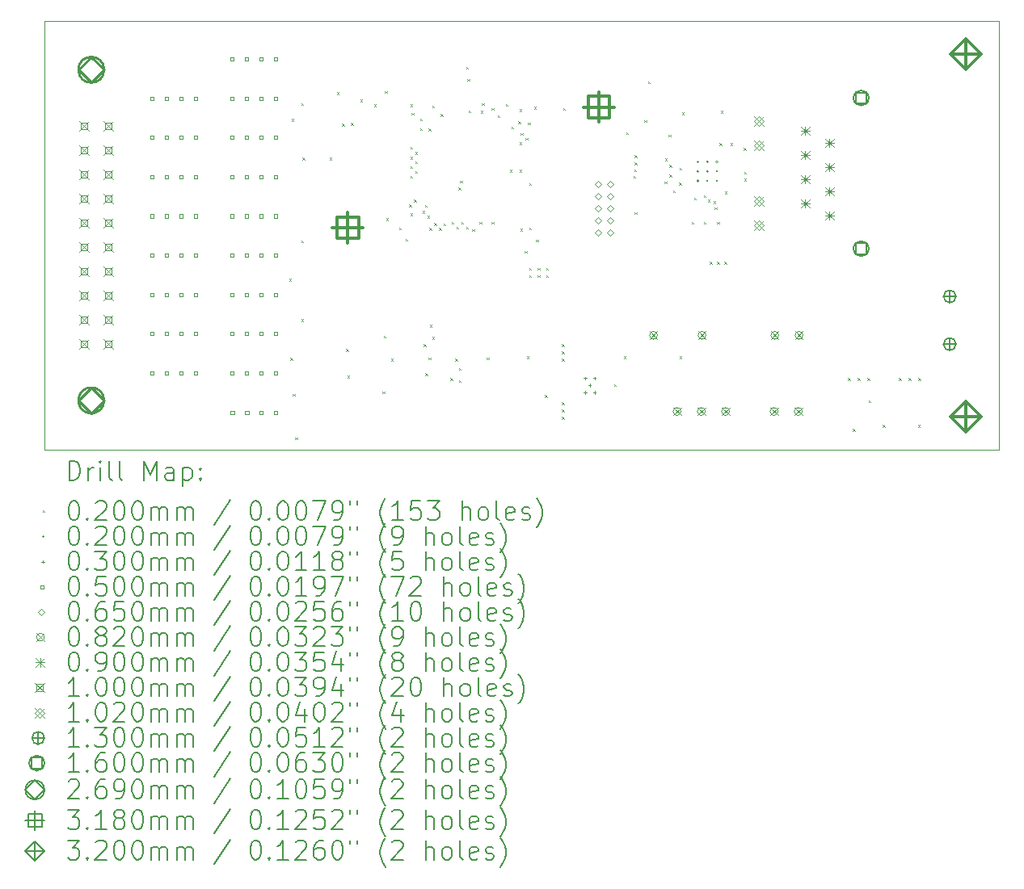
<source format=gbr>
%TF.GenerationSoftware,KiCad,Pcbnew,8.0.1*%
%TF.CreationDate,2024-04-14T22:29:58+02:00*%
%TF.ProjectId,ETH16CDAQ1,45544831-3643-4444-9151-312e6b696361,rev?*%
%TF.SameCoordinates,Original*%
%TF.FileFunction,Drillmap*%
%TF.FilePolarity,Positive*%
%FSLAX45Y45*%
G04 Gerber Fmt 4.5, Leading zero omitted, Abs format (unit mm)*
G04 Created by KiCad (PCBNEW 8.0.1) date 2024-04-14 22:29:58*
%MOMM*%
%LPD*%
G01*
G04 APERTURE LIST*
%ADD10C,0.050000*%
%ADD11C,0.200000*%
%ADD12C,0.100000*%
%ADD13C,0.102000*%
%ADD14C,0.130000*%
%ADD15C,0.160000*%
%ADD16C,0.269000*%
%ADD17C,0.318000*%
%ADD18C,0.320000*%
G04 APERTURE END LIST*
D10*
X10000000Y-7800000D02*
X20000000Y-7800000D01*
X20000000Y-12300000D01*
X10000000Y-12300000D01*
X10000000Y-7800000D01*
D11*
D12*
X12563000Y-10505600D02*
X12583000Y-10525600D01*
X12583000Y-10505600D02*
X12563000Y-10525600D01*
X12575700Y-11332600D02*
X12595700Y-11352600D01*
X12595700Y-11332600D02*
X12575700Y-11352600D01*
X12588400Y-8829200D02*
X12608400Y-8849200D01*
X12608400Y-8829200D02*
X12588400Y-8849200D01*
X12601100Y-11712100D02*
X12621100Y-11732100D01*
X12621100Y-11712100D02*
X12601100Y-11732100D01*
X12626500Y-12169300D02*
X12646500Y-12189300D01*
X12646500Y-12169300D02*
X12626500Y-12189300D01*
X12688500Y-10100700D02*
X12708500Y-10120700D01*
X12708500Y-10100700D02*
X12688500Y-10120700D01*
X12688500Y-10926200D02*
X12708500Y-10946200D01*
X12708500Y-10926200D02*
X12688500Y-10946200D01*
X12690000Y-8664100D02*
X12710000Y-8684100D01*
X12710000Y-8664100D02*
X12690000Y-8684100D01*
X12702700Y-9235600D02*
X12722700Y-9255600D01*
X12722700Y-9235600D02*
X12702700Y-9255600D01*
X12983300Y-9234400D02*
X13003300Y-9254400D01*
X13003300Y-9234400D02*
X12983300Y-9254400D01*
X13060950Y-8547150D02*
X13080950Y-8567150D01*
X13080950Y-8547150D02*
X13060950Y-8567150D01*
X13115700Y-8880000D02*
X13135700Y-8900000D01*
X13135700Y-8880000D02*
X13115700Y-8900000D01*
X13159900Y-11242200D02*
X13179900Y-11262200D01*
X13179900Y-11242200D02*
X13159900Y-11262200D01*
X13172600Y-11521600D02*
X13192600Y-11541600D01*
X13192600Y-11521600D02*
X13172600Y-11541600D01*
X13210700Y-8871400D02*
X13230700Y-8891400D01*
X13230700Y-8871400D02*
X13210700Y-8891400D01*
X13305700Y-8626000D02*
X13325700Y-8646000D01*
X13325700Y-8626000D02*
X13305700Y-8646000D01*
X13452000Y-8676800D02*
X13472000Y-8696800D01*
X13472000Y-8676800D02*
X13452000Y-8696800D01*
X13540900Y-11686700D02*
X13560900Y-11706700D01*
X13560900Y-11686700D02*
X13540900Y-11706700D01*
X13553600Y-11102500D02*
X13573600Y-11122500D01*
X13573600Y-11102500D02*
X13553600Y-11122500D01*
X13566300Y-8537100D02*
X13586300Y-8557100D01*
X13586300Y-8537100D02*
X13566300Y-8557100D01*
X13579000Y-9870600D02*
X13599000Y-9890600D01*
X13599000Y-9870600D02*
X13579000Y-9890600D01*
X13629800Y-11343800D02*
X13649800Y-11363800D01*
X13649800Y-11343800D02*
X13629800Y-11363800D01*
X13713200Y-9965000D02*
X13733200Y-9985000D01*
X13733200Y-9965000D02*
X13713200Y-9985000D01*
X13779550Y-10083850D02*
X13799550Y-10103850D01*
X13799550Y-10083850D02*
X13779550Y-10103850D01*
X13820300Y-9724500D02*
X13840300Y-9744500D01*
X13840300Y-9724500D02*
X13820300Y-9744500D01*
X13831400Y-9224500D02*
X13851400Y-9244500D01*
X13851400Y-9224500D02*
X13831400Y-9244500D01*
X13833000Y-8676800D02*
X13853000Y-8696800D01*
X13853000Y-8676800D02*
X13833000Y-8696800D01*
X13833000Y-9121300D02*
X13853000Y-9141300D01*
X13853000Y-9121300D02*
X13833000Y-9141300D01*
X13833000Y-9324500D02*
X13853000Y-9344500D01*
X13853000Y-9324500D02*
X13833000Y-9344500D01*
X13833000Y-9424500D02*
X13853000Y-9444500D01*
X13853000Y-9424500D02*
X13833000Y-9444500D01*
X13833000Y-9819800D02*
X13853000Y-9839800D01*
X13853000Y-9819800D02*
X13833000Y-9839800D01*
X13845700Y-8765700D02*
X13865700Y-8785700D01*
X13865700Y-8765700D02*
X13845700Y-8785700D01*
X13871100Y-9674500D02*
X13891100Y-9694500D01*
X13891100Y-9674500D02*
X13871100Y-9694500D01*
X13883000Y-9274500D02*
X13903000Y-9294500D01*
X13903000Y-9274500D02*
X13883000Y-9294500D01*
X13883000Y-9374500D02*
X13903000Y-9394500D01*
X13903000Y-9374500D02*
X13883000Y-9394500D01*
X13883800Y-9174500D02*
X13903800Y-9194500D01*
X13903800Y-9174500D02*
X13883800Y-9194500D01*
X13934600Y-8824500D02*
X13954600Y-8844500D01*
X13954600Y-8824500D02*
X13934600Y-8844500D01*
X13934600Y-8924500D02*
X13954600Y-8944500D01*
X13954600Y-8924500D02*
X13934600Y-8944500D01*
X13960000Y-9794400D02*
X13980000Y-9814400D01*
X13980000Y-9794400D02*
X13960000Y-9814400D01*
X13972700Y-11191400D02*
X13992700Y-11211400D01*
X13992700Y-11191400D02*
X13972700Y-11211400D01*
X13985400Y-9730900D02*
X14005400Y-9750900D01*
X14005400Y-9730900D02*
X13985400Y-9750900D01*
X13986725Y-11496200D02*
X14006725Y-11516200D01*
X14006725Y-11496200D02*
X13986725Y-11516200D01*
X14010800Y-9845200D02*
X14030800Y-9865200D01*
X14030800Y-9845200D02*
X14010800Y-9865200D01*
X14023500Y-8930450D02*
X14043500Y-8950450D01*
X14043500Y-8930450D02*
X14023500Y-8950450D01*
X14023500Y-11331100D02*
X14043500Y-11351100D01*
X14043500Y-11331100D02*
X14023500Y-11351100D01*
X14030700Y-9972200D02*
X14050700Y-9992200D01*
X14050700Y-9972200D02*
X14030700Y-9992200D01*
X14036200Y-10988200D02*
X14056200Y-11008200D01*
X14056200Y-10988200D02*
X14036200Y-11008200D01*
X14061600Y-8689500D02*
X14081600Y-8709500D01*
X14081600Y-8689500D02*
X14061600Y-8709500D01*
X14061600Y-11115200D02*
X14081600Y-11135200D01*
X14081600Y-11115200D02*
X14061600Y-11135200D01*
X14080700Y-9921400D02*
X14100700Y-9941400D01*
X14100700Y-9921400D02*
X14080700Y-9941400D01*
X14130700Y-9972200D02*
X14150700Y-9992200D01*
X14150700Y-9972200D02*
X14130700Y-9992200D01*
X14150500Y-8778400D02*
X14170500Y-8798400D01*
X14170500Y-8778400D02*
X14150500Y-8798400D01*
X14180700Y-9926200D02*
X14200700Y-9946200D01*
X14200700Y-9926200D02*
X14180700Y-9946200D01*
X14252100Y-11547000D02*
X14272100Y-11567000D01*
X14272100Y-11547000D02*
X14252100Y-11567000D01*
X14264800Y-9908700D02*
X14284800Y-9928700D01*
X14284800Y-9908700D02*
X14264800Y-9928700D01*
X14302900Y-11343800D02*
X14322900Y-11363800D01*
X14322900Y-11343800D02*
X14302900Y-11363800D01*
X14315600Y-9959500D02*
X14335600Y-9979500D01*
X14335600Y-9959500D02*
X14315600Y-9979500D01*
X14335400Y-9547500D02*
X14355400Y-9567500D01*
X14355400Y-9547500D02*
X14335400Y-9567500D01*
X14341000Y-11441300D02*
X14361000Y-11461300D01*
X14361000Y-11441300D02*
X14341000Y-11461300D01*
X14341697Y-11567754D02*
X14361697Y-11587754D01*
X14361697Y-11567754D02*
X14341697Y-11587754D01*
X14353700Y-9476900D02*
X14373700Y-9496900D01*
X14373700Y-9476900D02*
X14353700Y-9496900D01*
X14366400Y-9908700D02*
X14386400Y-9928700D01*
X14386400Y-9908700D02*
X14366400Y-9928700D01*
X14417200Y-8283100D02*
X14437200Y-8303100D01*
X14437200Y-8283100D02*
X14417200Y-8303100D01*
X14417200Y-9959500D02*
X14437200Y-9979500D01*
X14437200Y-9959500D02*
X14417200Y-9979500D01*
X14429900Y-8410100D02*
X14449900Y-8430100D01*
X14449900Y-8410100D02*
X14429900Y-8430100D01*
X14442600Y-8740300D02*
X14462600Y-8760300D01*
X14462600Y-8740300D02*
X14442600Y-8760300D01*
X14480700Y-9984900D02*
X14500700Y-10004900D01*
X14500700Y-9984900D02*
X14480700Y-10004900D01*
X14556900Y-9908700D02*
X14576900Y-9928700D01*
X14576900Y-9908700D02*
X14556900Y-9928700D01*
X14569027Y-8743662D02*
X14589027Y-8763662D01*
X14589027Y-8743662D02*
X14569027Y-8763662D01*
X14580700Y-8664100D02*
X14600700Y-8684100D01*
X14600700Y-8664100D02*
X14580700Y-8684100D01*
X14633100Y-11331100D02*
X14653100Y-11351100D01*
X14653100Y-11331100D02*
X14633100Y-11351100D01*
X14681250Y-9906050D02*
X14701250Y-9926050D01*
X14701250Y-9906050D02*
X14681250Y-9926050D01*
X14683900Y-8714900D02*
X14703900Y-8734900D01*
X14703900Y-8714900D02*
X14683900Y-8734900D01*
X14747400Y-8791100D02*
X14767400Y-8811100D01*
X14767400Y-8791100D02*
X14747400Y-8811100D01*
X14830700Y-8669700D02*
X14850700Y-8689700D01*
X14850700Y-8669700D02*
X14830700Y-8689700D01*
X14874400Y-9362600D02*
X14894400Y-9382600D01*
X14894400Y-9362600D02*
X14874400Y-9382600D01*
X14890980Y-8909280D02*
X14910980Y-8929280D01*
X14910980Y-8909280D02*
X14890980Y-8929280D01*
X14963300Y-8854600D02*
X14983300Y-8874600D01*
X14983300Y-8854600D02*
X14963300Y-8874600D01*
X14976000Y-8727600D02*
X14996000Y-8747600D01*
X14996000Y-8727600D02*
X14976000Y-8747600D01*
X14976000Y-9074500D02*
X14996000Y-9094500D01*
X14996000Y-9074500D02*
X14976000Y-9094500D01*
X14976000Y-9362600D02*
X14996000Y-9382600D01*
X14996000Y-9362600D02*
X14976000Y-9382600D01*
X14980700Y-9980200D02*
X15000700Y-10000200D01*
X15000700Y-9980200D02*
X14980700Y-10000200D01*
X14988700Y-8974500D02*
X15008700Y-8994500D01*
X15008700Y-8974500D02*
X14988700Y-8994500D01*
X15030700Y-10213500D02*
X15050700Y-10233500D01*
X15050700Y-10213500D02*
X15030700Y-10233500D01*
X15039500Y-9024500D02*
X15059500Y-9044500D01*
X15059500Y-9024500D02*
X15039500Y-9044500D01*
X15052200Y-11318400D02*
X15072200Y-11338400D01*
X15072200Y-11318400D02*
X15052200Y-11338400D01*
X15064900Y-8867300D02*
X15084900Y-8887300D01*
X15084900Y-8867300D02*
X15064900Y-8887300D01*
X15075100Y-10391300D02*
X15095100Y-10411300D01*
X15095100Y-10391300D02*
X15075100Y-10411300D01*
X15075100Y-10467500D02*
X15095100Y-10487500D01*
X15095100Y-10467500D02*
X15075100Y-10487500D01*
X15077600Y-9502300D02*
X15097600Y-9522300D01*
X15097600Y-9502300D02*
X15077600Y-9522300D01*
X15077600Y-9965450D02*
X15097600Y-9985450D01*
X15097600Y-9965450D02*
X15077600Y-9985450D01*
X15128400Y-8702200D02*
X15148400Y-8722200D01*
X15148400Y-8702200D02*
X15128400Y-8722200D01*
X15148300Y-10092000D02*
X15168300Y-10112000D01*
X15168300Y-10092000D02*
X15148300Y-10112000D01*
X15164000Y-10391300D02*
X15184000Y-10411300D01*
X15184000Y-10391300D02*
X15164000Y-10411300D01*
X15166500Y-10467500D02*
X15186500Y-10487500D01*
X15186500Y-10467500D02*
X15166500Y-10487500D01*
X15242700Y-11724800D02*
X15262700Y-11744800D01*
X15262700Y-11724800D02*
X15242700Y-11744800D01*
X15252900Y-10391300D02*
X15272900Y-10411300D01*
X15272900Y-10391300D02*
X15252900Y-10411300D01*
X15252900Y-10467500D02*
X15272900Y-10487500D01*
X15272900Y-10467500D02*
X15252900Y-10487500D01*
X15420500Y-11191400D02*
X15440500Y-11211400D01*
X15440500Y-11191400D02*
X15420500Y-11211400D01*
X15420500Y-11267600D02*
X15440500Y-11287600D01*
X15440500Y-11267600D02*
X15420500Y-11287600D01*
X15420500Y-11343800D02*
X15440500Y-11363800D01*
X15440500Y-11343800D02*
X15420500Y-11363800D01*
X15420500Y-11801000D02*
X15440500Y-11821000D01*
X15440500Y-11801000D02*
X15420500Y-11821000D01*
X15420500Y-11877200D02*
X15440500Y-11897200D01*
X15440500Y-11877200D02*
X15420500Y-11897200D01*
X15420500Y-11953400D02*
X15440500Y-11973400D01*
X15440500Y-11953400D02*
X15420500Y-11973400D01*
X15433200Y-8714900D02*
X15453200Y-8734900D01*
X15453200Y-8714900D02*
X15433200Y-8734900D01*
X15966600Y-11610500D02*
X15986600Y-11630500D01*
X15986600Y-11610500D02*
X15966600Y-11630500D01*
X16068200Y-11318400D02*
X16088200Y-11338400D01*
X16088200Y-11318400D02*
X16068200Y-11338400D01*
X16093600Y-8968900D02*
X16113600Y-8988900D01*
X16113600Y-8968900D02*
X16093600Y-8988900D01*
X16169800Y-9426100D02*
X16189800Y-9446100D01*
X16189800Y-9426100D02*
X16169800Y-9446100D01*
X16176150Y-9356250D02*
X16196150Y-9376250D01*
X16196150Y-9356250D02*
X16176150Y-9376250D01*
X16182500Y-9210200D02*
X16202500Y-9230200D01*
X16202500Y-9210200D02*
X16182500Y-9230200D01*
X16182500Y-9286400D02*
X16202500Y-9306400D01*
X16202500Y-9286400D02*
X16182500Y-9306400D01*
X16182500Y-9807100D02*
X16202500Y-9827100D01*
X16202500Y-9807100D02*
X16182500Y-9827100D01*
X16284100Y-8841900D02*
X16304100Y-8861900D01*
X16304100Y-8841900D02*
X16284100Y-8861900D01*
X16322200Y-8435500D02*
X16342200Y-8455500D01*
X16342200Y-8435500D02*
X16322200Y-8455500D01*
X16493000Y-9482600D02*
X16513000Y-9502600D01*
X16513000Y-9482600D02*
X16493000Y-9502600D01*
X16500000Y-9242600D02*
X16520000Y-9262600D01*
X16520000Y-9242600D02*
X16500000Y-9262600D01*
X16538100Y-8994300D02*
X16558100Y-9014300D01*
X16558100Y-8994300D02*
X16538100Y-9014300D01*
X16544850Y-9311800D02*
X16564850Y-9331800D01*
X16564850Y-9311800D02*
X16544850Y-9331800D01*
X16544850Y-9413400D02*
X16564850Y-9433400D01*
X16564850Y-9413400D02*
X16544850Y-9433400D01*
X16582150Y-9578500D02*
X16602150Y-9598500D01*
X16602150Y-9578500D02*
X16582150Y-9598500D01*
X16646809Y-9498146D02*
X16666809Y-9518146D01*
X16666809Y-9498146D02*
X16646809Y-9518146D01*
X16652400Y-9342200D02*
X16672400Y-9362200D01*
X16672400Y-9342200D02*
X16652400Y-9362200D01*
X16652400Y-11318400D02*
X16672400Y-11338400D01*
X16672400Y-11318400D02*
X16652400Y-11338400D01*
X16677800Y-8759300D02*
X16697800Y-8779300D01*
X16697800Y-8759300D02*
X16677800Y-8779300D01*
X16779400Y-9908700D02*
X16799400Y-9928700D01*
X16799400Y-9908700D02*
X16779400Y-9928700D01*
X16804800Y-9654700D02*
X16824800Y-9674700D01*
X16824800Y-9654700D02*
X16804800Y-9674700D01*
X16904992Y-9627840D02*
X16924992Y-9647840D01*
X16924992Y-9627840D02*
X16904992Y-9647840D01*
X16906400Y-9908700D02*
X16926400Y-9928700D01*
X16926400Y-9908700D02*
X16906400Y-9928700D01*
X16948517Y-9672973D02*
X16968517Y-9692973D01*
X16968517Y-9672973D02*
X16948517Y-9692973D01*
X16969900Y-10327800D02*
X16989900Y-10347800D01*
X16989900Y-10327800D02*
X16969900Y-10347800D01*
X17008000Y-9692800D02*
X17028000Y-9712800D01*
X17028000Y-9692800D02*
X17008000Y-9712800D01*
X17020700Y-9756300D02*
X17040700Y-9776300D01*
X17040700Y-9756300D02*
X17020700Y-9776300D01*
X17046100Y-9908700D02*
X17066100Y-9928700D01*
X17066100Y-9908700D02*
X17046100Y-9928700D01*
X17046100Y-10327800D02*
X17066100Y-10347800D01*
X17066100Y-10327800D02*
X17046100Y-10347800D01*
X17071500Y-9083200D02*
X17091500Y-9103200D01*
X17091500Y-9083200D02*
X17071500Y-9103200D01*
X17081000Y-8743500D02*
X17101000Y-8763500D01*
X17101000Y-8743500D02*
X17081000Y-8763500D01*
X17122300Y-10327800D02*
X17142300Y-10347800D01*
X17142300Y-10327800D02*
X17122300Y-10347800D01*
X17125550Y-9591200D02*
X17145550Y-9611200D01*
X17145550Y-9591200D02*
X17125550Y-9611200D01*
X17185800Y-9083200D02*
X17205800Y-9103200D01*
X17205800Y-9083200D02*
X17185800Y-9103200D01*
X17325500Y-9134000D02*
X17345500Y-9154000D01*
X17345500Y-9134000D02*
X17325500Y-9154000D01*
X17327021Y-9379700D02*
X17347021Y-9399700D01*
X17347021Y-9379700D02*
X17327021Y-9399700D01*
X17327021Y-9454700D02*
X17347021Y-9474700D01*
X17347021Y-9454700D02*
X17327021Y-9474700D01*
X18417700Y-11547000D02*
X18437700Y-11567000D01*
X18437700Y-11547000D02*
X18417700Y-11567000D01*
X18468500Y-12080400D02*
X18488500Y-12100400D01*
X18488500Y-12080400D02*
X18468500Y-12100400D01*
X18519300Y-11547000D02*
X18539300Y-11567000D01*
X18539300Y-11547000D02*
X18519300Y-11567000D01*
X18620900Y-11547000D02*
X18640900Y-11567000D01*
X18640900Y-11547000D02*
X18620900Y-11567000D01*
X18630600Y-11778600D02*
X18650600Y-11798600D01*
X18650600Y-11778600D02*
X18630600Y-11798600D01*
X18779400Y-12036200D02*
X18799400Y-12056200D01*
X18799400Y-12036200D02*
X18779400Y-12056200D01*
X18951100Y-11547000D02*
X18971100Y-11567000D01*
X18971100Y-11547000D02*
X18951100Y-11567000D01*
X19052700Y-11547000D02*
X19072700Y-11567000D01*
X19072700Y-11547000D02*
X19052700Y-11567000D01*
X19147700Y-12036200D02*
X19167700Y-12056200D01*
X19167700Y-12036200D02*
X19147700Y-12056200D01*
X19154300Y-11547000D02*
X19174300Y-11567000D01*
X19174300Y-11547000D02*
X19154300Y-11567000D01*
X16851800Y-9277200D02*
G75*
G02*
X16831800Y-9277200I-10000J0D01*
G01*
X16831800Y-9277200D02*
G75*
G02*
X16851800Y-9277200I10000J0D01*
G01*
X16851800Y-9377200D02*
G75*
G02*
X16831800Y-9377200I-10000J0D01*
G01*
X16831800Y-9377200D02*
G75*
G02*
X16851800Y-9377200I10000J0D01*
G01*
X16851800Y-9477200D02*
G75*
G02*
X16831800Y-9477200I-10000J0D01*
G01*
X16831800Y-9477200D02*
G75*
G02*
X16851800Y-9477200I10000J0D01*
G01*
X16951800Y-9277200D02*
G75*
G02*
X16931800Y-9277200I-10000J0D01*
G01*
X16931800Y-9277200D02*
G75*
G02*
X16951800Y-9277200I10000J0D01*
G01*
X16951800Y-9377200D02*
G75*
G02*
X16931800Y-9377200I-10000J0D01*
G01*
X16931800Y-9377200D02*
G75*
G02*
X16951800Y-9377200I10000J0D01*
G01*
X16951800Y-9477200D02*
G75*
G02*
X16931800Y-9477200I-10000J0D01*
G01*
X16931800Y-9477200D02*
G75*
G02*
X16951800Y-9477200I10000J0D01*
G01*
X17051800Y-9277200D02*
G75*
G02*
X17031800Y-9277200I-10000J0D01*
G01*
X17031800Y-9277200D02*
G75*
G02*
X17051800Y-9277200I10000J0D01*
G01*
X17051800Y-9377200D02*
G75*
G02*
X17031800Y-9377200I-10000J0D01*
G01*
X17031800Y-9377200D02*
G75*
G02*
X17051800Y-9377200I10000J0D01*
G01*
X17051800Y-9477200D02*
G75*
G02*
X17031800Y-9477200I-10000J0D01*
G01*
X17031800Y-9477200D02*
G75*
G02*
X17051800Y-9477200I10000J0D01*
G01*
X15659900Y-11530500D02*
X15659900Y-11560500D01*
X15644900Y-11545500D02*
X15674900Y-11545500D01*
X15659900Y-11680500D02*
X15659900Y-11710500D01*
X15644900Y-11695500D02*
X15674900Y-11695500D01*
X15709900Y-11605500D02*
X15709900Y-11635500D01*
X15694900Y-11620500D02*
X15724900Y-11620500D01*
X15759900Y-11530500D02*
X15759900Y-11560500D01*
X15744900Y-11545500D02*
X15774900Y-11545500D01*
X15759900Y-11680500D02*
X15759900Y-11710500D01*
X15744900Y-11695500D02*
X15774900Y-11695500D01*
X11143278Y-8628278D02*
X11143278Y-8592922D01*
X11107922Y-8592922D01*
X11107922Y-8628278D01*
X11143278Y-8628278D01*
X11143278Y-9040658D02*
X11143278Y-9005302D01*
X11107922Y-9005302D01*
X11107922Y-9040658D01*
X11143278Y-9040658D01*
X11143278Y-9451238D02*
X11143278Y-9415882D01*
X11107922Y-9415882D01*
X11107922Y-9451238D01*
X11143278Y-9451238D01*
X11143278Y-9862718D02*
X11143278Y-9827362D01*
X11107922Y-9827362D01*
X11107922Y-9862718D01*
X11143278Y-9862718D01*
X11143278Y-10274198D02*
X11143278Y-10238842D01*
X11107922Y-10238842D01*
X11107922Y-10274198D01*
X11143278Y-10274198D01*
X11143278Y-10685678D02*
X11143278Y-10650322D01*
X11107922Y-10650322D01*
X11107922Y-10685678D01*
X11143278Y-10685678D01*
X11143278Y-11097158D02*
X11143278Y-11061802D01*
X11107922Y-11061802D01*
X11107922Y-11097158D01*
X11143278Y-11097158D01*
X11143278Y-11508638D02*
X11143278Y-11473282D01*
X11107922Y-11473282D01*
X11107922Y-11508638D01*
X11143278Y-11508638D01*
X11295278Y-8628278D02*
X11295278Y-8592922D01*
X11259922Y-8592922D01*
X11259922Y-8628278D01*
X11295278Y-8628278D01*
X11295278Y-9040658D02*
X11295278Y-9005302D01*
X11259922Y-9005302D01*
X11259922Y-9040658D01*
X11295278Y-9040658D01*
X11295278Y-9451238D02*
X11295278Y-9415882D01*
X11259922Y-9415882D01*
X11259922Y-9451238D01*
X11295278Y-9451238D01*
X11295278Y-9862718D02*
X11295278Y-9827362D01*
X11259922Y-9827362D01*
X11259922Y-9862718D01*
X11295278Y-9862718D01*
X11295278Y-10274198D02*
X11295278Y-10238842D01*
X11259922Y-10238842D01*
X11259922Y-10274198D01*
X11295278Y-10274198D01*
X11295278Y-10685678D02*
X11295278Y-10650322D01*
X11259922Y-10650322D01*
X11259922Y-10685678D01*
X11295278Y-10685678D01*
X11295278Y-11097158D02*
X11295278Y-11061802D01*
X11259922Y-11061802D01*
X11259922Y-11097158D01*
X11295278Y-11097158D01*
X11295278Y-11508638D02*
X11295278Y-11473282D01*
X11259922Y-11473282D01*
X11259922Y-11508638D01*
X11295278Y-11508638D01*
X11447278Y-8628278D02*
X11447278Y-8592922D01*
X11411922Y-8592922D01*
X11411922Y-8628278D01*
X11447278Y-8628278D01*
X11447278Y-9040658D02*
X11447278Y-9005302D01*
X11411922Y-9005302D01*
X11411922Y-9040658D01*
X11447278Y-9040658D01*
X11447278Y-9451238D02*
X11447278Y-9415882D01*
X11411922Y-9415882D01*
X11411922Y-9451238D01*
X11447278Y-9451238D01*
X11447278Y-9862718D02*
X11447278Y-9827362D01*
X11411922Y-9827362D01*
X11411922Y-9862718D01*
X11447278Y-9862718D01*
X11447278Y-10274198D02*
X11447278Y-10238842D01*
X11411922Y-10238842D01*
X11411922Y-10274198D01*
X11447278Y-10274198D01*
X11447278Y-10685678D02*
X11447278Y-10650322D01*
X11411922Y-10650322D01*
X11411922Y-10685678D01*
X11447278Y-10685678D01*
X11447278Y-11097158D02*
X11447278Y-11061802D01*
X11411922Y-11061802D01*
X11411922Y-11097158D01*
X11447278Y-11097158D01*
X11447278Y-11508638D02*
X11447278Y-11473282D01*
X11411922Y-11473282D01*
X11411922Y-11508638D01*
X11447278Y-11508638D01*
X11599278Y-8628278D02*
X11599278Y-8592922D01*
X11563922Y-8592922D01*
X11563922Y-8628278D01*
X11599278Y-8628278D01*
X11599278Y-9040658D02*
X11599278Y-9005302D01*
X11563922Y-9005302D01*
X11563922Y-9040658D01*
X11599278Y-9040658D01*
X11599278Y-9451238D02*
X11599278Y-9415882D01*
X11563922Y-9415882D01*
X11563922Y-9451238D01*
X11599278Y-9451238D01*
X11599278Y-9862718D02*
X11599278Y-9827362D01*
X11563922Y-9827362D01*
X11563922Y-9862718D01*
X11599278Y-9862718D01*
X11599278Y-10274198D02*
X11599278Y-10238842D01*
X11563922Y-10238842D01*
X11563922Y-10274198D01*
X11599278Y-10274198D01*
X11599278Y-10685678D02*
X11599278Y-10650322D01*
X11563922Y-10650322D01*
X11563922Y-10685678D01*
X11599278Y-10685678D01*
X11599278Y-11097158D02*
X11599278Y-11061802D01*
X11563922Y-11061802D01*
X11563922Y-11097158D01*
X11599278Y-11097158D01*
X11599278Y-11508638D02*
X11599278Y-11473282D01*
X11563922Y-11473282D01*
X11563922Y-11508638D01*
X11599278Y-11508638D01*
X11978848Y-8213468D02*
X11978848Y-8178112D01*
X11943492Y-8178112D01*
X11943492Y-8213468D01*
X11978848Y-8213468D01*
X11981078Y-8628278D02*
X11981078Y-8592922D01*
X11945722Y-8592922D01*
X11945722Y-8628278D01*
X11981078Y-8628278D01*
X11981078Y-9039758D02*
X11981078Y-9004402D01*
X11945722Y-9004402D01*
X11945722Y-9039758D01*
X11981078Y-9039758D01*
X11981078Y-9862718D02*
X11981078Y-9827362D01*
X11945722Y-9827362D01*
X11945722Y-9862718D01*
X11981078Y-9862718D01*
X11981078Y-10274198D02*
X11981078Y-10238842D01*
X11945722Y-10238842D01*
X11945722Y-10274198D01*
X11981078Y-10274198D01*
X11981078Y-11097158D02*
X11981078Y-11061802D01*
X11945722Y-11061802D01*
X11945722Y-11097158D01*
X11981078Y-11097158D01*
X11981438Y-9451238D02*
X11981438Y-9415882D01*
X11946082Y-9415882D01*
X11946082Y-9451238D01*
X11981438Y-9451238D01*
X11981438Y-10685678D02*
X11981438Y-10650322D01*
X11946082Y-10650322D01*
X11946082Y-10685678D01*
X11981438Y-10685678D01*
X11981438Y-11508638D02*
X11981438Y-11473282D01*
X11946082Y-11473282D01*
X11946082Y-11508638D01*
X11981438Y-11508638D01*
X11983928Y-11921868D02*
X11983928Y-11886512D01*
X11948572Y-11886512D01*
X11948572Y-11921868D01*
X11983928Y-11921868D01*
X12130848Y-8213468D02*
X12130848Y-8178112D01*
X12095492Y-8178112D01*
X12095492Y-8213468D01*
X12130848Y-8213468D01*
X12133078Y-8628278D02*
X12133078Y-8592922D01*
X12097722Y-8592922D01*
X12097722Y-8628278D01*
X12133078Y-8628278D01*
X12133078Y-9039758D02*
X12133078Y-9004402D01*
X12097722Y-9004402D01*
X12097722Y-9039758D01*
X12133078Y-9039758D01*
X12133078Y-9862718D02*
X12133078Y-9827362D01*
X12097722Y-9827362D01*
X12097722Y-9862718D01*
X12133078Y-9862718D01*
X12133078Y-10274198D02*
X12133078Y-10238842D01*
X12097722Y-10238842D01*
X12097722Y-10274198D01*
X12133078Y-10274198D01*
X12133078Y-11097158D02*
X12133078Y-11061802D01*
X12097722Y-11061802D01*
X12097722Y-11097158D01*
X12133078Y-11097158D01*
X12133438Y-9451238D02*
X12133438Y-9415882D01*
X12098082Y-9415882D01*
X12098082Y-9451238D01*
X12133438Y-9451238D01*
X12133438Y-10685678D02*
X12133438Y-10650322D01*
X12098082Y-10650322D01*
X12098082Y-10685678D01*
X12133438Y-10685678D01*
X12133438Y-11508638D02*
X12133438Y-11473282D01*
X12098082Y-11473282D01*
X12098082Y-11508638D01*
X12133438Y-11508638D01*
X12135928Y-11921868D02*
X12135928Y-11886512D01*
X12100572Y-11886512D01*
X12100572Y-11921868D01*
X12135928Y-11921868D01*
X12282848Y-8213468D02*
X12282848Y-8178112D01*
X12247492Y-8178112D01*
X12247492Y-8213468D01*
X12282848Y-8213468D01*
X12285078Y-8628278D02*
X12285078Y-8592922D01*
X12249722Y-8592922D01*
X12249722Y-8628278D01*
X12285078Y-8628278D01*
X12285078Y-9039758D02*
X12285078Y-9004402D01*
X12249722Y-9004402D01*
X12249722Y-9039758D01*
X12285078Y-9039758D01*
X12285078Y-9862718D02*
X12285078Y-9827362D01*
X12249722Y-9827362D01*
X12249722Y-9862718D01*
X12285078Y-9862718D01*
X12285078Y-10274198D02*
X12285078Y-10238842D01*
X12249722Y-10238842D01*
X12249722Y-10274198D01*
X12285078Y-10274198D01*
X12285078Y-11097158D02*
X12285078Y-11061802D01*
X12249722Y-11061802D01*
X12249722Y-11097158D01*
X12285078Y-11097158D01*
X12285438Y-9451238D02*
X12285438Y-9415882D01*
X12250082Y-9415882D01*
X12250082Y-9451238D01*
X12285438Y-9451238D01*
X12285438Y-10685678D02*
X12285438Y-10650322D01*
X12250082Y-10650322D01*
X12250082Y-10685678D01*
X12285438Y-10685678D01*
X12285438Y-11508638D02*
X12285438Y-11473282D01*
X12250082Y-11473282D01*
X12250082Y-11508638D01*
X12285438Y-11508638D01*
X12287928Y-11921868D02*
X12287928Y-11886512D01*
X12252572Y-11886512D01*
X12252572Y-11921868D01*
X12287928Y-11921868D01*
X12434848Y-8213468D02*
X12434848Y-8178112D01*
X12399492Y-8178112D01*
X12399492Y-8213468D01*
X12434848Y-8213468D01*
X12437078Y-8628278D02*
X12437078Y-8592922D01*
X12401722Y-8592922D01*
X12401722Y-8628278D01*
X12437078Y-8628278D01*
X12437078Y-9039758D02*
X12437078Y-9004402D01*
X12401722Y-9004402D01*
X12401722Y-9039758D01*
X12437078Y-9039758D01*
X12437078Y-9862718D02*
X12437078Y-9827362D01*
X12401722Y-9827362D01*
X12401722Y-9862718D01*
X12437078Y-9862718D01*
X12437078Y-10274198D02*
X12437078Y-10238842D01*
X12401722Y-10238842D01*
X12401722Y-10274198D01*
X12437078Y-10274198D01*
X12437078Y-11097158D02*
X12437078Y-11061802D01*
X12401722Y-11061802D01*
X12401722Y-11097158D01*
X12437078Y-11097158D01*
X12437438Y-9451238D02*
X12437438Y-9415882D01*
X12402082Y-9415882D01*
X12402082Y-9451238D01*
X12437438Y-9451238D01*
X12437438Y-10685678D02*
X12437438Y-10650322D01*
X12402082Y-10650322D01*
X12402082Y-10685678D01*
X12437438Y-10685678D01*
X12437438Y-11508638D02*
X12437438Y-11473282D01*
X12402082Y-11473282D01*
X12402082Y-11508638D01*
X12437438Y-11508638D01*
X12439928Y-11921868D02*
X12439928Y-11886512D01*
X12404572Y-11886512D01*
X12404572Y-11921868D01*
X12439928Y-11921868D01*
X15797800Y-9543450D02*
X15830300Y-9510950D01*
X15797800Y-9478450D01*
X15765300Y-9510950D01*
X15797800Y-9543450D01*
X15797800Y-9670450D02*
X15830300Y-9637950D01*
X15797800Y-9605450D01*
X15765300Y-9637950D01*
X15797800Y-9670450D01*
X15797800Y-9797450D02*
X15830300Y-9764950D01*
X15797800Y-9732450D01*
X15765300Y-9764950D01*
X15797800Y-9797450D01*
X15797800Y-9924450D02*
X15830300Y-9891950D01*
X15797800Y-9859450D01*
X15765300Y-9891950D01*
X15797800Y-9924450D01*
X15797800Y-10051450D02*
X15830300Y-10018950D01*
X15797800Y-9986450D01*
X15765300Y-10018950D01*
X15797800Y-10051450D01*
X15924800Y-9543450D02*
X15957300Y-9510950D01*
X15924800Y-9478450D01*
X15892300Y-9510950D01*
X15924800Y-9543450D01*
X15924800Y-9670450D02*
X15957300Y-9637950D01*
X15924800Y-9605450D01*
X15892300Y-9637950D01*
X15924800Y-9670450D01*
X15924800Y-9797450D02*
X15957300Y-9764950D01*
X15924800Y-9732450D01*
X15892300Y-9764950D01*
X15924800Y-9797450D01*
X15924800Y-9924450D02*
X15957300Y-9891950D01*
X15924800Y-9859450D01*
X15892300Y-9891950D01*
X15924800Y-9924450D01*
X15924800Y-10051450D02*
X15957300Y-10018950D01*
X15924800Y-9986450D01*
X15892300Y-10018950D01*
X15924800Y-10051450D01*
X16337100Y-11055700D02*
X16419100Y-11137700D01*
X16419100Y-11055700D02*
X16337100Y-11137700D01*
X16419100Y-11096700D02*
G75*
G02*
X16337100Y-11096700I-41000J0D01*
G01*
X16337100Y-11096700D02*
G75*
G02*
X16419100Y-11096700I41000J0D01*
G01*
X16583520Y-11854100D02*
X16665520Y-11936100D01*
X16665520Y-11854100D02*
X16583520Y-11936100D01*
X16665520Y-11895100D02*
G75*
G02*
X16583520Y-11895100I-41000J0D01*
G01*
X16583520Y-11895100D02*
G75*
G02*
X16665520Y-11895100I41000J0D01*
G01*
X16837520Y-11854100D02*
X16919520Y-11936100D01*
X16919520Y-11854100D02*
X16837520Y-11936100D01*
X16919520Y-11895100D02*
G75*
G02*
X16837520Y-11895100I-41000J0D01*
G01*
X16837520Y-11895100D02*
G75*
G02*
X16919520Y-11895100I41000J0D01*
G01*
X16845100Y-11055700D02*
X16927100Y-11137700D01*
X16927100Y-11055700D02*
X16845100Y-11137700D01*
X16927100Y-11096700D02*
G75*
G02*
X16845100Y-11096700I-41000J0D01*
G01*
X16845100Y-11096700D02*
G75*
G02*
X16927100Y-11096700I41000J0D01*
G01*
X17091520Y-11854100D02*
X17173520Y-11936100D01*
X17173520Y-11854100D02*
X17091520Y-11936100D01*
X17173520Y-11895100D02*
G75*
G02*
X17091520Y-11895100I-41000J0D01*
G01*
X17091520Y-11895100D02*
G75*
G02*
X17173520Y-11895100I41000J0D01*
G01*
X17599520Y-11854100D02*
X17681520Y-11936100D01*
X17681520Y-11854100D02*
X17599520Y-11936100D01*
X17681520Y-11895100D02*
G75*
G02*
X17599520Y-11895100I-41000J0D01*
G01*
X17599520Y-11895100D02*
G75*
G02*
X17681520Y-11895100I41000J0D01*
G01*
X17607100Y-11055700D02*
X17689100Y-11137700D01*
X17689100Y-11055700D02*
X17607100Y-11137700D01*
X17689100Y-11096700D02*
G75*
G02*
X17607100Y-11096700I-41000J0D01*
G01*
X17607100Y-11096700D02*
G75*
G02*
X17689100Y-11096700I41000J0D01*
G01*
X17853520Y-11854100D02*
X17935520Y-11936100D01*
X17935520Y-11854100D02*
X17853520Y-11936100D01*
X17935520Y-11895100D02*
G75*
G02*
X17853520Y-11895100I-41000J0D01*
G01*
X17853520Y-11895100D02*
G75*
G02*
X17935520Y-11895100I41000J0D01*
G01*
X17861100Y-11055700D02*
X17943100Y-11137700D01*
X17943100Y-11055700D02*
X17861100Y-11137700D01*
X17943100Y-11096700D02*
G75*
G02*
X17861100Y-11096700I-41000J0D01*
G01*
X17861100Y-11096700D02*
G75*
G02*
X17943100Y-11096700I41000J0D01*
G01*
X17924000Y-8908500D02*
X18014000Y-8998500D01*
X18014000Y-8908500D02*
X17924000Y-8998500D01*
X17969000Y-8908500D02*
X17969000Y-8998500D01*
X17924000Y-8953500D02*
X18014000Y-8953500D01*
X17924000Y-9162500D02*
X18014000Y-9252500D01*
X18014000Y-9162500D02*
X17924000Y-9252500D01*
X17969000Y-9162500D02*
X17969000Y-9252500D01*
X17924000Y-9207500D02*
X18014000Y-9207500D01*
X17924000Y-9416500D02*
X18014000Y-9506500D01*
X18014000Y-9416500D02*
X17924000Y-9506500D01*
X17969000Y-9416500D02*
X17969000Y-9506500D01*
X17924000Y-9461500D02*
X18014000Y-9461500D01*
X17924000Y-9670500D02*
X18014000Y-9760500D01*
X18014000Y-9670500D02*
X17924000Y-9760500D01*
X17969000Y-9670500D02*
X17969000Y-9760500D01*
X17924000Y-9715500D02*
X18014000Y-9715500D01*
X18178000Y-9035500D02*
X18268000Y-9125500D01*
X18268000Y-9035500D02*
X18178000Y-9125500D01*
X18223000Y-9035500D02*
X18223000Y-9125500D01*
X18178000Y-9080500D02*
X18268000Y-9080500D01*
X18178000Y-9289500D02*
X18268000Y-9379500D01*
X18268000Y-9289500D02*
X18178000Y-9379500D01*
X18223000Y-9289500D02*
X18223000Y-9379500D01*
X18178000Y-9334500D02*
X18268000Y-9334500D01*
X18178000Y-9543500D02*
X18268000Y-9633500D01*
X18268000Y-9543500D02*
X18178000Y-9633500D01*
X18223000Y-9543500D02*
X18223000Y-9633500D01*
X18178000Y-9588500D02*
X18268000Y-9588500D01*
X18178000Y-9797500D02*
X18268000Y-9887500D01*
X18268000Y-9797500D02*
X18178000Y-9887500D01*
X18223000Y-9797500D02*
X18223000Y-9887500D01*
X18178000Y-9842500D02*
X18268000Y-9842500D01*
X10364000Y-8852700D02*
X10464000Y-8952700D01*
X10464000Y-8852700D02*
X10364000Y-8952700D01*
X10449356Y-8938056D02*
X10449356Y-8867344D01*
X10378644Y-8867344D01*
X10378644Y-8938056D01*
X10449356Y-8938056D01*
X10364000Y-9106700D02*
X10464000Y-9206700D01*
X10464000Y-9106700D02*
X10364000Y-9206700D01*
X10449356Y-9192056D02*
X10449356Y-9121344D01*
X10378644Y-9121344D01*
X10378644Y-9192056D01*
X10449356Y-9192056D01*
X10364000Y-9360700D02*
X10464000Y-9460700D01*
X10464000Y-9360700D02*
X10364000Y-9460700D01*
X10449356Y-9446056D02*
X10449356Y-9375344D01*
X10378644Y-9375344D01*
X10378644Y-9446056D01*
X10449356Y-9446056D01*
X10364000Y-9614700D02*
X10464000Y-9714700D01*
X10464000Y-9614700D02*
X10364000Y-9714700D01*
X10449356Y-9700056D02*
X10449356Y-9629344D01*
X10378644Y-9629344D01*
X10378644Y-9700056D01*
X10449356Y-9700056D01*
X10364000Y-9868700D02*
X10464000Y-9968700D01*
X10464000Y-9868700D02*
X10364000Y-9968700D01*
X10449356Y-9954056D02*
X10449356Y-9883344D01*
X10378644Y-9883344D01*
X10378644Y-9954056D01*
X10449356Y-9954056D01*
X10364000Y-10122700D02*
X10464000Y-10222700D01*
X10464000Y-10122700D02*
X10364000Y-10222700D01*
X10449356Y-10208056D02*
X10449356Y-10137344D01*
X10378644Y-10137344D01*
X10378644Y-10208056D01*
X10449356Y-10208056D01*
X10364000Y-10376700D02*
X10464000Y-10476700D01*
X10464000Y-10376700D02*
X10364000Y-10476700D01*
X10449356Y-10462056D02*
X10449356Y-10391344D01*
X10378644Y-10391344D01*
X10378644Y-10462056D01*
X10449356Y-10462056D01*
X10364000Y-10630700D02*
X10464000Y-10730700D01*
X10464000Y-10630700D02*
X10364000Y-10730700D01*
X10449356Y-10716056D02*
X10449356Y-10645344D01*
X10378644Y-10645344D01*
X10378644Y-10716056D01*
X10449356Y-10716056D01*
X10364000Y-10884700D02*
X10464000Y-10984700D01*
X10464000Y-10884700D02*
X10364000Y-10984700D01*
X10449356Y-10970056D02*
X10449356Y-10899344D01*
X10378644Y-10899344D01*
X10378644Y-10970056D01*
X10449356Y-10970056D01*
X10364000Y-11138700D02*
X10464000Y-11238700D01*
X10464000Y-11138700D02*
X10364000Y-11238700D01*
X10449356Y-11224056D02*
X10449356Y-11153344D01*
X10378644Y-11153344D01*
X10378644Y-11224056D01*
X10449356Y-11224056D01*
X10618000Y-8852700D02*
X10718000Y-8952700D01*
X10718000Y-8852700D02*
X10618000Y-8952700D01*
X10703356Y-8938056D02*
X10703356Y-8867344D01*
X10632644Y-8867344D01*
X10632644Y-8938056D01*
X10703356Y-8938056D01*
X10618000Y-9106700D02*
X10718000Y-9206700D01*
X10718000Y-9106700D02*
X10618000Y-9206700D01*
X10703356Y-9192056D02*
X10703356Y-9121344D01*
X10632644Y-9121344D01*
X10632644Y-9192056D01*
X10703356Y-9192056D01*
X10618000Y-9360700D02*
X10718000Y-9460700D01*
X10718000Y-9360700D02*
X10618000Y-9460700D01*
X10703356Y-9446056D02*
X10703356Y-9375344D01*
X10632644Y-9375344D01*
X10632644Y-9446056D01*
X10703356Y-9446056D01*
X10618000Y-9614700D02*
X10718000Y-9714700D01*
X10718000Y-9614700D02*
X10618000Y-9714700D01*
X10703356Y-9700056D02*
X10703356Y-9629344D01*
X10632644Y-9629344D01*
X10632644Y-9700056D01*
X10703356Y-9700056D01*
X10618000Y-9868700D02*
X10718000Y-9968700D01*
X10718000Y-9868700D02*
X10618000Y-9968700D01*
X10703356Y-9954056D02*
X10703356Y-9883344D01*
X10632644Y-9883344D01*
X10632644Y-9954056D01*
X10703356Y-9954056D01*
X10618000Y-10122700D02*
X10718000Y-10222700D01*
X10718000Y-10122700D02*
X10618000Y-10222700D01*
X10703356Y-10208056D02*
X10703356Y-10137344D01*
X10632644Y-10137344D01*
X10632644Y-10208056D01*
X10703356Y-10208056D01*
X10618000Y-10376700D02*
X10718000Y-10476700D01*
X10718000Y-10376700D02*
X10618000Y-10476700D01*
X10703356Y-10462056D02*
X10703356Y-10391344D01*
X10632644Y-10391344D01*
X10632644Y-10462056D01*
X10703356Y-10462056D01*
X10618000Y-10630700D02*
X10718000Y-10730700D01*
X10718000Y-10630700D02*
X10618000Y-10730700D01*
X10703356Y-10716056D02*
X10703356Y-10645344D01*
X10632644Y-10645344D01*
X10632644Y-10716056D01*
X10703356Y-10716056D01*
X10618000Y-10884700D02*
X10718000Y-10984700D01*
X10718000Y-10884700D02*
X10618000Y-10984700D01*
X10703356Y-10970056D02*
X10703356Y-10899344D01*
X10632644Y-10899344D01*
X10632644Y-10970056D01*
X10703356Y-10970056D01*
X10618000Y-11138700D02*
X10718000Y-11238700D01*
X10718000Y-11138700D02*
X10618000Y-11238700D01*
X10703356Y-11224056D02*
X10703356Y-11153344D01*
X10632644Y-11153344D01*
X10632644Y-11224056D01*
X10703356Y-11224056D01*
D13*
X17435000Y-8800500D02*
X17537000Y-8902500D01*
X17537000Y-8800500D02*
X17435000Y-8902500D01*
X17486000Y-8902500D02*
X17537000Y-8851500D01*
X17486000Y-8800500D01*
X17435000Y-8851500D01*
X17486000Y-8902500D01*
X17435000Y-9054500D02*
X17537000Y-9156500D01*
X17537000Y-9054500D02*
X17435000Y-9156500D01*
X17486000Y-9156500D02*
X17537000Y-9105500D01*
X17486000Y-9054500D01*
X17435000Y-9105500D01*
X17486000Y-9156500D01*
X17435000Y-9639500D02*
X17537000Y-9741500D01*
X17537000Y-9639500D02*
X17435000Y-9741500D01*
X17486000Y-9741500D02*
X17537000Y-9690500D01*
X17486000Y-9639500D01*
X17435000Y-9690500D01*
X17486000Y-9741500D01*
X17435000Y-9893500D02*
X17537000Y-9995500D01*
X17537000Y-9893500D02*
X17435000Y-9995500D01*
X17486000Y-9995500D02*
X17537000Y-9944500D01*
X17486000Y-9893500D01*
X17435000Y-9944500D01*
X17486000Y-9995500D01*
D14*
X19481800Y-10623700D02*
X19481800Y-10753700D01*
X19416800Y-10688700D02*
X19546800Y-10688700D01*
X19546800Y-10688700D02*
G75*
G02*
X19416800Y-10688700I-65000J0D01*
G01*
X19416800Y-10688700D02*
G75*
G02*
X19546800Y-10688700I65000J0D01*
G01*
X19481800Y-11123700D02*
X19481800Y-11253700D01*
X19416800Y-11188700D02*
X19546800Y-11188700D01*
X19546800Y-11188700D02*
G75*
G02*
X19416800Y-11188700I-65000J0D01*
G01*
X19416800Y-11188700D02*
G75*
G02*
X19546800Y-11188700I65000J0D01*
G01*
D15*
X18609569Y-8664569D02*
X18609569Y-8551431D01*
X18496431Y-8551431D01*
X18496431Y-8664569D01*
X18609569Y-8664569D01*
X18633000Y-8608000D02*
G75*
G02*
X18473000Y-8608000I-80000J0D01*
G01*
X18473000Y-8608000D02*
G75*
G02*
X18633000Y-8608000I80000J0D01*
G01*
X18609569Y-10244569D02*
X18609569Y-10131431D01*
X18496431Y-10131431D01*
X18496431Y-10244569D01*
X18609569Y-10244569D01*
X18633000Y-10188000D02*
G75*
G02*
X18473000Y-10188000I-80000J0D01*
G01*
X18473000Y-10188000D02*
G75*
G02*
X18633000Y-10188000I80000J0D01*
G01*
D16*
X10488000Y-8446700D02*
X10622500Y-8312200D01*
X10488000Y-8177700D01*
X10353500Y-8312200D01*
X10488000Y-8446700D01*
X10622500Y-8312200D02*
G75*
G02*
X10353500Y-8312200I-134500J0D01*
G01*
X10353500Y-8312200D02*
G75*
G02*
X10622500Y-8312200I134500J0D01*
G01*
X10488000Y-11913700D02*
X10622500Y-11779200D01*
X10488000Y-11644700D01*
X10353500Y-11779200D01*
X10488000Y-11913700D01*
X10622500Y-11779200D02*
G75*
G02*
X10353500Y-11779200I-134500J0D01*
G01*
X10353500Y-11779200D02*
G75*
G02*
X10622500Y-11779200I134500J0D01*
G01*
D17*
X13174700Y-9807500D02*
X13174700Y-10125500D01*
X13015700Y-9966500D02*
X13333700Y-9966500D01*
X13287131Y-10078931D02*
X13287131Y-9854069D01*
X13062269Y-9854069D01*
X13062269Y-10078931D01*
X13287131Y-10078931D01*
X15806700Y-8543500D02*
X15806700Y-8861500D01*
X15647700Y-8702500D02*
X15965700Y-8702500D01*
X15919131Y-8814931D02*
X15919131Y-8590069D01*
X15694269Y-8590069D01*
X15694269Y-8814931D01*
X15919131Y-8814931D01*
D18*
X19650000Y-7990000D02*
X19650000Y-8310000D01*
X19490000Y-8150000D02*
X19810000Y-8150000D01*
X19650000Y-8310000D02*
X19810000Y-8150000D01*
X19650000Y-7990000D01*
X19490000Y-8150000D01*
X19650000Y-8310000D01*
X19650000Y-11790000D02*
X19650000Y-12110000D01*
X19490000Y-11950000D02*
X19810000Y-11950000D01*
X19650000Y-12110000D02*
X19810000Y-11950000D01*
X19650000Y-11790000D01*
X19490000Y-11950000D01*
X19650000Y-12110000D01*
D11*
X10258277Y-12613984D02*
X10258277Y-12413984D01*
X10258277Y-12413984D02*
X10305896Y-12413984D01*
X10305896Y-12413984D02*
X10334467Y-12423508D01*
X10334467Y-12423508D02*
X10353515Y-12442555D01*
X10353515Y-12442555D02*
X10363039Y-12461603D01*
X10363039Y-12461603D02*
X10372563Y-12499698D01*
X10372563Y-12499698D02*
X10372563Y-12528269D01*
X10372563Y-12528269D02*
X10363039Y-12566365D01*
X10363039Y-12566365D02*
X10353515Y-12585412D01*
X10353515Y-12585412D02*
X10334467Y-12604460D01*
X10334467Y-12604460D02*
X10305896Y-12613984D01*
X10305896Y-12613984D02*
X10258277Y-12613984D01*
X10458277Y-12613984D02*
X10458277Y-12480650D01*
X10458277Y-12518746D02*
X10467801Y-12499698D01*
X10467801Y-12499698D02*
X10477324Y-12490174D01*
X10477324Y-12490174D02*
X10496372Y-12480650D01*
X10496372Y-12480650D02*
X10515420Y-12480650D01*
X10582086Y-12613984D02*
X10582086Y-12480650D01*
X10582086Y-12413984D02*
X10572563Y-12423508D01*
X10572563Y-12423508D02*
X10582086Y-12433031D01*
X10582086Y-12433031D02*
X10591610Y-12423508D01*
X10591610Y-12423508D02*
X10582086Y-12413984D01*
X10582086Y-12413984D02*
X10582086Y-12433031D01*
X10705896Y-12613984D02*
X10686848Y-12604460D01*
X10686848Y-12604460D02*
X10677324Y-12585412D01*
X10677324Y-12585412D02*
X10677324Y-12413984D01*
X10810658Y-12613984D02*
X10791610Y-12604460D01*
X10791610Y-12604460D02*
X10782086Y-12585412D01*
X10782086Y-12585412D02*
X10782086Y-12413984D01*
X11039229Y-12613984D02*
X11039229Y-12413984D01*
X11039229Y-12413984D02*
X11105896Y-12556841D01*
X11105896Y-12556841D02*
X11172563Y-12413984D01*
X11172563Y-12413984D02*
X11172563Y-12613984D01*
X11353515Y-12613984D02*
X11353515Y-12509222D01*
X11353515Y-12509222D02*
X11343991Y-12490174D01*
X11343991Y-12490174D02*
X11324943Y-12480650D01*
X11324943Y-12480650D02*
X11286848Y-12480650D01*
X11286848Y-12480650D02*
X11267801Y-12490174D01*
X11353515Y-12604460D02*
X11334467Y-12613984D01*
X11334467Y-12613984D02*
X11286848Y-12613984D01*
X11286848Y-12613984D02*
X11267801Y-12604460D01*
X11267801Y-12604460D02*
X11258277Y-12585412D01*
X11258277Y-12585412D02*
X11258277Y-12566365D01*
X11258277Y-12566365D02*
X11267801Y-12547317D01*
X11267801Y-12547317D02*
X11286848Y-12537793D01*
X11286848Y-12537793D02*
X11334467Y-12537793D01*
X11334467Y-12537793D02*
X11353515Y-12528269D01*
X11448753Y-12480650D02*
X11448753Y-12680650D01*
X11448753Y-12490174D02*
X11467801Y-12480650D01*
X11467801Y-12480650D02*
X11505896Y-12480650D01*
X11505896Y-12480650D02*
X11524943Y-12490174D01*
X11524943Y-12490174D02*
X11534467Y-12499698D01*
X11534467Y-12499698D02*
X11543991Y-12518746D01*
X11543991Y-12518746D02*
X11543991Y-12575888D01*
X11543991Y-12575888D02*
X11534467Y-12594936D01*
X11534467Y-12594936D02*
X11524943Y-12604460D01*
X11524943Y-12604460D02*
X11505896Y-12613984D01*
X11505896Y-12613984D02*
X11467801Y-12613984D01*
X11467801Y-12613984D02*
X11448753Y-12604460D01*
X11629705Y-12594936D02*
X11639229Y-12604460D01*
X11639229Y-12604460D02*
X11629705Y-12613984D01*
X11629705Y-12613984D02*
X11620182Y-12604460D01*
X11620182Y-12604460D02*
X11629705Y-12594936D01*
X11629705Y-12594936D02*
X11629705Y-12613984D01*
X11629705Y-12490174D02*
X11639229Y-12499698D01*
X11639229Y-12499698D02*
X11629705Y-12509222D01*
X11629705Y-12509222D02*
X11620182Y-12499698D01*
X11620182Y-12499698D02*
X11629705Y-12490174D01*
X11629705Y-12490174D02*
X11629705Y-12509222D01*
D12*
X9977500Y-12932500D02*
X9997500Y-12952500D01*
X9997500Y-12932500D02*
X9977500Y-12952500D01*
D11*
X10296372Y-12833984D02*
X10315420Y-12833984D01*
X10315420Y-12833984D02*
X10334467Y-12843508D01*
X10334467Y-12843508D02*
X10343991Y-12853031D01*
X10343991Y-12853031D02*
X10353515Y-12872079D01*
X10353515Y-12872079D02*
X10363039Y-12910174D01*
X10363039Y-12910174D02*
X10363039Y-12957793D01*
X10363039Y-12957793D02*
X10353515Y-12995888D01*
X10353515Y-12995888D02*
X10343991Y-13014936D01*
X10343991Y-13014936D02*
X10334467Y-13024460D01*
X10334467Y-13024460D02*
X10315420Y-13033984D01*
X10315420Y-13033984D02*
X10296372Y-13033984D01*
X10296372Y-13033984D02*
X10277324Y-13024460D01*
X10277324Y-13024460D02*
X10267801Y-13014936D01*
X10267801Y-13014936D02*
X10258277Y-12995888D01*
X10258277Y-12995888D02*
X10248753Y-12957793D01*
X10248753Y-12957793D02*
X10248753Y-12910174D01*
X10248753Y-12910174D02*
X10258277Y-12872079D01*
X10258277Y-12872079D02*
X10267801Y-12853031D01*
X10267801Y-12853031D02*
X10277324Y-12843508D01*
X10277324Y-12843508D02*
X10296372Y-12833984D01*
X10448753Y-13014936D02*
X10458277Y-13024460D01*
X10458277Y-13024460D02*
X10448753Y-13033984D01*
X10448753Y-13033984D02*
X10439229Y-13024460D01*
X10439229Y-13024460D02*
X10448753Y-13014936D01*
X10448753Y-13014936D02*
X10448753Y-13033984D01*
X10534467Y-12853031D02*
X10543991Y-12843508D01*
X10543991Y-12843508D02*
X10563039Y-12833984D01*
X10563039Y-12833984D02*
X10610658Y-12833984D01*
X10610658Y-12833984D02*
X10629705Y-12843508D01*
X10629705Y-12843508D02*
X10639229Y-12853031D01*
X10639229Y-12853031D02*
X10648753Y-12872079D01*
X10648753Y-12872079D02*
X10648753Y-12891127D01*
X10648753Y-12891127D02*
X10639229Y-12919698D01*
X10639229Y-12919698D02*
X10524944Y-13033984D01*
X10524944Y-13033984D02*
X10648753Y-13033984D01*
X10772563Y-12833984D02*
X10791610Y-12833984D01*
X10791610Y-12833984D02*
X10810658Y-12843508D01*
X10810658Y-12843508D02*
X10820182Y-12853031D01*
X10820182Y-12853031D02*
X10829705Y-12872079D01*
X10829705Y-12872079D02*
X10839229Y-12910174D01*
X10839229Y-12910174D02*
X10839229Y-12957793D01*
X10839229Y-12957793D02*
X10829705Y-12995888D01*
X10829705Y-12995888D02*
X10820182Y-13014936D01*
X10820182Y-13014936D02*
X10810658Y-13024460D01*
X10810658Y-13024460D02*
X10791610Y-13033984D01*
X10791610Y-13033984D02*
X10772563Y-13033984D01*
X10772563Y-13033984D02*
X10753515Y-13024460D01*
X10753515Y-13024460D02*
X10743991Y-13014936D01*
X10743991Y-13014936D02*
X10734467Y-12995888D01*
X10734467Y-12995888D02*
X10724944Y-12957793D01*
X10724944Y-12957793D02*
X10724944Y-12910174D01*
X10724944Y-12910174D02*
X10734467Y-12872079D01*
X10734467Y-12872079D02*
X10743991Y-12853031D01*
X10743991Y-12853031D02*
X10753515Y-12843508D01*
X10753515Y-12843508D02*
X10772563Y-12833984D01*
X10963039Y-12833984D02*
X10982086Y-12833984D01*
X10982086Y-12833984D02*
X11001134Y-12843508D01*
X11001134Y-12843508D02*
X11010658Y-12853031D01*
X11010658Y-12853031D02*
X11020182Y-12872079D01*
X11020182Y-12872079D02*
X11029705Y-12910174D01*
X11029705Y-12910174D02*
X11029705Y-12957793D01*
X11029705Y-12957793D02*
X11020182Y-12995888D01*
X11020182Y-12995888D02*
X11010658Y-13014936D01*
X11010658Y-13014936D02*
X11001134Y-13024460D01*
X11001134Y-13024460D02*
X10982086Y-13033984D01*
X10982086Y-13033984D02*
X10963039Y-13033984D01*
X10963039Y-13033984D02*
X10943991Y-13024460D01*
X10943991Y-13024460D02*
X10934467Y-13014936D01*
X10934467Y-13014936D02*
X10924944Y-12995888D01*
X10924944Y-12995888D02*
X10915420Y-12957793D01*
X10915420Y-12957793D02*
X10915420Y-12910174D01*
X10915420Y-12910174D02*
X10924944Y-12872079D01*
X10924944Y-12872079D02*
X10934467Y-12853031D01*
X10934467Y-12853031D02*
X10943991Y-12843508D01*
X10943991Y-12843508D02*
X10963039Y-12833984D01*
X11115420Y-13033984D02*
X11115420Y-12900650D01*
X11115420Y-12919698D02*
X11124944Y-12910174D01*
X11124944Y-12910174D02*
X11143991Y-12900650D01*
X11143991Y-12900650D02*
X11172563Y-12900650D01*
X11172563Y-12900650D02*
X11191610Y-12910174D01*
X11191610Y-12910174D02*
X11201134Y-12929222D01*
X11201134Y-12929222D02*
X11201134Y-13033984D01*
X11201134Y-12929222D02*
X11210658Y-12910174D01*
X11210658Y-12910174D02*
X11229705Y-12900650D01*
X11229705Y-12900650D02*
X11258277Y-12900650D01*
X11258277Y-12900650D02*
X11277324Y-12910174D01*
X11277324Y-12910174D02*
X11286848Y-12929222D01*
X11286848Y-12929222D02*
X11286848Y-13033984D01*
X11382086Y-13033984D02*
X11382086Y-12900650D01*
X11382086Y-12919698D02*
X11391610Y-12910174D01*
X11391610Y-12910174D02*
X11410658Y-12900650D01*
X11410658Y-12900650D02*
X11439229Y-12900650D01*
X11439229Y-12900650D02*
X11458277Y-12910174D01*
X11458277Y-12910174D02*
X11467801Y-12929222D01*
X11467801Y-12929222D02*
X11467801Y-13033984D01*
X11467801Y-12929222D02*
X11477324Y-12910174D01*
X11477324Y-12910174D02*
X11496372Y-12900650D01*
X11496372Y-12900650D02*
X11524943Y-12900650D01*
X11524943Y-12900650D02*
X11543991Y-12910174D01*
X11543991Y-12910174D02*
X11553515Y-12929222D01*
X11553515Y-12929222D02*
X11553515Y-13033984D01*
X11943991Y-12824460D02*
X11772563Y-13081603D01*
X12201134Y-12833984D02*
X12220182Y-12833984D01*
X12220182Y-12833984D02*
X12239229Y-12843508D01*
X12239229Y-12843508D02*
X12248753Y-12853031D01*
X12248753Y-12853031D02*
X12258277Y-12872079D01*
X12258277Y-12872079D02*
X12267801Y-12910174D01*
X12267801Y-12910174D02*
X12267801Y-12957793D01*
X12267801Y-12957793D02*
X12258277Y-12995888D01*
X12258277Y-12995888D02*
X12248753Y-13014936D01*
X12248753Y-13014936D02*
X12239229Y-13024460D01*
X12239229Y-13024460D02*
X12220182Y-13033984D01*
X12220182Y-13033984D02*
X12201134Y-13033984D01*
X12201134Y-13033984D02*
X12182086Y-13024460D01*
X12182086Y-13024460D02*
X12172563Y-13014936D01*
X12172563Y-13014936D02*
X12163039Y-12995888D01*
X12163039Y-12995888D02*
X12153515Y-12957793D01*
X12153515Y-12957793D02*
X12153515Y-12910174D01*
X12153515Y-12910174D02*
X12163039Y-12872079D01*
X12163039Y-12872079D02*
X12172563Y-12853031D01*
X12172563Y-12853031D02*
X12182086Y-12843508D01*
X12182086Y-12843508D02*
X12201134Y-12833984D01*
X12353515Y-13014936D02*
X12363039Y-13024460D01*
X12363039Y-13024460D02*
X12353515Y-13033984D01*
X12353515Y-13033984D02*
X12343991Y-13024460D01*
X12343991Y-13024460D02*
X12353515Y-13014936D01*
X12353515Y-13014936D02*
X12353515Y-13033984D01*
X12486848Y-12833984D02*
X12505896Y-12833984D01*
X12505896Y-12833984D02*
X12524944Y-12843508D01*
X12524944Y-12843508D02*
X12534467Y-12853031D01*
X12534467Y-12853031D02*
X12543991Y-12872079D01*
X12543991Y-12872079D02*
X12553515Y-12910174D01*
X12553515Y-12910174D02*
X12553515Y-12957793D01*
X12553515Y-12957793D02*
X12543991Y-12995888D01*
X12543991Y-12995888D02*
X12534467Y-13014936D01*
X12534467Y-13014936D02*
X12524944Y-13024460D01*
X12524944Y-13024460D02*
X12505896Y-13033984D01*
X12505896Y-13033984D02*
X12486848Y-13033984D01*
X12486848Y-13033984D02*
X12467801Y-13024460D01*
X12467801Y-13024460D02*
X12458277Y-13014936D01*
X12458277Y-13014936D02*
X12448753Y-12995888D01*
X12448753Y-12995888D02*
X12439229Y-12957793D01*
X12439229Y-12957793D02*
X12439229Y-12910174D01*
X12439229Y-12910174D02*
X12448753Y-12872079D01*
X12448753Y-12872079D02*
X12458277Y-12853031D01*
X12458277Y-12853031D02*
X12467801Y-12843508D01*
X12467801Y-12843508D02*
X12486848Y-12833984D01*
X12677325Y-12833984D02*
X12696372Y-12833984D01*
X12696372Y-12833984D02*
X12715420Y-12843508D01*
X12715420Y-12843508D02*
X12724944Y-12853031D01*
X12724944Y-12853031D02*
X12734467Y-12872079D01*
X12734467Y-12872079D02*
X12743991Y-12910174D01*
X12743991Y-12910174D02*
X12743991Y-12957793D01*
X12743991Y-12957793D02*
X12734467Y-12995888D01*
X12734467Y-12995888D02*
X12724944Y-13014936D01*
X12724944Y-13014936D02*
X12715420Y-13024460D01*
X12715420Y-13024460D02*
X12696372Y-13033984D01*
X12696372Y-13033984D02*
X12677325Y-13033984D01*
X12677325Y-13033984D02*
X12658277Y-13024460D01*
X12658277Y-13024460D02*
X12648753Y-13014936D01*
X12648753Y-13014936D02*
X12639229Y-12995888D01*
X12639229Y-12995888D02*
X12629706Y-12957793D01*
X12629706Y-12957793D02*
X12629706Y-12910174D01*
X12629706Y-12910174D02*
X12639229Y-12872079D01*
X12639229Y-12872079D02*
X12648753Y-12853031D01*
X12648753Y-12853031D02*
X12658277Y-12843508D01*
X12658277Y-12843508D02*
X12677325Y-12833984D01*
X12810658Y-12833984D02*
X12943991Y-12833984D01*
X12943991Y-12833984D02*
X12858277Y-13033984D01*
X13029706Y-13033984D02*
X13067801Y-13033984D01*
X13067801Y-13033984D02*
X13086848Y-13024460D01*
X13086848Y-13024460D02*
X13096372Y-13014936D01*
X13096372Y-13014936D02*
X13115420Y-12986365D01*
X13115420Y-12986365D02*
X13124944Y-12948269D01*
X13124944Y-12948269D02*
X13124944Y-12872079D01*
X13124944Y-12872079D02*
X13115420Y-12853031D01*
X13115420Y-12853031D02*
X13105896Y-12843508D01*
X13105896Y-12843508D02*
X13086848Y-12833984D01*
X13086848Y-12833984D02*
X13048753Y-12833984D01*
X13048753Y-12833984D02*
X13029706Y-12843508D01*
X13029706Y-12843508D02*
X13020182Y-12853031D01*
X13020182Y-12853031D02*
X13010658Y-12872079D01*
X13010658Y-12872079D02*
X13010658Y-12919698D01*
X13010658Y-12919698D02*
X13020182Y-12938746D01*
X13020182Y-12938746D02*
X13029706Y-12948269D01*
X13029706Y-12948269D02*
X13048753Y-12957793D01*
X13048753Y-12957793D02*
X13086848Y-12957793D01*
X13086848Y-12957793D02*
X13105896Y-12948269D01*
X13105896Y-12948269D02*
X13115420Y-12938746D01*
X13115420Y-12938746D02*
X13124944Y-12919698D01*
X13201134Y-12833984D02*
X13201134Y-12872079D01*
X13277325Y-12833984D02*
X13277325Y-12872079D01*
X13572563Y-13110174D02*
X13563039Y-13100650D01*
X13563039Y-13100650D02*
X13543991Y-13072079D01*
X13543991Y-13072079D02*
X13534468Y-13053031D01*
X13534468Y-13053031D02*
X13524944Y-13024460D01*
X13524944Y-13024460D02*
X13515420Y-12976841D01*
X13515420Y-12976841D02*
X13515420Y-12938746D01*
X13515420Y-12938746D02*
X13524944Y-12891127D01*
X13524944Y-12891127D02*
X13534468Y-12862555D01*
X13534468Y-12862555D02*
X13543991Y-12843508D01*
X13543991Y-12843508D02*
X13563039Y-12814936D01*
X13563039Y-12814936D02*
X13572563Y-12805412D01*
X13753515Y-13033984D02*
X13639229Y-13033984D01*
X13696372Y-13033984D02*
X13696372Y-12833984D01*
X13696372Y-12833984D02*
X13677325Y-12862555D01*
X13677325Y-12862555D02*
X13658277Y-12881603D01*
X13658277Y-12881603D02*
X13639229Y-12891127D01*
X13934468Y-12833984D02*
X13839229Y-12833984D01*
X13839229Y-12833984D02*
X13829706Y-12929222D01*
X13829706Y-12929222D02*
X13839229Y-12919698D01*
X13839229Y-12919698D02*
X13858277Y-12910174D01*
X13858277Y-12910174D02*
X13905896Y-12910174D01*
X13905896Y-12910174D02*
X13924944Y-12919698D01*
X13924944Y-12919698D02*
X13934468Y-12929222D01*
X13934468Y-12929222D02*
X13943991Y-12948269D01*
X13943991Y-12948269D02*
X13943991Y-12995888D01*
X13943991Y-12995888D02*
X13934468Y-13014936D01*
X13934468Y-13014936D02*
X13924944Y-13024460D01*
X13924944Y-13024460D02*
X13905896Y-13033984D01*
X13905896Y-13033984D02*
X13858277Y-13033984D01*
X13858277Y-13033984D02*
X13839229Y-13024460D01*
X13839229Y-13024460D02*
X13829706Y-13014936D01*
X14010658Y-12833984D02*
X14134468Y-12833984D01*
X14134468Y-12833984D02*
X14067801Y-12910174D01*
X14067801Y-12910174D02*
X14096372Y-12910174D01*
X14096372Y-12910174D02*
X14115420Y-12919698D01*
X14115420Y-12919698D02*
X14124944Y-12929222D01*
X14124944Y-12929222D02*
X14134468Y-12948269D01*
X14134468Y-12948269D02*
X14134468Y-12995888D01*
X14134468Y-12995888D02*
X14124944Y-13014936D01*
X14124944Y-13014936D02*
X14115420Y-13024460D01*
X14115420Y-13024460D02*
X14096372Y-13033984D01*
X14096372Y-13033984D02*
X14039229Y-13033984D01*
X14039229Y-13033984D02*
X14020182Y-13024460D01*
X14020182Y-13024460D02*
X14010658Y-13014936D01*
X14372563Y-13033984D02*
X14372563Y-12833984D01*
X14458277Y-13033984D02*
X14458277Y-12929222D01*
X14458277Y-12929222D02*
X14448753Y-12910174D01*
X14448753Y-12910174D02*
X14429706Y-12900650D01*
X14429706Y-12900650D02*
X14401134Y-12900650D01*
X14401134Y-12900650D02*
X14382087Y-12910174D01*
X14382087Y-12910174D02*
X14372563Y-12919698D01*
X14582087Y-13033984D02*
X14563039Y-13024460D01*
X14563039Y-13024460D02*
X14553515Y-13014936D01*
X14553515Y-13014936D02*
X14543991Y-12995888D01*
X14543991Y-12995888D02*
X14543991Y-12938746D01*
X14543991Y-12938746D02*
X14553515Y-12919698D01*
X14553515Y-12919698D02*
X14563039Y-12910174D01*
X14563039Y-12910174D02*
X14582087Y-12900650D01*
X14582087Y-12900650D02*
X14610658Y-12900650D01*
X14610658Y-12900650D02*
X14629706Y-12910174D01*
X14629706Y-12910174D02*
X14639230Y-12919698D01*
X14639230Y-12919698D02*
X14648753Y-12938746D01*
X14648753Y-12938746D02*
X14648753Y-12995888D01*
X14648753Y-12995888D02*
X14639230Y-13014936D01*
X14639230Y-13014936D02*
X14629706Y-13024460D01*
X14629706Y-13024460D02*
X14610658Y-13033984D01*
X14610658Y-13033984D02*
X14582087Y-13033984D01*
X14763039Y-13033984D02*
X14743991Y-13024460D01*
X14743991Y-13024460D02*
X14734468Y-13005412D01*
X14734468Y-13005412D02*
X14734468Y-12833984D01*
X14915420Y-13024460D02*
X14896372Y-13033984D01*
X14896372Y-13033984D02*
X14858277Y-13033984D01*
X14858277Y-13033984D02*
X14839230Y-13024460D01*
X14839230Y-13024460D02*
X14829706Y-13005412D01*
X14829706Y-13005412D02*
X14829706Y-12929222D01*
X14829706Y-12929222D02*
X14839230Y-12910174D01*
X14839230Y-12910174D02*
X14858277Y-12900650D01*
X14858277Y-12900650D02*
X14896372Y-12900650D01*
X14896372Y-12900650D02*
X14915420Y-12910174D01*
X14915420Y-12910174D02*
X14924944Y-12929222D01*
X14924944Y-12929222D02*
X14924944Y-12948269D01*
X14924944Y-12948269D02*
X14829706Y-12967317D01*
X15001134Y-13024460D02*
X15020182Y-13033984D01*
X15020182Y-13033984D02*
X15058277Y-13033984D01*
X15058277Y-13033984D02*
X15077325Y-13024460D01*
X15077325Y-13024460D02*
X15086849Y-13005412D01*
X15086849Y-13005412D02*
X15086849Y-12995888D01*
X15086849Y-12995888D02*
X15077325Y-12976841D01*
X15077325Y-12976841D02*
X15058277Y-12967317D01*
X15058277Y-12967317D02*
X15029706Y-12967317D01*
X15029706Y-12967317D02*
X15010658Y-12957793D01*
X15010658Y-12957793D02*
X15001134Y-12938746D01*
X15001134Y-12938746D02*
X15001134Y-12929222D01*
X15001134Y-12929222D02*
X15010658Y-12910174D01*
X15010658Y-12910174D02*
X15029706Y-12900650D01*
X15029706Y-12900650D02*
X15058277Y-12900650D01*
X15058277Y-12900650D02*
X15077325Y-12910174D01*
X15153515Y-13110174D02*
X15163039Y-13100650D01*
X15163039Y-13100650D02*
X15182087Y-13072079D01*
X15182087Y-13072079D02*
X15191611Y-13053031D01*
X15191611Y-13053031D02*
X15201134Y-13024460D01*
X15201134Y-13024460D02*
X15210658Y-12976841D01*
X15210658Y-12976841D02*
X15210658Y-12938746D01*
X15210658Y-12938746D02*
X15201134Y-12891127D01*
X15201134Y-12891127D02*
X15191611Y-12862555D01*
X15191611Y-12862555D02*
X15182087Y-12843508D01*
X15182087Y-12843508D02*
X15163039Y-12814936D01*
X15163039Y-12814936D02*
X15153515Y-12805412D01*
D12*
X9997500Y-13206500D02*
G75*
G02*
X9977500Y-13206500I-10000J0D01*
G01*
X9977500Y-13206500D02*
G75*
G02*
X9997500Y-13206500I10000J0D01*
G01*
D11*
X10296372Y-13097984D02*
X10315420Y-13097984D01*
X10315420Y-13097984D02*
X10334467Y-13107508D01*
X10334467Y-13107508D02*
X10343991Y-13117031D01*
X10343991Y-13117031D02*
X10353515Y-13136079D01*
X10353515Y-13136079D02*
X10363039Y-13174174D01*
X10363039Y-13174174D02*
X10363039Y-13221793D01*
X10363039Y-13221793D02*
X10353515Y-13259888D01*
X10353515Y-13259888D02*
X10343991Y-13278936D01*
X10343991Y-13278936D02*
X10334467Y-13288460D01*
X10334467Y-13288460D02*
X10315420Y-13297984D01*
X10315420Y-13297984D02*
X10296372Y-13297984D01*
X10296372Y-13297984D02*
X10277324Y-13288460D01*
X10277324Y-13288460D02*
X10267801Y-13278936D01*
X10267801Y-13278936D02*
X10258277Y-13259888D01*
X10258277Y-13259888D02*
X10248753Y-13221793D01*
X10248753Y-13221793D02*
X10248753Y-13174174D01*
X10248753Y-13174174D02*
X10258277Y-13136079D01*
X10258277Y-13136079D02*
X10267801Y-13117031D01*
X10267801Y-13117031D02*
X10277324Y-13107508D01*
X10277324Y-13107508D02*
X10296372Y-13097984D01*
X10448753Y-13278936D02*
X10458277Y-13288460D01*
X10458277Y-13288460D02*
X10448753Y-13297984D01*
X10448753Y-13297984D02*
X10439229Y-13288460D01*
X10439229Y-13288460D02*
X10448753Y-13278936D01*
X10448753Y-13278936D02*
X10448753Y-13297984D01*
X10534467Y-13117031D02*
X10543991Y-13107508D01*
X10543991Y-13107508D02*
X10563039Y-13097984D01*
X10563039Y-13097984D02*
X10610658Y-13097984D01*
X10610658Y-13097984D02*
X10629705Y-13107508D01*
X10629705Y-13107508D02*
X10639229Y-13117031D01*
X10639229Y-13117031D02*
X10648753Y-13136079D01*
X10648753Y-13136079D02*
X10648753Y-13155127D01*
X10648753Y-13155127D02*
X10639229Y-13183698D01*
X10639229Y-13183698D02*
X10524944Y-13297984D01*
X10524944Y-13297984D02*
X10648753Y-13297984D01*
X10772563Y-13097984D02*
X10791610Y-13097984D01*
X10791610Y-13097984D02*
X10810658Y-13107508D01*
X10810658Y-13107508D02*
X10820182Y-13117031D01*
X10820182Y-13117031D02*
X10829705Y-13136079D01*
X10829705Y-13136079D02*
X10839229Y-13174174D01*
X10839229Y-13174174D02*
X10839229Y-13221793D01*
X10839229Y-13221793D02*
X10829705Y-13259888D01*
X10829705Y-13259888D02*
X10820182Y-13278936D01*
X10820182Y-13278936D02*
X10810658Y-13288460D01*
X10810658Y-13288460D02*
X10791610Y-13297984D01*
X10791610Y-13297984D02*
X10772563Y-13297984D01*
X10772563Y-13297984D02*
X10753515Y-13288460D01*
X10753515Y-13288460D02*
X10743991Y-13278936D01*
X10743991Y-13278936D02*
X10734467Y-13259888D01*
X10734467Y-13259888D02*
X10724944Y-13221793D01*
X10724944Y-13221793D02*
X10724944Y-13174174D01*
X10724944Y-13174174D02*
X10734467Y-13136079D01*
X10734467Y-13136079D02*
X10743991Y-13117031D01*
X10743991Y-13117031D02*
X10753515Y-13107508D01*
X10753515Y-13107508D02*
X10772563Y-13097984D01*
X10963039Y-13097984D02*
X10982086Y-13097984D01*
X10982086Y-13097984D02*
X11001134Y-13107508D01*
X11001134Y-13107508D02*
X11010658Y-13117031D01*
X11010658Y-13117031D02*
X11020182Y-13136079D01*
X11020182Y-13136079D02*
X11029705Y-13174174D01*
X11029705Y-13174174D02*
X11029705Y-13221793D01*
X11029705Y-13221793D02*
X11020182Y-13259888D01*
X11020182Y-13259888D02*
X11010658Y-13278936D01*
X11010658Y-13278936D02*
X11001134Y-13288460D01*
X11001134Y-13288460D02*
X10982086Y-13297984D01*
X10982086Y-13297984D02*
X10963039Y-13297984D01*
X10963039Y-13297984D02*
X10943991Y-13288460D01*
X10943991Y-13288460D02*
X10934467Y-13278936D01*
X10934467Y-13278936D02*
X10924944Y-13259888D01*
X10924944Y-13259888D02*
X10915420Y-13221793D01*
X10915420Y-13221793D02*
X10915420Y-13174174D01*
X10915420Y-13174174D02*
X10924944Y-13136079D01*
X10924944Y-13136079D02*
X10934467Y-13117031D01*
X10934467Y-13117031D02*
X10943991Y-13107508D01*
X10943991Y-13107508D02*
X10963039Y-13097984D01*
X11115420Y-13297984D02*
X11115420Y-13164650D01*
X11115420Y-13183698D02*
X11124944Y-13174174D01*
X11124944Y-13174174D02*
X11143991Y-13164650D01*
X11143991Y-13164650D02*
X11172563Y-13164650D01*
X11172563Y-13164650D02*
X11191610Y-13174174D01*
X11191610Y-13174174D02*
X11201134Y-13193222D01*
X11201134Y-13193222D02*
X11201134Y-13297984D01*
X11201134Y-13193222D02*
X11210658Y-13174174D01*
X11210658Y-13174174D02*
X11229705Y-13164650D01*
X11229705Y-13164650D02*
X11258277Y-13164650D01*
X11258277Y-13164650D02*
X11277324Y-13174174D01*
X11277324Y-13174174D02*
X11286848Y-13193222D01*
X11286848Y-13193222D02*
X11286848Y-13297984D01*
X11382086Y-13297984D02*
X11382086Y-13164650D01*
X11382086Y-13183698D02*
X11391610Y-13174174D01*
X11391610Y-13174174D02*
X11410658Y-13164650D01*
X11410658Y-13164650D02*
X11439229Y-13164650D01*
X11439229Y-13164650D02*
X11458277Y-13174174D01*
X11458277Y-13174174D02*
X11467801Y-13193222D01*
X11467801Y-13193222D02*
X11467801Y-13297984D01*
X11467801Y-13193222D02*
X11477324Y-13174174D01*
X11477324Y-13174174D02*
X11496372Y-13164650D01*
X11496372Y-13164650D02*
X11524943Y-13164650D01*
X11524943Y-13164650D02*
X11543991Y-13174174D01*
X11543991Y-13174174D02*
X11553515Y-13193222D01*
X11553515Y-13193222D02*
X11553515Y-13297984D01*
X11943991Y-13088460D02*
X11772563Y-13345603D01*
X12201134Y-13097984D02*
X12220182Y-13097984D01*
X12220182Y-13097984D02*
X12239229Y-13107508D01*
X12239229Y-13107508D02*
X12248753Y-13117031D01*
X12248753Y-13117031D02*
X12258277Y-13136079D01*
X12258277Y-13136079D02*
X12267801Y-13174174D01*
X12267801Y-13174174D02*
X12267801Y-13221793D01*
X12267801Y-13221793D02*
X12258277Y-13259888D01*
X12258277Y-13259888D02*
X12248753Y-13278936D01*
X12248753Y-13278936D02*
X12239229Y-13288460D01*
X12239229Y-13288460D02*
X12220182Y-13297984D01*
X12220182Y-13297984D02*
X12201134Y-13297984D01*
X12201134Y-13297984D02*
X12182086Y-13288460D01*
X12182086Y-13288460D02*
X12172563Y-13278936D01*
X12172563Y-13278936D02*
X12163039Y-13259888D01*
X12163039Y-13259888D02*
X12153515Y-13221793D01*
X12153515Y-13221793D02*
X12153515Y-13174174D01*
X12153515Y-13174174D02*
X12163039Y-13136079D01*
X12163039Y-13136079D02*
X12172563Y-13117031D01*
X12172563Y-13117031D02*
X12182086Y-13107508D01*
X12182086Y-13107508D02*
X12201134Y-13097984D01*
X12353515Y-13278936D02*
X12363039Y-13288460D01*
X12363039Y-13288460D02*
X12353515Y-13297984D01*
X12353515Y-13297984D02*
X12343991Y-13288460D01*
X12343991Y-13288460D02*
X12353515Y-13278936D01*
X12353515Y-13278936D02*
X12353515Y-13297984D01*
X12486848Y-13097984D02*
X12505896Y-13097984D01*
X12505896Y-13097984D02*
X12524944Y-13107508D01*
X12524944Y-13107508D02*
X12534467Y-13117031D01*
X12534467Y-13117031D02*
X12543991Y-13136079D01*
X12543991Y-13136079D02*
X12553515Y-13174174D01*
X12553515Y-13174174D02*
X12553515Y-13221793D01*
X12553515Y-13221793D02*
X12543991Y-13259888D01*
X12543991Y-13259888D02*
X12534467Y-13278936D01*
X12534467Y-13278936D02*
X12524944Y-13288460D01*
X12524944Y-13288460D02*
X12505896Y-13297984D01*
X12505896Y-13297984D02*
X12486848Y-13297984D01*
X12486848Y-13297984D02*
X12467801Y-13288460D01*
X12467801Y-13288460D02*
X12458277Y-13278936D01*
X12458277Y-13278936D02*
X12448753Y-13259888D01*
X12448753Y-13259888D02*
X12439229Y-13221793D01*
X12439229Y-13221793D02*
X12439229Y-13174174D01*
X12439229Y-13174174D02*
X12448753Y-13136079D01*
X12448753Y-13136079D02*
X12458277Y-13117031D01*
X12458277Y-13117031D02*
X12467801Y-13107508D01*
X12467801Y-13107508D02*
X12486848Y-13097984D01*
X12677325Y-13097984D02*
X12696372Y-13097984D01*
X12696372Y-13097984D02*
X12715420Y-13107508D01*
X12715420Y-13107508D02*
X12724944Y-13117031D01*
X12724944Y-13117031D02*
X12734467Y-13136079D01*
X12734467Y-13136079D02*
X12743991Y-13174174D01*
X12743991Y-13174174D02*
X12743991Y-13221793D01*
X12743991Y-13221793D02*
X12734467Y-13259888D01*
X12734467Y-13259888D02*
X12724944Y-13278936D01*
X12724944Y-13278936D02*
X12715420Y-13288460D01*
X12715420Y-13288460D02*
X12696372Y-13297984D01*
X12696372Y-13297984D02*
X12677325Y-13297984D01*
X12677325Y-13297984D02*
X12658277Y-13288460D01*
X12658277Y-13288460D02*
X12648753Y-13278936D01*
X12648753Y-13278936D02*
X12639229Y-13259888D01*
X12639229Y-13259888D02*
X12629706Y-13221793D01*
X12629706Y-13221793D02*
X12629706Y-13174174D01*
X12629706Y-13174174D02*
X12639229Y-13136079D01*
X12639229Y-13136079D02*
X12648753Y-13117031D01*
X12648753Y-13117031D02*
X12658277Y-13107508D01*
X12658277Y-13107508D02*
X12677325Y-13097984D01*
X12810658Y-13097984D02*
X12943991Y-13097984D01*
X12943991Y-13097984D02*
X12858277Y-13297984D01*
X13029706Y-13297984D02*
X13067801Y-13297984D01*
X13067801Y-13297984D02*
X13086848Y-13288460D01*
X13086848Y-13288460D02*
X13096372Y-13278936D01*
X13096372Y-13278936D02*
X13115420Y-13250365D01*
X13115420Y-13250365D02*
X13124944Y-13212269D01*
X13124944Y-13212269D02*
X13124944Y-13136079D01*
X13124944Y-13136079D02*
X13115420Y-13117031D01*
X13115420Y-13117031D02*
X13105896Y-13107508D01*
X13105896Y-13107508D02*
X13086848Y-13097984D01*
X13086848Y-13097984D02*
X13048753Y-13097984D01*
X13048753Y-13097984D02*
X13029706Y-13107508D01*
X13029706Y-13107508D02*
X13020182Y-13117031D01*
X13020182Y-13117031D02*
X13010658Y-13136079D01*
X13010658Y-13136079D02*
X13010658Y-13183698D01*
X13010658Y-13183698D02*
X13020182Y-13202746D01*
X13020182Y-13202746D02*
X13029706Y-13212269D01*
X13029706Y-13212269D02*
X13048753Y-13221793D01*
X13048753Y-13221793D02*
X13086848Y-13221793D01*
X13086848Y-13221793D02*
X13105896Y-13212269D01*
X13105896Y-13212269D02*
X13115420Y-13202746D01*
X13115420Y-13202746D02*
X13124944Y-13183698D01*
X13201134Y-13097984D02*
X13201134Y-13136079D01*
X13277325Y-13097984D02*
X13277325Y-13136079D01*
X13572563Y-13374174D02*
X13563039Y-13364650D01*
X13563039Y-13364650D02*
X13543991Y-13336079D01*
X13543991Y-13336079D02*
X13534468Y-13317031D01*
X13534468Y-13317031D02*
X13524944Y-13288460D01*
X13524944Y-13288460D02*
X13515420Y-13240841D01*
X13515420Y-13240841D02*
X13515420Y-13202746D01*
X13515420Y-13202746D02*
X13524944Y-13155127D01*
X13524944Y-13155127D02*
X13534468Y-13126555D01*
X13534468Y-13126555D02*
X13543991Y-13107508D01*
X13543991Y-13107508D02*
X13563039Y-13078936D01*
X13563039Y-13078936D02*
X13572563Y-13069412D01*
X13658277Y-13297984D02*
X13696372Y-13297984D01*
X13696372Y-13297984D02*
X13715420Y-13288460D01*
X13715420Y-13288460D02*
X13724944Y-13278936D01*
X13724944Y-13278936D02*
X13743991Y-13250365D01*
X13743991Y-13250365D02*
X13753515Y-13212269D01*
X13753515Y-13212269D02*
X13753515Y-13136079D01*
X13753515Y-13136079D02*
X13743991Y-13117031D01*
X13743991Y-13117031D02*
X13734468Y-13107508D01*
X13734468Y-13107508D02*
X13715420Y-13097984D01*
X13715420Y-13097984D02*
X13677325Y-13097984D01*
X13677325Y-13097984D02*
X13658277Y-13107508D01*
X13658277Y-13107508D02*
X13648753Y-13117031D01*
X13648753Y-13117031D02*
X13639229Y-13136079D01*
X13639229Y-13136079D02*
X13639229Y-13183698D01*
X13639229Y-13183698D02*
X13648753Y-13202746D01*
X13648753Y-13202746D02*
X13658277Y-13212269D01*
X13658277Y-13212269D02*
X13677325Y-13221793D01*
X13677325Y-13221793D02*
X13715420Y-13221793D01*
X13715420Y-13221793D02*
X13734468Y-13212269D01*
X13734468Y-13212269D02*
X13743991Y-13202746D01*
X13743991Y-13202746D02*
X13753515Y-13183698D01*
X13991610Y-13297984D02*
X13991610Y-13097984D01*
X14077325Y-13297984D02*
X14077325Y-13193222D01*
X14077325Y-13193222D02*
X14067801Y-13174174D01*
X14067801Y-13174174D02*
X14048753Y-13164650D01*
X14048753Y-13164650D02*
X14020182Y-13164650D01*
X14020182Y-13164650D02*
X14001134Y-13174174D01*
X14001134Y-13174174D02*
X13991610Y-13183698D01*
X14201134Y-13297984D02*
X14182087Y-13288460D01*
X14182087Y-13288460D02*
X14172563Y-13278936D01*
X14172563Y-13278936D02*
X14163039Y-13259888D01*
X14163039Y-13259888D02*
X14163039Y-13202746D01*
X14163039Y-13202746D02*
X14172563Y-13183698D01*
X14172563Y-13183698D02*
X14182087Y-13174174D01*
X14182087Y-13174174D02*
X14201134Y-13164650D01*
X14201134Y-13164650D02*
X14229706Y-13164650D01*
X14229706Y-13164650D02*
X14248753Y-13174174D01*
X14248753Y-13174174D02*
X14258277Y-13183698D01*
X14258277Y-13183698D02*
X14267801Y-13202746D01*
X14267801Y-13202746D02*
X14267801Y-13259888D01*
X14267801Y-13259888D02*
X14258277Y-13278936D01*
X14258277Y-13278936D02*
X14248753Y-13288460D01*
X14248753Y-13288460D02*
X14229706Y-13297984D01*
X14229706Y-13297984D02*
X14201134Y-13297984D01*
X14382087Y-13297984D02*
X14363039Y-13288460D01*
X14363039Y-13288460D02*
X14353515Y-13269412D01*
X14353515Y-13269412D02*
X14353515Y-13097984D01*
X14534468Y-13288460D02*
X14515420Y-13297984D01*
X14515420Y-13297984D02*
X14477325Y-13297984D01*
X14477325Y-13297984D02*
X14458277Y-13288460D01*
X14458277Y-13288460D02*
X14448753Y-13269412D01*
X14448753Y-13269412D02*
X14448753Y-13193222D01*
X14448753Y-13193222D02*
X14458277Y-13174174D01*
X14458277Y-13174174D02*
X14477325Y-13164650D01*
X14477325Y-13164650D02*
X14515420Y-13164650D01*
X14515420Y-13164650D02*
X14534468Y-13174174D01*
X14534468Y-13174174D02*
X14543991Y-13193222D01*
X14543991Y-13193222D02*
X14543991Y-13212269D01*
X14543991Y-13212269D02*
X14448753Y-13231317D01*
X14620182Y-13288460D02*
X14639230Y-13297984D01*
X14639230Y-13297984D02*
X14677325Y-13297984D01*
X14677325Y-13297984D02*
X14696372Y-13288460D01*
X14696372Y-13288460D02*
X14705896Y-13269412D01*
X14705896Y-13269412D02*
X14705896Y-13259888D01*
X14705896Y-13259888D02*
X14696372Y-13240841D01*
X14696372Y-13240841D02*
X14677325Y-13231317D01*
X14677325Y-13231317D02*
X14648753Y-13231317D01*
X14648753Y-13231317D02*
X14629706Y-13221793D01*
X14629706Y-13221793D02*
X14620182Y-13202746D01*
X14620182Y-13202746D02*
X14620182Y-13193222D01*
X14620182Y-13193222D02*
X14629706Y-13174174D01*
X14629706Y-13174174D02*
X14648753Y-13164650D01*
X14648753Y-13164650D02*
X14677325Y-13164650D01*
X14677325Y-13164650D02*
X14696372Y-13174174D01*
X14772563Y-13374174D02*
X14782087Y-13364650D01*
X14782087Y-13364650D02*
X14801134Y-13336079D01*
X14801134Y-13336079D02*
X14810658Y-13317031D01*
X14810658Y-13317031D02*
X14820182Y-13288460D01*
X14820182Y-13288460D02*
X14829706Y-13240841D01*
X14829706Y-13240841D02*
X14829706Y-13202746D01*
X14829706Y-13202746D02*
X14820182Y-13155127D01*
X14820182Y-13155127D02*
X14810658Y-13126555D01*
X14810658Y-13126555D02*
X14801134Y-13107508D01*
X14801134Y-13107508D02*
X14782087Y-13078936D01*
X14782087Y-13078936D02*
X14772563Y-13069412D01*
D12*
X9982500Y-13455500D02*
X9982500Y-13485500D01*
X9967500Y-13470500D02*
X9997500Y-13470500D01*
D11*
X10296372Y-13361984D02*
X10315420Y-13361984D01*
X10315420Y-13361984D02*
X10334467Y-13371508D01*
X10334467Y-13371508D02*
X10343991Y-13381031D01*
X10343991Y-13381031D02*
X10353515Y-13400079D01*
X10353515Y-13400079D02*
X10363039Y-13438174D01*
X10363039Y-13438174D02*
X10363039Y-13485793D01*
X10363039Y-13485793D02*
X10353515Y-13523888D01*
X10353515Y-13523888D02*
X10343991Y-13542936D01*
X10343991Y-13542936D02*
X10334467Y-13552460D01*
X10334467Y-13552460D02*
X10315420Y-13561984D01*
X10315420Y-13561984D02*
X10296372Y-13561984D01*
X10296372Y-13561984D02*
X10277324Y-13552460D01*
X10277324Y-13552460D02*
X10267801Y-13542936D01*
X10267801Y-13542936D02*
X10258277Y-13523888D01*
X10258277Y-13523888D02*
X10248753Y-13485793D01*
X10248753Y-13485793D02*
X10248753Y-13438174D01*
X10248753Y-13438174D02*
X10258277Y-13400079D01*
X10258277Y-13400079D02*
X10267801Y-13381031D01*
X10267801Y-13381031D02*
X10277324Y-13371508D01*
X10277324Y-13371508D02*
X10296372Y-13361984D01*
X10448753Y-13542936D02*
X10458277Y-13552460D01*
X10458277Y-13552460D02*
X10448753Y-13561984D01*
X10448753Y-13561984D02*
X10439229Y-13552460D01*
X10439229Y-13552460D02*
X10448753Y-13542936D01*
X10448753Y-13542936D02*
X10448753Y-13561984D01*
X10524944Y-13361984D02*
X10648753Y-13361984D01*
X10648753Y-13361984D02*
X10582086Y-13438174D01*
X10582086Y-13438174D02*
X10610658Y-13438174D01*
X10610658Y-13438174D02*
X10629705Y-13447698D01*
X10629705Y-13447698D02*
X10639229Y-13457222D01*
X10639229Y-13457222D02*
X10648753Y-13476269D01*
X10648753Y-13476269D02*
X10648753Y-13523888D01*
X10648753Y-13523888D02*
X10639229Y-13542936D01*
X10639229Y-13542936D02*
X10629705Y-13552460D01*
X10629705Y-13552460D02*
X10610658Y-13561984D01*
X10610658Y-13561984D02*
X10553515Y-13561984D01*
X10553515Y-13561984D02*
X10534467Y-13552460D01*
X10534467Y-13552460D02*
X10524944Y-13542936D01*
X10772563Y-13361984D02*
X10791610Y-13361984D01*
X10791610Y-13361984D02*
X10810658Y-13371508D01*
X10810658Y-13371508D02*
X10820182Y-13381031D01*
X10820182Y-13381031D02*
X10829705Y-13400079D01*
X10829705Y-13400079D02*
X10839229Y-13438174D01*
X10839229Y-13438174D02*
X10839229Y-13485793D01*
X10839229Y-13485793D02*
X10829705Y-13523888D01*
X10829705Y-13523888D02*
X10820182Y-13542936D01*
X10820182Y-13542936D02*
X10810658Y-13552460D01*
X10810658Y-13552460D02*
X10791610Y-13561984D01*
X10791610Y-13561984D02*
X10772563Y-13561984D01*
X10772563Y-13561984D02*
X10753515Y-13552460D01*
X10753515Y-13552460D02*
X10743991Y-13542936D01*
X10743991Y-13542936D02*
X10734467Y-13523888D01*
X10734467Y-13523888D02*
X10724944Y-13485793D01*
X10724944Y-13485793D02*
X10724944Y-13438174D01*
X10724944Y-13438174D02*
X10734467Y-13400079D01*
X10734467Y-13400079D02*
X10743991Y-13381031D01*
X10743991Y-13381031D02*
X10753515Y-13371508D01*
X10753515Y-13371508D02*
X10772563Y-13361984D01*
X10963039Y-13361984D02*
X10982086Y-13361984D01*
X10982086Y-13361984D02*
X11001134Y-13371508D01*
X11001134Y-13371508D02*
X11010658Y-13381031D01*
X11010658Y-13381031D02*
X11020182Y-13400079D01*
X11020182Y-13400079D02*
X11029705Y-13438174D01*
X11029705Y-13438174D02*
X11029705Y-13485793D01*
X11029705Y-13485793D02*
X11020182Y-13523888D01*
X11020182Y-13523888D02*
X11010658Y-13542936D01*
X11010658Y-13542936D02*
X11001134Y-13552460D01*
X11001134Y-13552460D02*
X10982086Y-13561984D01*
X10982086Y-13561984D02*
X10963039Y-13561984D01*
X10963039Y-13561984D02*
X10943991Y-13552460D01*
X10943991Y-13552460D02*
X10934467Y-13542936D01*
X10934467Y-13542936D02*
X10924944Y-13523888D01*
X10924944Y-13523888D02*
X10915420Y-13485793D01*
X10915420Y-13485793D02*
X10915420Y-13438174D01*
X10915420Y-13438174D02*
X10924944Y-13400079D01*
X10924944Y-13400079D02*
X10934467Y-13381031D01*
X10934467Y-13381031D02*
X10943991Y-13371508D01*
X10943991Y-13371508D02*
X10963039Y-13361984D01*
X11115420Y-13561984D02*
X11115420Y-13428650D01*
X11115420Y-13447698D02*
X11124944Y-13438174D01*
X11124944Y-13438174D02*
X11143991Y-13428650D01*
X11143991Y-13428650D02*
X11172563Y-13428650D01*
X11172563Y-13428650D02*
X11191610Y-13438174D01*
X11191610Y-13438174D02*
X11201134Y-13457222D01*
X11201134Y-13457222D02*
X11201134Y-13561984D01*
X11201134Y-13457222D02*
X11210658Y-13438174D01*
X11210658Y-13438174D02*
X11229705Y-13428650D01*
X11229705Y-13428650D02*
X11258277Y-13428650D01*
X11258277Y-13428650D02*
X11277324Y-13438174D01*
X11277324Y-13438174D02*
X11286848Y-13457222D01*
X11286848Y-13457222D02*
X11286848Y-13561984D01*
X11382086Y-13561984D02*
X11382086Y-13428650D01*
X11382086Y-13447698D02*
X11391610Y-13438174D01*
X11391610Y-13438174D02*
X11410658Y-13428650D01*
X11410658Y-13428650D02*
X11439229Y-13428650D01*
X11439229Y-13428650D02*
X11458277Y-13438174D01*
X11458277Y-13438174D02*
X11467801Y-13457222D01*
X11467801Y-13457222D02*
X11467801Y-13561984D01*
X11467801Y-13457222D02*
X11477324Y-13438174D01*
X11477324Y-13438174D02*
X11496372Y-13428650D01*
X11496372Y-13428650D02*
X11524943Y-13428650D01*
X11524943Y-13428650D02*
X11543991Y-13438174D01*
X11543991Y-13438174D02*
X11553515Y-13457222D01*
X11553515Y-13457222D02*
X11553515Y-13561984D01*
X11943991Y-13352460D02*
X11772563Y-13609603D01*
X12201134Y-13361984D02*
X12220182Y-13361984D01*
X12220182Y-13361984D02*
X12239229Y-13371508D01*
X12239229Y-13371508D02*
X12248753Y-13381031D01*
X12248753Y-13381031D02*
X12258277Y-13400079D01*
X12258277Y-13400079D02*
X12267801Y-13438174D01*
X12267801Y-13438174D02*
X12267801Y-13485793D01*
X12267801Y-13485793D02*
X12258277Y-13523888D01*
X12258277Y-13523888D02*
X12248753Y-13542936D01*
X12248753Y-13542936D02*
X12239229Y-13552460D01*
X12239229Y-13552460D02*
X12220182Y-13561984D01*
X12220182Y-13561984D02*
X12201134Y-13561984D01*
X12201134Y-13561984D02*
X12182086Y-13552460D01*
X12182086Y-13552460D02*
X12172563Y-13542936D01*
X12172563Y-13542936D02*
X12163039Y-13523888D01*
X12163039Y-13523888D02*
X12153515Y-13485793D01*
X12153515Y-13485793D02*
X12153515Y-13438174D01*
X12153515Y-13438174D02*
X12163039Y-13400079D01*
X12163039Y-13400079D02*
X12172563Y-13381031D01*
X12172563Y-13381031D02*
X12182086Y-13371508D01*
X12182086Y-13371508D02*
X12201134Y-13361984D01*
X12353515Y-13542936D02*
X12363039Y-13552460D01*
X12363039Y-13552460D02*
X12353515Y-13561984D01*
X12353515Y-13561984D02*
X12343991Y-13552460D01*
X12343991Y-13552460D02*
X12353515Y-13542936D01*
X12353515Y-13542936D02*
X12353515Y-13561984D01*
X12486848Y-13361984D02*
X12505896Y-13361984D01*
X12505896Y-13361984D02*
X12524944Y-13371508D01*
X12524944Y-13371508D02*
X12534467Y-13381031D01*
X12534467Y-13381031D02*
X12543991Y-13400079D01*
X12543991Y-13400079D02*
X12553515Y-13438174D01*
X12553515Y-13438174D02*
X12553515Y-13485793D01*
X12553515Y-13485793D02*
X12543991Y-13523888D01*
X12543991Y-13523888D02*
X12534467Y-13542936D01*
X12534467Y-13542936D02*
X12524944Y-13552460D01*
X12524944Y-13552460D02*
X12505896Y-13561984D01*
X12505896Y-13561984D02*
X12486848Y-13561984D01*
X12486848Y-13561984D02*
X12467801Y-13552460D01*
X12467801Y-13552460D02*
X12458277Y-13542936D01*
X12458277Y-13542936D02*
X12448753Y-13523888D01*
X12448753Y-13523888D02*
X12439229Y-13485793D01*
X12439229Y-13485793D02*
X12439229Y-13438174D01*
X12439229Y-13438174D02*
X12448753Y-13400079D01*
X12448753Y-13400079D02*
X12458277Y-13381031D01*
X12458277Y-13381031D02*
X12467801Y-13371508D01*
X12467801Y-13371508D02*
X12486848Y-13361984D01*
X12743991Y-13561984D02*
X12629706Y-13561984D01*
X12686848Y-13561984D02*
X12686848Y-13361984D01*
X12686848Y-13361984D02*
X12667801Y-13390555D01*
X12667801Y-13390555D02*
X12648753Y-13409603D01*
X12648753Y-13409603D02*
X12629706Y-13419127D01*
X12934467Y-13561984D02*
X12820182Y-13561984D01*
X12877325Y-13561984D02*
X12877325Y-13361984D01*
X12877325Y-13361984D02*
X12858277Y-13390555D01*
X12858277Y-13390555D02*
X12839229Y-13409603D01*
X12839229Y-13409603D02*
X12820182Y-13419127D01*
X13048753Y-13447698D02*
X13029706Y-13438174D01*
X13029706Y-13438174D02*
X13020182Y-13428650D01*
X13020182Y-13428650D02*
X13010658Y-13409603D01*
X13010658Y-13409603D02*
X13010658Y-13400079D01*
X13010658Y-13400079D02*
X13020182Y-13381031D01*
X13020182Y-13381031D02*
X13029706Y-13371508D01*
X13029706Y-13371508D02*
X13048753Y-13361984D01*
X13048753Y-13361984D02*
X13086848Y-13361984D01*
X13086848Y-13361984D02*
X13105896Y-13371508D01*
X13105896Y-13371508D02*
X13115420Y-13381031D01*
X13115420Y-13381031D02*
X13124944Y-13400079D01*
X13124944Y-13400079D02*
X13124944Y-13409603D01*
X13124944Y-13409603D02*
X13115420Y-13428650D01*
X13115420Y-13428650D02*
X13105896Y-13438174D01*
X13105896Y-13438174D02*
X13086848Y-13447698D01*
X13086848Y-13447698D02*
X13048753Y-13447698D01*
X13048753Y-13447698D02*
X13029706Y-13457222D01*
X13029706Y-13457222D02*
X13020182Y-13466746D01*
X13020182Y-13466746D02*
X13010658Y-13485793D01*
X13010658Y-13485793D02*
X13010658Y-13523888D01*
X13010658Y-13523888D02*
X13020182Y-13542936D01*
X13020182Y-13542936D02*
X13029706Y-13552460D01*
X13029706Y-13552460D02*
X13048753Y-13561984D01*
X13048753Y-13561984D02*
X13086848Y-13561984D01*
X13086848Y-13561984D02*
X13105896Y-13552460D01*
X13105896Y-13552460D02*
X13115420Y-13542936D01*
X13115420Y-13542936D02*
X13124944Y-13523888D01*
X13124944Y-13523888D02*
X13124944Y-13485793D01*
X13124944Y-13485793D02*
X13115420Y-13466746D01*
X13115420Y-13466746D02*
X13105896Y-13457222D01*
X13105896Y-13457222D02*
X13086848Y-13447698D01*
X13201134Y-13361984D02*
X13201134Y-13400079D01*
X13277325Y-13361984D02*
X13277325Y-13400079D01*
X13572563Y-13638174D02*
X13563039Y-13628650D01*
X13563039Y-13628650D02*
X13543991Y-13600079D01*
X13543991Y-13600079D02*
X13534468Y-13581031D01*
X13534468Y-13581031D02*
X13524944Y-13552460D01*
X13524944Y-13552460D02*
X13515420Y-13504841D01*
X13515420Y-13504841D02*
X13515420Y-13466746D01*
X13515420Y-13466746D02*
X13524944Y-13419127D01*
X13524944Y-13419127D02*
X13534468Y-13390555D01*
X13534468Y-13390555D02*
X13543991Y-13371508D01*
X13543991Y-13371508D02*
X13563039Y-13342936D01*
X13563039Y-13342936D02*
X13572563Y-13333412D01*
X13743991Y-13361984D02*
X13648753Y-13361984D01*
X13648753Y-13361984D02*
X13639229Y-13457222D01*
X13639229Y-13457222D02*
X13648753Y-13447698D01*
X13648753Y-13447698D02*
X13667801Y-13438174D01*
X13667801Y-13438174D02*
X13715420Y-13438174D01*
X13715420Y-13438174D02*
X13734468Y-13447698D01*
X13734468Y-13447698D02*
X13743991Y-13457222D01*
X13743991Y-13457222D02*
X13753515Y-13476269D01*
X13753515Y-13476269D02*
X13753515Y-13523888D01*
X13753515Y-13523888D02*
X13743991Y-13542936D01*
X13743991Y-13542936D02*
X13734468Y-13552460D01*
X13734468Y-13552460D02*
X13715420Y-13561984D01*
X13715420Y-13561984D02*
X13667801Y-13561984D01*
X13667801Y-13561984D02*
X13648753Y-13552460D01*
X13648753Y-13552460D02*
X13639229Y-13542936D01*
X13991610Y-13561984D02*
X13991610Y-13361984D01*
X14077325Y-13561984D02*
X14077325Y-13457222D01*
X14077325Y-13457222D02*
X14067801Y-13438174D01*
X14067801Y-13438174D02*
X14048753Y-13428650D01*
X14048753Y-13428650D02*
X14020182Y-13428650D01*
X14020182Y-13428650D02*
X14001134Y-13438174D01*
X14001134Y-13438174D02*
X13991610Y-13447698D01*
X14201134Y-13561984D02*
X14182087Y-13552460D01*
X14182087Y-13552460D02*
X14172563Y-13542936D01*
X14172563Y-13542936D02*
X14163039Y-13523888D01*
X14163039Y-13523888D02*
X14163039Y-13466746D01*
X14163039Y-13466746D02*
X14172563Y-13447698D01*
X14172563Y-13447698D02*
X14182087Y-13438174D01*
X14182087Y-13438174D02*
X14201134Y-13428650D01*
X14201134Y-13428650D02*
X14229706Y-13428650D01*
X14229706Y-13428650D02*
X14248753Y-13438174D01*
X14248753Y-13438174D02*
X14258277Y-13447698D01*
X14258277Y-13447698D02*
X14267801Y-13466746D01*
X14267801Y-13466746D02*
X14267801Y-13523888D01*
X14267801Y-13523888D02*
X14258277Y-13542936D01*
X14258277Y-13542936D02*
X14248753Y-13552460D01*
X14248753Y-13552460D02*
X14229706Y-13561984D01*
X14229706Y-13561984D02*
X14201134Y-13561984D01*
X14382087Y-13561984D02*
X14363039Y-13552460D01*
X14363039Y-13552460D02*
X14353515Y-13533412D01*
X14353515Y-13533412D02*
X14353515Y-13361984D01*
X14534468Y-13552460D02*
X14515420Y-13561984D01*
X14515420Y-13561984D02*
X14477325Y-13561984D01*
X14477325Y-13561984D02*
X14458277Y-13552460D01*
X14458277Y-13552460D02*
X14448753Y-13533412D01*
X14448753Y-13533412D02*
X14448753Y-13457222D01*
X14448753Y-13457222D02*
X14458277Y-13438174D01*
X14458277Y-13438174D02*
X14477325Y-13428650D01*
X14477325Y-13428650D02*
X14515420Y-13428650D01*
X14515420Y-13428650D02*
X14534468Y-13438174D01*
X14534468Y-13438174D02*
X14543991Y-13457222D01*
X14543991Y-13457222D02*
X14543991Y-13476269D01*
X14543991Y-13476269D02*
X14448753Y-13495317D01*
X14620182Y-13552460D02*
X14639230Y-13561984D01*
X14639230Y-13561984D02*
X14677325Y-13561984D01*
X14677325Y-13561984D02*
X14696372Y-13552460D01*
X14696372Y-13552460D02*
X14705896Y-13533412D01*
X14705896Y-13533412D02*
X14705896Y-13523888D01*
X14705896Y-13523888D02*
X14696372Y-13504841D01*
X14696372Y-13504841D02*
X14677325Y-13495317D01*
X14677325Y-13495317D02*
X14648753Y-13495317D01*
X14648753Y-13495317D02*
X14629706Y-13485793D01*
X14629706Y-13485793D02*
X14620182Y-13466746D01*
X14620182Y-13466746D02*
X14620182Y-13457222D01*
X14620182Y-13457222D02*
X14629706Y-13438174D01*
X14629706Y-13438174D02*
X14648753Y-13428650D01*
X14648753Y-13428650D02*
X14677325Y-13428650D01*
X14677325Y-13428650D02*
X14696372Y-13438174D01*
X14772563Y-13638174D02*
X14782087Y-13628650D01*
X14782087Y-13628650D02*
X14801134Y-13600079D01*
X14801134Y-13600079D02*
X14810658Y-13581031D01*
X14810658Y-13581031D02*
X14820182Y-13552460D01*
X14820182Y-13552460D02*
X14829706Y-13504841D01*
X14829706Y-13504841D02*
X14829706Y-13466746D01*
X14829706Y-13466746D02*
X14820182Y-13419127D01*
X14820182Y-13419127D02*
X14810658Y-13390555D01*
X14810658Y-13390555D02*
X14801134Y-13371508D01*
X14801134Y-13371508D02*
X14782087Y-13342936D01*
X14782087Y-13342936D02*
X14772563Y-13333412D01*
D12*
X9990178Y-13752178D02*
X9990178Y-13716822D01*
X9954822Y-13716822D01*
X9954822Y-13752178D01*
X9990178Y-13752178D01*
D11*
X10296372Y-13625984D02*
X10315420Y-13625984D01*
X10315420Y-13625984D02*
X10334467Y-13635508D01*
X10334467Y-13635508D02*
X10343991Y-13645031D01*
X10343991Y-13645031D02*
X10353515Y-13664079D01*
X10353515Y-13664079D02*
X10363039Y-13702174D01*
X10363039Y-13702174D02*
X10363039Y-13749793D01*
X10363039Y-13749793D02*
X10353515Y-13787888D01*
X10353515Y-13787888D02*
X10343991Y-13806936D01*
X10343991Y-13806936D02*
X10334467Y-13816460D01*
X10334467Y-13816460D02*
X10315420Y-13825984D01*
X10315420Y-13825984D02*
X10296372Y-13825984D01*
X10296372Y-13825984D02*
X10277324Y-13816460D01*
X10277324Y-13816460D02*
X10267801Y-13806936D01*
X10267801Y-13806936D02*
X10258277Y-13787888D01*
X10258277Y-13787888D02*
X10248753Y-13749793D01*
X10248753Y-13749793D02*
X10248753Y-13702174D01*
X10248753Y-13702174D02*
X10258277Y-13664079D01*
X10258277Y-13664079D02*
X10267801Y-13645031D01*
X10267801Y-13645031D02*
X10277324Y-13635508D01*
X10277324Y-13635508D02*
X10296372Y-13625984D01*
X10448753Y-13806936D02*
X10458277Y-13816460D01*
X10458277Y-13816460D02*
X10448753Y-13825984D01*
X10448753Y-13825984D02*
X10439229Y-13816460D01*
X10439229Y-13816460D02*
X10448753Y-13806936D01*
X10448753Y-13806936D02*
X10448753Y-13825984D01*
X10639229Y-13625984D02*
X10543991Y-13625984D01*
X10543991Y-13625984D02*
X10534467Y-13721222D01*
X10534467Y-13721222D02*
X10543991Y-13711698D01*
X10543991Y-13711698D02*
X10563039Y-13702174D01*
X10563039Y-13702174D02*
X10610658Y-13702174D01*
X10610658Y-13702174D02*
X10629705Y-13711698D01*
X10629705Y-13711698D02*
X10639229Y-13721222D01*
X10639229Y-13721222D02*
X10648753Y-13740269D01*
X10648753Y-13740269D02*
X10648753Y-13787888D01*
X10648753Y-13787888D02*
X10639229Y-13806936D01*
X10639229Y-13806936D02*
X10629705Y-13816460D01*
X10629705Y-13816460D02*
X10610658Y-13825984D01*
X10610658Y-13825984D02*
X10563039Y-13825984D01*
X10563039Y-13825984D02*
X10543991Y-13816460D01*
X10543991Y-13816460D02*
X10534467Y-13806936D01*
X10772563Y-13625984D02*
X10791610Y-13625984D01*
X10791610Y-13625984D02*
X10810658Y-13635508D01*
X10810658Y-13635508D02*
X10820182Y-13645031D01*
X10820182Y-13645031D02*
X10829705Y-13664079D01*
X10829705Y-13664079D02*
X10839229Y-13702174D01*
X10839229Y-13702174D02*
X10839229Y-13749793D01*
X10839229Y-13749793D02*
X10829705Y-13787888D01*
X10829705Y-13787888D02*
X10820182Y-13806936D01*
X10820182Y-13806936D02*
X10810658Y-13816460D01*
X10810658Y-13816460D02*
X10791610Y-13825984D01*
X10791610Y-13825984D02*
X10772563Y-13825984D01*
X10772563Y-13825984D02*
X10753515Y-13816460D01*
X10753515Y-13816460D02*
X10743991Y-13806936D01*
X10743991Y-13806936D02*
X10734467Y-13787888D01*
X10734467Y-13787888D02*
X10724944Y-13749793D01*
X10724944Y-13749793D02*
X10724944Y-13702174D01*
X10724944Y-13702174D02*
X10734467Y-13664079D01*
X10734467Y-13664079D02*
X10743991Y-13645031D01*
X10743991Y-13645031D02*
X10753515Y-13635508D01*
X10753515Y-13635508D02*
X10772563Y-13625984D01*
X10963039Y-13625984D02*
X10982086Y-13625984D01*
X10982086Y-13625984D02*
X11001134Y-13635508D01*
X11001134Y-13635508D02*
X11010658Y-13645031D01*
X11010658Y-13645031D02*
X11020182Y-13664079D01*
X11020182Y-13664079D02*
X11029705Y-13702174D01*
X11029705Y-13702174D02*
X11029705Y-13749793D01*
X11029705Y-13749793D02*
X11020182Y-13787888D01*
X11020182Y-13787888D02*
X11010658Y-13806936D01*
X11010658Y-13806936D02*
X11001134Y-13816460D01*
X11001134Y-13816460D02*
X10982086Y-13825984D01*
X10982086Y-13825984D02*
X10963039Y-13825984D01*
X10963039Y-13825984D02*
X10943991Y-13816460D01*
X10943991Y-13816460D02*
X10934467Y-13806936D01*
X10934467Y-13806936D02*
X10924944Y-13787888D01*
X10924944Y-13787888D02*
X10915420Y-13749793D01*
X10915420Y-13749793D02*
X10915420Y-13702174D01*
X10915420Y-13702174D02*
X10924944Y-13664079D01*
X10924944Y-13664079D02*
X10934467Y-13645031D01*
X10934467Y-13645031D02*
X10943991Y-13635508D01*
X10943991Y-13635508D02*
X10963039Y-13625984D01*
X11115420Y-13825984D02*
X11115420Y-13692650D01*
X11115420Y-13711698D02*
X11124944Y-13702174D01*
X11124944Y-13702174D02*
X11143991Y-13692650D01*
X11143991Y-13692650D02*
X11172563Y-13692650D01*
X11172563Y-13692650D02*
X11191610Y-13702174D01*
X11191610Y-13702174D02*
X11201134Y-13721222D01*
X11201134Y-13721222D02*
X11201134Y-13825984D01*
X11201134Y-13721222D02*
X11210658Y-13702174D01*
X11210658Y-13702174D02*
X11229705Y-13692650D01*
X11229705Y-13692650D02*
X11258277Y-13692650D01*
X11258277Y-13692650D02*
X11277324Y-13702174D01*
X11277324Y-13702174D02*
X11286848Y-13721222D01*
X11286848Y-13721222D02*
X11286848Y-13825984D01*
X11382086Y-13825984D02*
X11382086Y-13692650D01*
X11382086Y-13711698D02*
X11391610Y-13702174D01*
X11391610Y-13702174D02*
X11410658Y-13692650D01*
X11410658Y-13692650D02*
X11439229Y-13692650D01*
X11439229Y-13692650D02*
X11458277Y-13702174D01*
X11458277Y-13702174D02*
X11467801Y-13721222D01*
X11467801Y-13721222D02*
X11467801Y-13825984D01*
X11467801Y-13721222D02*
X11477324Y-13702174D01*
X11477324Y-13702174D02*
X11496372Y-13692650D01*
X11496372Y-13692650D02*
X11524943Y-13692650D01*
X11524943Y-13692650D02*
X11543991Y-13702174D01*
X11543991Y-13702174D02*
X11553515Y-13721222D01*
X11553515Y-13721222D02*
X11553515Y-13825984D01*
X11943991Y-13616460D02*
X11772563Y-13873603D01*
X12201134Y-13625984D02*
X12220182Y-13625984D01*
X12220182Y-13625984D02*
X12239229Y-13635508D01*
X12239229Y-13635508D02*
X12248753Y-13645031D01*
X12248753Y-13645031D02*
X12258277Y-13664079D01*
X12258277Y-13664079D02*
X12267801Y-13702174D01*
X12267801Y-13702174D02*
X12267801Y-13749793D01*
X12267801Y-13749793D02*
X12258277Y-13787888D01*
X12258277Y-13787888D02*
X12248753Y-13806936D01*
X12248753Y-13806936D02*
X12239229Y-13816460D01*
X12239229Y-13816460D02*
X12220182Y-13825984D01*
X12220182Y-13825984D02*
X12201134Y-13825984D01*
X12201134Y-13825984D02*
X12182086Y-13816460D01*
X12182086Y-13816460D02*
X12172563Y-13806936D01*
X12172563Y-13806936D02*
X12163039Y-13787888D01*
X12163039Y-13787888D02*
X12153515Y-13749793D01*
X12153515Y-13749793D02*
X12153515Y-13702174D01*
X12153515Y-13702174D02*
X12163039Y-13664079D01*
X12163039Y-13664079D02*
X12172563Y-13645031D01*
X12172563Y-13645031D02*
X12182086Y-13635508D01*
X12182086Y-13635508D02*
X12201134Y-13625984D01*
X12353515Y-13806936D02*
X12363039Y-13816460D01*
X12363039Y-13816460D02*
X12353515Y-13825984D01*
X12353515Y-13825984D02*
X12343991Y-13816460D01*
X12343991Y-13816460D02*
X12353515Y-13806936D01*
X12353515Y-13806936D02*
X12353515Y-13825984D01*
X12486848Y-13625984D02*
X12505896Y-13625984D01*
X12505896Y-13625984D02*
X12524944Y-13635508D01*
X12524944Y-13635508D02*
X12534467Y-13645031D01*
X12534467Y-13645031D02*
X12543991Y-13664079D01*
X12543991Y-13664079D02*
X12553515Y-13702174D01*
X12553515Y-13702174D02*
X12553515Y-13749793D01*
X12553515Y-13749793D02*
X12543991Y-13787888D01*
X12543991Y-13787888D02*
X12534467Y-13806936D01*
X12534467Y-13806936D02*
X12524944Y-13816460D01*
X12524944Y-13816460D02*
X12505896Y-13825984D01*
X12505896Y-13825984D02*
X12486848Y-13825984D01*
X12486848Y-13825984D02*
X12467801Y-13816460D01*
X12467801Y-13816460D02*
X12458277Y-13806936D01*
X12458277Y-13806936D02*
X12448753Y-13787888D01*
X12448753Y-13787888D02*
X12439229Y-13749793D01*
X12439229Y-13749793D02*
X12439229Y-13702174D01*
X12439229Y-13702174D02*
X12448753Y-13664079D01*
X12448753Y-13664079D02*
X12458277Y-13645031D01*
X12458277Y-13645031D02*
X12467801Y-13635508D01*
X12467801Y-13635508D02*
X12486848Y-13625984D01*
X12743991Y-13825984D02*
X12629706Y-13825984D01*
X12686848Y-13825984D02*
X12686848Y-13625984D01*
X12686848Y-13625984D02*
X12667801Y-13654555D01*
X12667801Y-13654555D02*
X12648753Y-13673603D01*
X12648753Y-13673603D02*
X12629706Y-13683127D01*
X12839229Y-13825984D02*
X12877325Y-13825984D01*
X12877325Y-13825984D02*
X12896372Y-13816460D01*
X12896372Y-13816460D02*
X12905896Y-13806936D01*
X12905896Y-13806936D02*
X12924944Y-13778365D01*
X12924944Y-13778365D02*
X12934467Y-13740269D01*
X12934467Y-13740269D02*
X12934467Y-13664079D01*
X12934467Y-13664079D02*
X12924944Y-13645031D01*
X12924944Y-13645031D02*
X12915420Y-13635508D01*
X12915420Y-13635508D02*
X12896372Y-13625984D01*
X12896372Y-13625984D02*
X12858277Y-13625984D01*
X12858277Y-13625984D02*
X12839229Y-13635508D01*
X12839229Y-13635508D02*
X12829706Y-13645031D01*
X12829706Y-13645031D02*
X12820182Y-13664079D01*
X12820182Y-13664079D02*
X12820182Y-13711698D01*
X12820182Y-13711698D02*
X12829706Y-13730746D01*
X12829706Y-13730746D02*
X12839229Y-13740269D01*
X12839229Y-13740269D02*
X12858277Y-13749793D01*
X12858277Y-13749793D02*
X12896372Y-13749793D01*
X12896372Y-13749793D02*
X12915420Y-13740269D01*
X12915420Y-13740269D02*
X12924944Y-13730746D01*
X12924944Y-13730746D02*
X12934467Y-13711698D01*
X13001134Y-13625984D02*
X13134467Y-13625984D01*
X13134467Y-13625984D02*
X13048753Y-13825984D01*
X13201134Y-13625984D02*
X13201134Y-13664079D01*
X13277325Y-13625984D02*
X13277325Y-13664079D01*
X13572563Y-13902174D02*
X13563039Y-13892650D01*
X13563039Y-13892650D02*
X13543991Y-13864079D01*
X13543991Y-13864079D02*
X13534468Y-13845031D01*
X13534468Y-13845031D02*
X13524944Y-13816460D01*
X13524944Y-13816460D02*
X13515420Y-13768841D01*
X13515420Y-13768841D02*
X13515420Y-13730746D01*
X13515420Y-13730746D02*
X13524944Y-13683127D01*
X13524944Y-13683127D02*
X13534468Y-13654555D01*
X13534468Y-13654555D02*
X13543991Y-13635508D01*
X13543991Y-13635508D02*
X13563039Y-13606936D01*
X13563039Y-13606936D02*
X13572563Y-13597412D01*
X13629706Y-13625984D02*
X13763039Y-13625984D01*
X13763039Y-13625984D02*
X13677325Y-13825984D01*
X13829706Y-13645031D02*
X13839229Y-13635508D01*
X13839229Y-13635508D02*
X13858277Y-13625984D01*
X13858277Y-13625984D02*
X13905896Y-13625984D01*
X13905896Y-13625984D02*
X13924944Y-13635508D01*
X13924944Y-13635508D02*
X13934468Y-13645031D01*
X13934468Y-13645031D02*
X13943991Y-13664079D01*
X13943991Y-13664079D02*
X13943991Y-13683127D01*
X13943991Y-13683127D02*
X13934468Y-13711698D01*
X13934468Y-13711698D02*
X13820182Y-13825984D01*
X13820182Y-13825984D02*
X13943991Y-13825984D01*
X14182087Y-13825984D02*
X14182087Y-13625984D01*
X14267801Y-13825984D02*
X14267801Y-13721222D01*
X14267801Y-13721222D02*
X14258277Y-13702174D01*
X14258277Y-13702174D02*
X14239230Y-13692650D01*
X14239230Y-13692650D02*
X14210658Y-13692650D01*
X14210658Y-13692650D02*
X14191610Y-13702174D01*
X14191610Y-13702174D02*
X14182087Y-13711698D01*
X14391610Y-13825984D02*
X14372563Y-13816460D01*
X14372563Y-13816460D02*
X14363039Y-13806936D01*
X14363039Y-13806936D02*
X14353515Y-13787888D01*
X14353515Y-13787888D02*
X14353515Y-13730746D01*
X14353515Y-13730746D02*
X14363039Y-13711698D01*
X14363039Y-13711698D02*
X14372563Y-13702174D01*
X14372563Y-13702174D02*
X14391610Y-13692650D01*
X14391610Y-13692650D02*
X14420182Y-13692650D01*
X14420182Y-13692650D02*
X14439230Y-13702174D01*
X14439230Y-13702174D02*
X14448753Y-13711698D01*
X14448753Y-13711698D02*
X14458277Y-13730746D01*
X14458277Y-13730746D02*
X14458277Y-13787888D01*
X14458277Y-13787888D02*
X14448753Y-13806936D01*
X14448753Y-13806936D02*
X14439230Y-13816460D01*
X14439230Y-13816460D02*
X14420182Y-13825984D01*
X14420182Y-13825984D02*
X14391610Y-13825984D01*
X14572563Y-13825984D02*
X14553515Y-13816460D01*
X14553515Y-13816460D02*
X14543991Y-13797412D01*
X14543991Y-13797412D02*
X14543991Y-13625984D01*
X14724944Y-13816460D02*
X14705896Y-13825984D01*
X14705896Y-13825984D02*
X14667801Y-13825984D01*
X14667801Y-13825984D02*
X14648753Y-13816460D01*
X14648753Y-13816460D02*
X14639230Y-13797412D01*
X14639230Y-13797412D02*
X14639230Y-13721222D01*
X14639230Y-13721222D02*
X14648753Y-13702174D01*
X14648753Y-13702174D02*
X14667801Y-13692650D01*
X14667801Y-13692650D02*
X14705896Y-13692650D01*
X14705896Y-13692650D02*
X14724944Y-13702174D01*
X14724944Y-13702174D02*
X14734468Y-13721222D01*
X14734468Y-13721222D02*
X14734468Y-13740269D01*
X14734468Y-13740269D02*
X14639230Y-13759317D01*
X14810658Y-13816460D02*
X14829706Y-13825984D01*
X14829706Y-13825984D02*
X14867801Y-13825984D01*
X14867801Y-13825984D02*
X14886849Y-13816460D01*
X14886849Y-13816460D02*
X14896372Y-13797412D01*
X14896372Y-13797412D02*
X14896372Y-13787888D01*
X14896372Y-13787888D02*
X14886849Y-13768841D01*
X14886849Y-13768841D02*
X14867801Y-13759317D01*
X14867801Y-13759317D02*
X14839230Y-13759317D01*
X14839230Y-13759317D02*
X14820182Y-13749793D01*
X14820182Y-13749793D02*
X14810658Y-13730746D01*
X14810658Y-13730746D02*
X14810658Y-13721222D01*
X14810658Y-13721222D02*
X14820182Y-13702174D01*
X14820182Y-13702174D02*
X14839230Y-13692650D01*
X14839230Y-13692650D02*
X14867801Y-13692650D01*
X14867801Y-13692650D02*
X14886849Y-13702174D01*
X14963039Y-13902174D02*
X14972563Y-13892650D01*
X14972563Y-13892650D02*
X14991611Y-13864079D01*
X14991611Y-13864079D02*
X15001134Y-13845031D01*
X15001134Y-13845031D02*
X15010658Y-13816460D01*
X15010658Y-13816460D02*
X15020182Y-13768841D01*
X15020182Y-13768841D02*
X15020182Y-13730746D01*
X15020182Y-13730746D02*
X15010658Y-13683127D01*
X15010658Y-13683127D02*
X15001134Y-13654555D01*
X15001134Y-13654555D02*
X14991611Y-13635508D01*
X14991611Y-13635508D02*
X14972563Y-13606936D01*
X14972563Y-13606936D02*
X14963039Y-13597412D01*
D12*
X9965000Y-14031000D02*
X9997500Y-13998500D01*
X9965000Y-13966000D01*
X9932500Y-13998500D01*
X9965000Y-14031000D01*
D11*
X10296372Y-13889984D02*
X10315420Y-13889984D01*
X10315420Y-13889984D02*
X10334467Y-13899508D01*
X10334467Y-13899508D02*
X10343991Y-13909031D01*
X10343991Y-13909031D02*
X10353515Y-13928079D01*
X10353515Y-13928079D02*
X10363039Y-13966174D01*
X10363039Y-13966174D02*
X10363039Y-14013793D01*
X10363039Y-14013793D02*
X10353515Y-14051888D01*
X10353515Y-14051888D02*
X10343991Y-14070936D01*
X10343991Y-14070936D02*
X10334467Y-14080460D01*
X10334467Y-14080460D02*
X10315420Y-14089984D01*
X10315420Y-14089984D02*
X10296372Y-14089984D01*
X10296372Y-14089984D02*
X10277324Y-14080460D01*
X10277324Y-14080460D02*
X10267801Y-14070936D01*
X10267801Y-14070936D02*
X10258277Y-14051888D01*
X10258277Y-14051888D02*
X10248753Y-14013793D01*
X10248753Y-14013793D02*
X10248753Y-13966174D01*
X10248753Y-13966174D02*
X10258277Y-13928079D01*
X10258277Y-13928079D02*
X10267801Y-13909031D01*
X10267801Y-13909031D02*
X10277324Y-13899508D01*
X10277324Y-13899508D02*
X10296372Y-13889984D01*
X10448753Y-14070936D02*
X10458277Y-14080460D01*
X10458277Y-14080460D02*
X10448753Y-14089984D01*
X10448753Y-14089984D02*
X10439229Y-14080460D01*
X10439229Y-14080460D02*
X10448753Y-14070936D01*
X10448753Y-14070936D02*
X10448753Y-14089984D01*
X10629705Y-13889984D02*
X10591610Y-13889984D01*
X10591610Y-13889984D02*
X10572563Y-13899508D01*
X10572563Y-13899508D02*
X10563039Y-13909031D01*
X10563039Y-13909031D02*
X10543991Y-13937603D01*
X10543991Y-13937603D02*
X10534467Y-13975698D01*
X10534467Y-13975698D02*
X10534467Y-14051888D01*
X10534467Y-14051888D02*
X10543991Y-14070936D01*
X10543991Y-14070936D02*
X10553515Y-14080460D01*
X10553515Y-14080460D02*
X10572563Y-14089984D01*
X10572563Y-14089984D02*
X10610658Y-14089984D01*
X10610658Y-14089984D02*
X10629705Y-14080460D01*
X10629705Y-14080460D02*
X10639229Y-14070936D01*
X10639229Y-14070936D02*
X10648753Y-14051888D01*
X10648753Y-14051888D02*
X10648753Y-14004269D01*
X10648753Y-14004269D02*
X10639229Y-13985222D01*
X10639229Y-13985222D02*
X10629705Y-13975698D01*
X10629705Y-13975698D02*
X10610658Y-13966174D01*
X10610658Y-13966174D02*
X10572563Y-13966174D01*
X10572563Y-13966174D02*
X10553515Y-13975698D01*
X10553515Y-13975698D02*
X10543991Y-13985222D01*
X10543991Y-13985222D02*
X10534467Y-14004269D01*
X10829705Y-13889984D02*
X10734467Y-13889984D01*
X10734467Y-13889984D02*
X10724944Y-13985222D01*
X10724944Y-13985222D02*
X10734467Y-13975698D01*
X10734467Y-13975698D02*
X10753515Y-13966174D01*
X10753515Y-13966174D02*
X10801134Y-13966174D01*
X10801134Y-13966174D02*
X10820182Y-13975698D01*
X10820182Y-13975698D02*
X10829705Y-13985222D01*
X10829705Y-13985222D02*
X10839229Y-14004269D01*
X10839229Y-14004269D02*
X10839229Y-14051888D01*
X10839229Y-14051888D02*
X10829705Y-14070936D01*
X10829705Y-14070936D02*
X10820182Y-14080460D01*
X10820182Y-14080460D02*
X10801134Y-14089984D01*
X10801134Y-14089984D02*
X10753515Y-14089984D01*
X10753515Y-14089984D02*
X10734467Y-14080460D01*
X10734467Y-14080460D02*
X10724944Y-14070936D01*
X10963039Y-13889984D02*
X10982086Y-13889984D01*
X10982086Y-13889984D02*
X11001134Y-13899508D01*
X11001134Y-13899508D02*
X11010658Y-13909031D01*
X11010658Y-13909031D02*
X11020182Y-13928079D01*
X11020182Y-13928079D02*
X11029705Y-13966174D01*
X11029705Y-13966174D02*
X11029705Y-14013793D01*
X11029705Y-14013793D02*
X11020182Y-14051888D01*
X11020182Y-14051888D02*
X11010658Y-14070936D01*
X11010658Y-14070936D02*
X11001134Y-14080460D01*
X11001134Y-14080460D02*
X10982086Y-14089984D01*
X10982086Y-14089984D02*
X10963039Y-14089984D01*
X10963039Y-14089984D02*
X10943991Y-14080460D01*
X10943991Y-14080460D02*
X10934467Y-14070936D01*
X10934467Y-14070936D02*
X10924944Y-14051888D01*
X10924944Y-14051888D02*
X10915420Y-14013793D01*
X10915420Y-14013793D02*
X10915420Y-13966174D01*
X10915420Y-13966174D02*
X10924944Y-13928079D01*
X10924944Y-13928079D02*
X10934467Y-13909031D01*
X10934467Y-13909031D02*
X10943991Y-13899508D01*
X10943991Y-13899508D02*
X10963039Y-13889984D01*
X11115420Y-14089984D02*
X11115420Y-13956650D01*
X11115420Y-13975698D02*
X11124944Y-13966174D01*
X11124944Y-13966174D02*
X11143991Y-13956650D01*
X11143991Y-13956650D02*
X11172563Y-13956650D01*
X11172563Y-13956650D02*
X11191610Y-13966174D01*
X11191610Y-13966174D02*
X11201134Y-13985222D01*
X11201134Y-13985222D02*
X11201134Y-14089984D01*
X11201134Y-13985222D02*
X11210658Y-13966174D01*
X11210658Y-13966174D02*
X11229705Y-13956650D01*
X11229705Y-13956650D02*
X11258277Y-13956650D01*
X11258277Y-13956650D02*
X11277324Y-13966174D01*
X11277324Y-13966174D02*
X11286848Y-13985222D01*
X11286848Y-13985222D02*
X11286848Y-14089984D01*
X11382086Y-14089984D02*
X11382086Y-13956650D01*
X11382086Y-13975698D02*
X11391610Y-13966174D01*
X11391610Y-13966174D02*
X11410658Y-13956650D01*
X11410658Y-13956650D02*
X11439229Y-13956650D01*
X11439229Y-13956650D02*
X11458277Y-13966174D01*
X11458277Y-13966174D02*
X11467801Y-13985222D01*
X11467801Y-13985222D02*
X11467801Y-14089984D01*
X11467801Y-13985222D02*
X11477324Y-13966174D01*
X11477324Y-13966174D02*
X11496372Y-13956650D01*
X11496372Y-13956650D02*
X11524943Y-13956650D01*
X11524943Y-13956650D02*
X11543991Y-13966174D01*
X11543991Y-13966174D02*
X11553515Y-13985222D01*
X11553515Y-13985222D02*
X11553515Y-14089984D01*
X11943991Y-13880460D02*
X11772563Y-14137603D01*
X12201134Y-13889984D02*
X12220182Y-13889984D01*
X12220182Y-13889984D02*
X12239229Y-13899508D01*
X12239229Y-13899508D02*
X12248753Y-13909031D01*
X12248753Y-13909031D02*
X12258277Y-13928079D01*
X12258277Y-13928079D02*
X12267801Y-13966174D01*
X12267801Y-13966174D02*
X12267801Y-14013793D01*
X12267801Y-14013793D02*
X12258277Y-14051888D01*
X12258277Y-14051888D02*
X12248753Y-14070936D01*
X12248753Y-14070936D02*
X12239229Y-14080460D01*
X12239229Y-14080460D02*
X12220182Y-14089984D01*
X12220182Y-14089984D02*
X12201134Y-14089984D01*
X12201134Y-14089984D02*
X12182086Y-14080460D01*
X12182086Y-14080460D02*
X12172563Y-14070936D01*
X12172563Y-14070936D02*
X12163039Y-14051888D01*
X12163039Y-14051888D02*
X12153515Y-14013793D01*
X12153515Y-14013793D02*
X12153515Y-13966174D01*
X12153515Y-13966174D02*
X12163039Y-13928079D01*
X12163039Y-13928079D02*
X12172563Y-13909031D01*
X12172563Y-13909031D02*
X12182086Y-13899508D01*
X12182086Y-13899508D02*
X12201134Y-13889984D01*
X12353515Y-14070936D02*
X12363039Y-14080460D01*
X12363039Y-14080460D02*
X12353515Y-14089984D01*
X12353515Y-14089984D02*
X12343991Y-14080460D01*
X12343991Y-14080460D02*
X12353515Y-14070936D01*
X12353515Y-14070936D02*
X12353515Y-14089984D01*
X12486848Y-13889984D02*
X12505896Y-13889984D01*
X12505896Y-13889984D02*
X12524944Y-13899508D01*
X12524944Y-13899508D02*
X12534467Y-13909031D01*
X12534467Y-13909031D02*
X12543991Y-13928079D01*
X12543991Y-13928079D02*
X12553515Y-13966174D01*
X12553515Y-13966174D02*
X12553515Y-14013793D01*
X12553515Y-14013793D02*
X12543991Y-14051888D01*
X12543991Y-14051888D02*
X12534467Y-14070936D01*
X12534467Y-14070936D02*
X12524944Y-14080460D01*
X12524944Y-14080460D02*
X12505896Y-14089984D01*
X12505896Y-14089984D02*
X12486848Y-14089984D01*
X12486848Y-14089984D02*
X12467801Y-14080460D01*
X12467801Y-14080460D02*
X12458277Y-14070936D01*
X12458277Y-14070936D02*
X12448753Y-14051888D01*
X12448753Y-14051888D02*
X12439229Y-14013793D01*
X12439229Y-14013793D02*
X12439229Y-13966174D01*
X12439229Y-13966174D02*
X12448753Y-13928079D01*
X12448753Y-13928079D02*
X12458277Y-13909031D01*
X12458277Y-13909031D02*
X12467801Y-13899508D01*
X12467801Y-13899508D02*
X12486848Y-13889984D01*
X12629706Y-13909031D02*
X12639229Y-13899508D01*
X12639229Y-13899508D02*
X12658277Y-13889984D01*
X12658277Y-13889984D02*
X12705896Y-13889984D01*
X12705896Y-13889984D02*
X12724944Y-13899508D01*
X12724944Y-13899508D02*
X12734467Y-13909031D01*
X12734467Y-13909031D02*
X12743991Y-13928079D01*
X12743991Y-13928079D02*
X12743991Y-13947127D01*
X12743991Y-13947127D02*
X12734467Y-13975698D01*
X12734467Y-13975698D02*
X12620182Y-14089984D01*
X12620182Y-14089984D02*
X12743991Y-14089984D01*
X12924944Y-13889984D02*
X12829706Y-13889984D01*
X12829706Y-13889984D02*
X12820182Y-13985222D01*
X12820182Y-13985222D02*
X12829706Y-13975698D01*
X12829706Y-13975698D02*
X12848753Y-13966174D01*
X12848753Y-13966174D02*
X12896372Y-13966174D01*
X12896372Y-13966174D02*
X12915420Y-13975698D01*
X12915420Y-13975698D02*
X12924944Y-13985222D01*
X12924944Y-13985222D02*
X12934467Y-14004269D01*
X12934467Y-14004269D02*
X12934467Y-14051888D01*
X12934467Y-14051888D02*
X12924944Y-14070936D01*
X12924944Y-14070936D02*
X12915420Y-14080460D01*
X12915420Y-14080460D02*
X12896372Y-14089984D01*
X12896372Y-14089984D02*
X12848753Y-14089984D01*
X12848753Y-14089984D02*
X12829706Y-14080460D01*
X12829706Y-14080460D02*
X12820182Y-14070936D01*
X13105896Y-13889984D02*
X13067801Y-13889984D01*
X13067801Y-13889984D02*
X13048753Y-13899508D01*
X13048753Y-13899508D02*
X13039229Y-13909031D01*
X13039229Y-13909031D02*
X13020182Y-13937603D01*
X13020182Y-13937603D02*
X13010658Y-13975698D01*
X13010658Y-13975698D02*
X13010658Y-14051888D01*
X13010658Y-14051888D02*
X13020182Y-14070936D01*
X13020182Y-14070936D02*
X13029706Y-14080460D01*
X13029706Y-14080460D02*
X13048753Y-14089984D01*
X13048753Y-14089984D02*
X13086848Y-14089984D01*
X13086848Y-14089984D02*
X13105896Y-14080460D01*
X13105896Y-14080460D02*
X13115420Y-14070936D01*
X13115420Y-14070936D02*
X13124944Y-14051888D01*
X13124944Y-14051888D02*
X13124944Y-14004269D01*
X13124944Y-14004269D02*
X13115420Y-13985222D01*
X13115420Y-13985222D02*
X13105896Y-13975698D01*
X13105896Y-13975698D02*
X13086848Y-13966174D01*
X13086848Y-13966174D02*
X13048753Y-13966174D01*
X13048753Y-13966174D02*
X13029706Y-13975698D01*
X13029706Y-13975698D02*
X13020182Y-13985222D01*
X13020182Y-13985222D02*
X13010658Y-14004269D01*
X13201134Y-13889984D02*
X13201134Y-13928079D01*
X13277325Y-13889984D02*
X13277325Y-13928079D01*
X13572563Y-14166174D02*
X13563039Y-14156650D01*
X13563039Y-14156650D02*
X13543991Y-14128079D01*
X13543991Y-14128079D02*
X13534468Y-14109031D01*
X13534468Y-14109031D02*
X13524944Y-14080460D01*
X13524944Y-14080460D02*
X13515420Y-14032841D01*
X13515420Y-14032841D02*
X13515420Y-13994746D01*
X13515420Y-13994746D02*
X13524944Y-13947127D01*
X13524944Y-13947127D02*
X13534468Y-13918555D01*
X13534468Y-13918555D02*
X13543991Y-13899508D01*
X13543991Y-13899508D02*
X13563039Y-13870936D01*
X13563039Y-13870936D02*
X13572563Y-13861412D01*
X13753515Y-14089984D02*
X13639229Y-14089984D01*
X13696372Y-14089984D02*
X13696372Y-13889984D01*
X13696372Y-13889984D02*
X13677325Y-13918555D01*
X13677325Y-13918555D02*
X13658277Y-13937603D01*
X13658277Y-13937603D02*
X13639229Y-13947127D01*
X13877325Y-13889984D02*
X13896372Y-13889984D01*
X13896372Y-13889984D02*
X13915420Y-13899508D01*
X13915420Y-13899508D02*
X13924944Y-13909031D01*
X13924944Y-13909031D02*
X13934468Y-13928079D01*
X13934468Y-13928079D02*
X13943991Y-13966174D01*
X13943991Y-13966174D02*
X13943991Y-14013793D01*
X13943991Y-14013793D02*
X13934468Y-14051888D01*
X13934468Y-14051888D02*
X13924944Y-14070936D01*
X13924944Y-14070936D02*
X13915420Y-14080460D01*
X13915420Y-14080460D02*
X13896372Y-14089984D01*
X13896372Y-14089984D02*
X13877325Y-14089984D01*
X13877325Y-14089984D02*
X13858277Y-14080460D01*
X13858277Y-14080460D02*
X13848753Y-14070936D01*
X13848753Y-14070936D02*
X13839229Y-14051888D01*
X13839229Y-14051888D02*
X13829706Y-14013793D01*
X13829706Y-14013793D02*
X13829706Y-13966174D01*
X13829706Y-13966174D02*
X13839229Y-13928079D01*
X13839229Y-13928079D02*
X13848753Y-13909031D01*
X13848753Y-13909031D02*
X13858277Y-13899508D01*
X13858277Y-13899508D02*
X13877325Y-13889984D01*
X14182087Y-14089984D02*
X14182087Y-13889984D01*
X14267801Y-14089984D02*
X14267801Y-13985222D01*
X14267801Y-13985222D02*
X14258277Y-13966174D01*
X14258277Y-13966174D02*
X14239230Y-13956650D01*
X14239230Y-13956650D02*
X14210658Y-13956650D01*
X14210658Y-13956650D02*
X14191610Y-13966174D01*
X14191610Y-13966174D02*
X14182087Y-13975698D01*
X14391610Y-14089984D02*
X14372563Y-14080460D01*
X14372563Y-14080460D02*
X14363039Y-14070936D01*
X14363039Y-14070936D02*
X14353515Y-14051888D01*
X14353515Y-14051888D02*
X14353515Y-13994746D01*
X14353515Y-13994746D02*
X14363039Y-13975698D01*
X14363039Y-13975698D02*
X14372563Y-13966174D01*
X14372563Y-13966174D02*
X14391610Y-13956650D01*
X14391610Y-13956650D02*
X14420182Y-13956650D01*
X14420182Y-13956650D02*
X14439230Y-13966174D01*
X14439230Y-13966174D02*
X14448753Y-13975698D01*
X14448753Y-13975698D02*
X14458277Y-13994746D01*
X14458277Y-13994746D02*
X14458277Y-14051888D01*
X14458277Y-14051888D02*
X14448753Y-14070936D01*
X14448753Y-14070936D02*
X14439230Y-14080460D01*
X14439230Y-14080460D02*
X14420182Y-14089984D01*
X14420182Y-14089984D02*
X14391610Y-14089984D01*
X14572563Y-14089984D02*
X14553515Y-14080460D01*
X14553515Y-14080460D02*
X14543991Y-14061412D01*
X14543991Y-14061412D02*
X14543991Y-13889984D01*
X14724944Y-14080460D02*
X14705896Y-14089984D01*
X14705896Y-14089984D02*
X14667801Y-14089984D01*
X14667801Y-14089984D02*
X14648753Y-14080460D01*
X14648753Y-14080460D02*
X14639230Y-14061412D01*
X14639230Y-14061412D02*
X14639230Y-13985222D01*
X14639230Y-13985222D02*
X14648753Y-13966174D01*
X14648753Y-13966174D02*
X14667801Y-13956650D01*
X14667801Y-13956650D02*
X14705896Y-13956650D01*
X14705896Y-13956650D02*
X14724944Y-13966174D01*
X14724944Y-13966174D02*
X14734468Y-13985222D01*
X14734468Y-13985222D02*
X14734468Y-14004269D01*
X14734468Y-14004269D02*
X14639230Y-14023317D01*
X14810658Y-14080460D02*
X14829706Y-14089984D01*
X14829706Y-14089984D02*
X14867801Y-14089984D01*
X14867801Y-14089984D02*
X14886849Y-14080460D01*
X14886849Y-14080460D02*
X14896372Y-14061412D01*
X14896372Y-14061412D02*
X14896372Y-14051888D01*
X14896372Y-14051888D02*
X14886849Y-14032841D01*
X14886849Y-14032841D02*
X14867801Y-14023317D01*
X14867801Y-14023317D02*
X14839230Y-14023317D01*
X14839230Y-14023317D02*
X14820182Y-14013793D01*
X14820182Y-14013793D02*
X14810658Y-13994746D01*
X14810658Y-13994746D02*
X14810658Y-13985222D01*
X14810658Y-13985222D02*
X14820182Y-13966174D01*
X14820182Y-13966174D02*
X14839230Y-13956650D01*
X14839230Y-13956650D02*
X14867801Y-13956650D01*
X14867801Y-13956650D02*
X14886849Y-13966174D01*
X14963039Y-14166174D02*
X14972563Y-14156650D01*
X14972563Y-14156650D02*
X14991611Y-14128079D01*
X14991611Y-14128079D02*
X15001134Y-14109031D01*
X15001134Y-14109031D02*
X15010658Y-14080460D01*
X15010658Y-14080460D02*
X15020182Y-14032841D01*
X15020182Y-14032841D02*
X15020182Y-13994746D01*
X15020182Y-13994746D02*
X15010658Y-13947127D01*
X15010658Y-13947127D02*
X15001134Y-13918555D01*
X15001134Y-13918555D02*
X14991611Y-13899508D01*
X14991611Y-13899508D02*
X14972563Y-13870936D01*
X14972563Y-13870936D02*
X14963039Y-13861412D01*
D12*
X9915500Y-14221500D02*
X9997500Y-14303500D01*
X9997500Y-14221500D02*
X9915500Y-14303500D01*
X9997500Y-14262500D02*
G75*
G02*
X9915500Y-14262500I-41000J0D01*
G01*
X9915500Y-14262500D02*
G75*
G02*
X9997500Y-14262500I41000J0D01*
G01*
D11*
X10296372Y-14153984D02*
X10315420Y-14153984D01*
X10315420Y-14153984D02*
X10334467Y-14163508D01*
X10334467Y-14163508D02*
X10343991Y-14173031D01*
X10343991Y-14173031D02*
X10353515Y-14192079D01*
X10353515Y-14192079D02*
X10363039Y-14230174D01*
X10363039Y-14230174D02*
X10363039Y-14277793D01*
X10363039Y-14277793D02*
X10353515Y-14315888D01*
X10353515Y-14315888D02*
X10343991Y-14334936D01*
X10343991Y-14334936D02*
X10334467Y-14344460D01*
X10334467Y-14344460D02*
X10315420Y-14353984D01*
X10315420Y-14353984D02*
X10296372Y-14353984D01*
X10296372Y-14353984D02*
X10277324Y-14344460D01*
X10277324Y-14344460D02*
X10267801Y-14334936D01*
X10267801Y-14334936D02*
X10258277Y-14315888D01*
X10258277Y-14315888D02*
X10248753Y-14277793D01*
X10248753Y-14277793D02*
X10248753Y-14230174D01*
X10248753Y-14230174D02*
X10258277Y-14192079D01*
X10258277Y-14192079D02*
X10267801Y-14173031D01*
X10267801Y-14173031D02*
X10277324Y-14163508D01*
X10277324Y-14163508D02*
X10296372Y-14153984D01*
X10448753Y-14334936D02*
X10458277Y-14344460D01*
X10458277Y-14344460D02*
X10448753Y-14353984D01*
X10448753Y-14353984D02*
X10439229Y-14344460D01*
X10439229Y-14344460D02*
X10448753Y-14334936D01*
X10448753Y-14334936D02*
X10448753Y-14353984D01*
X10572563Y-14239698D02*
X10553515Y-14230174D01*
X10553515Y-14230174D02*
X10543991Y-14220650D01*
X10543991Y-14220650D02*
X10534467Y-14201603D01*
X10534467Y-14201603D02*
X10534467Y-14192079D01*
X10534467Y-14192079D02*
X10543991Y-14173031D01*
X10543991Y-14173031D02*
X10553515Y-14163508D01*
X10553515Y-14163508D02*
X10572563Y-14153984D01*
X10572563Y-14153984D02*
X10610658Y-14153984D01*
X10610658Y-14153984D02*
X10629705Y-14163508D01*
X10629705Y-14163508D02*
X10639229Y-14173031D01*
X10639229Y-14173031D02*
X10648753Y-14192079D01*
X10648753Y-14192079D02*
X10648753Y-14201603D01*
X10648753Y-14201603D02*
X10639229Y-14220650D01*
X10639229Y-14220650D02*
X10629705Y-14230174D01*
X10629705Y-14230174D02*
X10610658Y-14239698D01*
X10610658Y-14239698D02*
X10572563Y-14239698D01*
X10572563Y-14239698D02*
X10553515Y-14249222D01*
X10553515Y-14249222D02*
X10543991Y-14258746D01*
X10543991Y-14258746D02*
X10534467Y-14277793D01*
X10534467Y-14277793D02*
X10534467Y-14315888D01*
X10534467Y-14315888D02*
X10543991Y-14334936D01*
X10543991Y-14334936D02*
X10553515Y-14344460D01*
X10553515Y-14344460D02*
X10572563Y-14353984D01*
X10572563Y-14353984D02*
X10610658Y-14353984D01*
X10610658Y-14353984D02*
X10629705Y-14344460D01*
X10629705Y-14344460D02*
X10639229Y-14334936D01*
X10639229Y-14334936D02*
X10648753Y-14315888D01*
X10648753Y-14315888D02*
X10648753Y-14277793D01*
X10648753Y-14277793D02*
X10639229Y-14258746D01*
X10639229Y-14258746D02*
X10629705Y-14249222D01*
X10629705Y-14249222D02*
X10610658Y-14239698D01*
X10724944Y-14173031D02*
X10734467Y-14163508D01*
X10734467Y-14163508D02*
X10753515Y-14153984D01*
X10753515Y-14153984D02*
X10801134Y-14153984D01*
X10801134Y-14153984D02*
X10820182Y-14163508D01*
X10820182Y-14163508D02*
X10829705Y-14173031D01*
X10829705Y-14173031D02*
X10839229Y-14192079D01*
X10839229Y-14192079D02*
X10839229Y-14211127D01*
X10839229Y-14211127D02*
X10829705Y-14239698D01*
X10829705Y-14239698D02*
X10715420Y-14353984D01*
X10715420Y-14353984D02*
X10839229Y-14353984D01*
X10963039Y-14153984D02*
X10982086Y-14153984D01*
X10982086Y-14153984D02*
X11001134Y-14163508D01*
X11001134Y-14163508D02*
X11010658Y-14173031D01*
X11010658Y-14173031D02*
X11020182Y-14192079D01*
X11020182Y-14192079D02*
X11029705Y-14230174D01*
X11029705Y-14230174D02*
X11029705Y-14277793D01*
X11029705Y-14277793D02*
X11020182Y-14315888D01*
X11020182Y-14315888D02*
X11010658Y-14334936D01*
X11010658Y-14334936D02*
X11001134Y-14344460D01*
X11001134Y-14344460D02*
X10982086Y-14353984D01*
X10982086Y-14353984D02*
X10963039Y-14353984D01*
X10963039Y-14353984D02*
X10943991Y-14344460D01*
X10943991Y-14344460D02*
X10934467Y-14334936D01*
X10934467Y-14334936D02*
X10924944Y-14315888D01*
X10924944Y-14315888D02*
X10915420Y-14277793D01*
X10915420Y-14277793D02*
X10915420Y-14230174D01*
X10915420Y-14230174D02*
X10924944Y-14192079D01*
X10924944Y-14192079D02*
X10934467Y-14173031D01*
X10934467Y-14173031D02*
X10943991Y-14163508D01*
X10943991Y-14163508D02*
X10963039Y-14153984D01*
X11115420Y-14353984D02*
X11115420Y-14220650D01*
X11115420Y-14239698D02*
X11124944Y-14230174D01*
X11124944Y-14230174D02*
X11143991Y-14220650D01*
X11143991Y-14220650D02*
X11172563Y-14220650D01*
X11172563Y-14220650D02*
X11191610Y-14230174D01*
X11191610Y-14230174D02*
X11201134Y-14249222D01*
X11201134Y-14249222D02*
X11201134Y-14353984D01*
X11201134Y-14249222D02*
X11210658Y-14230174D01*
X11210658Y-14230174D02*
X11229705Y-14220650D01*
X11229705Y-14220650D02*
X11258277Y-14220650D01*
X11258277Y-14220650D02*
X11277324Y-14230174D01*
X11277324Y-14230174D02*
X11286848Y-14249222D01*
X11286848Y-14249222D02*
X11286848Y-14353984D01*
X11382086Y-14353984D02*
X11382086Y-14220650D01*
X11382086Y-14239698D02*
X11391610Y-14230174D01*
X11391610Y-14230174D02*
X11410658Y-14220650D01*
X11410658Y-14220650D02*
X11439229Y-14220650D01*
X11439229Y-14220650D02*
X11458277Y-14230174D01*
X11458277Y-14230174D02*
X11467801Y-14249222D01*
X11467801Y-14249222D02*
X11467801Y-14353984D01*
X11467801Y-14249222D02*
X11477324Y-14230174D01*
X11477324Y-14230174D02*
X11496372Y-14220650D01*
X11496372Y-14220650D02*
X11524943Y-14220650D01*
X11524943Y-14220650D02*
X11543991Y-14230174D01*
X11543991Y-14230174D02*
X11553515Y-14249222D01*
X11553515Y-14249222D02*
X11553515Y-14353984D01*
X11943991Y-14144460D02*
X11772563Y-14401603D01*
X12201134Y-14153984D02*
X12220182Y-14153984D01*
X12220182Y-14153984D02*
X12239229Y-14163508D01*
X12239229Y-14163508D02*
X12248753Y-14173031D01*
X12248753Y-14173031D02*
X12258277Y-14192079D01*
X12258277Y-14192079D02*
X12267801Y-14230174D01*
X12267801Y-14230174D02*
X12267801Y-14277793D01*
X12267801Y-14277793D02*
X12258277Y-14315888D01*
X12258277Y-14315888D02*
X12248753Y-14334936D01*
X12248753Y-14334936D02*
X12239229Y-14344460D01*
X12239229Y-14344460D02*
X12220182Y-14353984D01*
X12220182Y-14353984D02*
X12201134Y-14353984D01*
X12201134Y-14353984D02*
X12182086Y-14344460D01*
X12182086Y-14344460D02*
X12172563Y-14334936D01*
X12172563Y-14334936D02*
X12163039Y-14315888D01*
X12163039Y-14315888D02*
X12153515Y-14277793D01*
X12153515Y-14277793D02*
X12153515Y-14230174D01*
X12153515Y-14230174D02*
X12163039Y-14192079D01*
X12163039Y-14192079D02*
X12172563Y-14173031D01*
X12172563Y-14173031D02*
X12182086Y-14163508D01*
X12182086Y-14163508D02*
X12201134Y-14153984D01*
X12353515Y-14334936D02*
X12363039Y-14344460D01*
X12363039Y-14344460D02*
X12353515Y-14353984D01*
X12353515Y-14353984D02*
X12343991Y-14344460D01*
X12343991Y-14344460D02*
X12353515Y-14334936D01*
X12353515Y-14334936D02*
X12353515Y-14353984D01*
X12486848Y-14153984D02*
X12505896Y-14153984D01*
X12505896Y-14153984D02*
X12524944Y-14163508D01*
X12524944Y-14163508D02*
X12534467Y-14173031D01*
X12534467Y-14173031D02*
X12543991Y-14192079D01*
X12543991Y-14192079D02*
X12553515Y-14230174D01*
X12553515Y-14230174D02*
X12553515Y-14277793D01*
X12553515Y-14277793D02*
X12543991Y-14315888D01*
X12543991Y-14315888D02*
X12534467Y-14334936D01*
X12534467Y-14334936D02*
X12524944Y-14344460D01*
X12524944Y-14344460D02*
X12505896Y-14353984D01*
X12505896Y-14353984D02*
X12486848Y-14353984D01*
X12486848Y-14353984D02*
X12467801Y-14344460D01*
X12467801Y-14344460D02*
X12458277Y-14334936D01*
X12458277Y-14334936D02*
X12448753Y-14315888D01*
X12448753Y-14315888D02*
X12439229Y-14277793D01*
X12439229Y-14277793D02*
X12439229Y-14230174D01*
X12439229Y-14230174D02*
X12448753Y-14192079D01*
X12448753Y-14192079D02*
X12458277Y-14173031D01*
X12458277Y-14173031D02*
X12467801Y-14163508D01*
X12467801Y-14163508D02*
X12486848Y-14153984D01*
X12620182Y-14153984D02*
X12743991Y-14153984D01*
X12743991Y-14153984D02*
X12677325Y-14230174D01*
X12677325Y-14230174D02*
X12705896Y-14230174D01*
X12705896Y-14230174D02*
X12724944Y-14239698D01*
X12724944Y-14239698D02*
X12734467Y-14249222D01*
X12734467Y-14249222D02*
X12743991Y-14268269D01*
X12743991Y-14268269D02*
X12743991Y-14315888D01*
X12743991Y-14315888D02*
X12734467Y-14334936D01*
X12734467Y-14334936D02*
X12724944Y-14344460D01*
X12724944Y-14344460D02*
X12705896Y-14353984D01*
X12705896Y-14353984D02*
X12648753Y-14353984D01*
X12648753Y-14353984D02*
X12629706Y-14344460D01*
X12629706Y-14344460D02*
X12620182Y-14334936D01*
X12820182Y-14173031D02*
X12829706Y-14163508D01*
X12829706Y-14163508D02*
X12848753Y-14153984D01*
X12848753Y-14153984D02*
X12896372Y-14153984D01*
X12896372Y-14153984D02*
X12915420Y-14163508D01*
X12915420Y-14163508D02*
X12924944Y-14173031D01*
X12924944Y-14173031D02*
X12934467Y-14192079D01*
X12934467Y-14192079D02*
X12934467Y-14211127D01*
X12934467Y-14211127D02*
X12924944Y-14239698D01*
X12924944Y-14239698D02*
X12810658Y-14353984D01*
X12810658Y-14353984D02*
X12934467Y-14353984D01*
X13001134Y-14153984D02*
X13124944Y-14153984D01*
X13124944Y-14153984D02*
X13058277Y-14230174D01*
X13058277Y-14230174D02*
X13086848Y-14230174D01*
X13086848Y-14230174D02*
X13105896Y-14239698D01*
X13105896Y-14239698D02*
X13115420Y-14249222D01*
X13115420Y-14249222D02*
X13124944Y-14268269D01*
X13124944Y-14268269D02*
X13124944Y-14315888D01*
X13124944Y-14315888D02*
X13115420Y-14334936D01*
X13115420Y-14334936D02*
X13105896Y-14344460D01*
X13105896Y-14344460D02*
X13086848Y-14353984D01*
X13086848Y-14353984D02*
X13029706Y-14353984D01*
X13029706Y-14353984D02*
X13010658Y-14344460D01*
X13010658Y-14344460D02*
X13001134Y-14334936D01*
X13201134Y-14153984D02*
X13201134Y-14192079D01*
X13277325Y-14153984D02*
X13277325Y-14192079D01*
X13572563Y-14430174D02*
X13563039Y-14420650D01*
X13563039Y-14420650D02*
X13543991Y-14392079D01*
X13543991Y-14392079D02*
X13534468Y-14373031D01*
X13534468Y-14373031D02*
X13524944Y-14344460D01*
X13524944Y-14344460D02*
X13515420Y-14296841D01*
X13515420Y-14296841D02*
X13515420Y-14258746D01*
X13515420Y-14258746D02*
X13524944Y-14211127D01*
X13524944Y-14211127D02*
X13534468Y-14182555D01*
X13534468Y-14182555D02*
X13543991Y-14163508D01*
X13543991Y-14163508D02*
X13563039Y-14134936D01*
X13563039Y-14134936D02*
X13572563Y-14125412D01*
X13658277Y-14353984D02*
X13696372Y-14353984D01*
X13696372Y-14353984D02*
X13715420Y-14344460D01*
X13715420Y-14344460D02*
X13724944Y-14334936D01*
X13724944Y-14334936D02*
X13743991Y-14306365D01*
X13743991Y-14306365D02*
X13753515Y-14268269D01*
X13753515Y-14268269D02*
X13753515Y-14192079D01*
X13753515Y-14192079D02*
X13743991Y-14173031D01*
X13743991Y-14173031D02*
X13734468Y-14163508D01*
X13734468Y-14163508D02*
X13715420Y-14153984D01*
X13715420Y-14153984D02*
X13677325Y-14153984D01*
X13677325Y-14153984D02*
X13658277Y-14163508D01*
X13658277Y-14163508D02*
X13648753Y-14173031D01*
X13648753Y-14173031D02*
X13639229Y-14192079D01*
X13639229Y-14192079D02*
X13639229Y-14239698D01*
X13639229Y-14239698D02*
X13648753Y-14258746D01*
X13648753Y-14258746D02*
X13658277Y-14268269D01*
X13658277Y-14268269D02*
X13677325Y-14277793D01*
X13677325Y-14277793D02*
X13715420Y-14277793D01*
X13715420Y-14277793D02*
X13734468Y-14268269D01*
X13734468Y-14268269D02*
X13743991Y-14258746D01*
X13743991Y-14258746D02*
X13753515Y-14239698D01*
X13991610Y-14353984D02*
X13991610Y-14153984D01*
X14077325Y-14353984D02*
X14077325Y-14249222D01*
X14077325Y-14249222D02*
X14067801Y-14230174D01*
X14067801Y-14230174D02*
X14048753Y-14220650D01*
X14048753Y-14220650D02*
X14020182Y-14220650D01*
X14020182Y-14220650D02*
X14001134Y-14230174D01*
X14001134Y-14230174D02*
X13991610Y-14239698D01*
X14201134Y-14353984D02*
X14182087Y-14344460D01*
X14182087Y-14344460D02*
X14172563Y-14334936D01*
X14172563Y-14334936D02*
X14163039Y-14315888D01*
X14163039Y-14315888D02*
X14163039Y-14258746D01*
X14163039Y-14258746D02*
X14172563Y-14239698D01*
X14172563Y-14239698D02*
X14182087Y-14230174D01*
X14182087Y-14230174D02*
X14201134Y-14220650D01*
X14201134Y-14220650D02*
X14229706Y-14220650D01*
X14229706Y-14220650D02*
X14248753Y-14230174D01*
X14248753Y-14230174D02*
X14258277Y-14239698D01*
X14258277Y-14239698D02*
X14267801Y-14258746D01*
X14267801Y-14258746D02*
X14267801Y-14315888D01*
X14267801Y-14315888D02*
X14258277Y-14334936D01*
X14258277Y-14334936D02*
X14248753Y-14344460D01*
X14248753Y-14344460D02*
X14229706Y-14353984D01*
X14229706Y-14353984D02*
X14201134Y-14353984D01*
X14382087Y-14353984D02*
X14363039Y-14344460D01*
X14363039Y-14344460D02*
X14353515Y-14325412D01*
X14353515Y-14325412D02*
X14353515Y-14153984D01*
X14534468Y-14344460D02*
X14515420Y-14353984D01*
X14515420Y-14353984D02*
X14477325Y-14353984D01*
X14477325Y-14353984D02*
X14458277Y-14344460D01*
X14458277Y-14344460D02*
X14448753Y-14325412D01*
X14448753Y-14325412D02*
X14448753Y-14249222D01*
X14448753Y-14249222D02*
X14458277Y-14230174D01*
X14458277Y-14230174D02*
X14477325Y-14220650D01*
X14477325Y-14220650D02*
X14515420Y-14220650D01*
X14515420Y-14220650D02*
X14534468Y-14230174D01*
X14534468Y-14230174D02*
X14543991Y-14249222D01*
X14543991Y-14249222D02*
X14543991Y-14268269D01*
X14543991Y-14268269D02*
X14448753Y-14287317D01*
X14620182Y-14344460D02*
X14639230Y-14353984D01*
X14639230Y-14353984D02*
X14677325Y-14353984D01*
X14677325Y-14353984D02*
X14696372Y-14344460D01*
X14696372Y-14344460D02*
X14705896Y-14325412D01*
X14705896Y-14325412D02*
X14705896Y-14315888D01*
X14705896Y-14315888D02*
X14696372Y-14296841D01*
X14696372Y-14296841D02*
X14677325Y-14287317D01*
X14677325Y-14287317D02*
X14648753Y-14287317D01*
X14648753Y-14287317D02*
X14629706Y-14277793D01*
X14629706Y-14277793D02*
X14620182Y-14258746D01*
X14620182Y-14258746D02*
X14620182Y-14249222D01*
X14620182Y-14249222D02*
X14629706Y-14230174D01*
X14629706Y-14230174D02*
X14648753Y-14220650D01*
X14648753Y-14220650D02*
X14677325Y-14220650D01*
X14677325Y-14220650D02*
X14696372Y-14230174D01*
X14772563Y-14430174D02*
X14782087Y-14420650D01*
X14782087Y-14420650D02*
X14801134Y-14392079D01*
X14801134Y-14392079D02*
X14810658Y-14373031D01*
X14810658Y-14373031D02*
X14820182Y-14344460D01*
X14820182Y-14344460D02*
X14829706Y-14296841D01*
X14829706Y-14296841D02*
X14829706Y-14258746D01*
X14829706Y-14258746D02*
X14820182Y-14211127D01*
X14820182Y-14211127D02*
X14810658Y-14182555D01*
X14810658Y-14182555D02*
X14801134Y-14163508D01*
X14801134Y-14163508D02*
X14782087Y-14134936D01*
X14782087Y-14134936D02*
X14772563Y-14125412D01*
D12*
X9907500Y-14481500D02*
X9997500Y-14571500D01*
X9997500Y-14481500D02*
X9907500Y-14571500D01*
X9952500Y-14481500D02*
X9952500Y-14571500D01*
X9907500Y-14526500D02*
X9997500Y-14526500D01*
D11*
X10296372Y-14417984D02*
X10315420Y-14417984D01*
X10315420Y-14417984D02*
X10334467Y-14427508D01*
X10334467Y-14427508D02*
X10343991Y-14437031D01*
X10343991Y-14437031D02*
X10353515Y-14456079D01*
X10353515Y-14456079D02*
X10363039Y-14494174D01*
X10363039Y-14494174D02*
X10363039Y-14541793D01*
X10363039Y-14541793D02*
X10353515Y-14579888D01*
X10353515Y-14579888D02*
X10343991Y-14598936D01*
X10343991Y-14598936D02*
X10334467Y-14608460D01*
X10334467Y-14608460D02*
X10315420Y-14617984D01*
X10315420Y-14617984D02*
X10296372Y-14617984D01*
X10296372Y-14617984D02*
X10277324Y-14608460D01*
X10277324Y-14608460D02*
X10267801Y-14598936D01*
X10267801Y-14598936D02*
X10258277Y-14579888D01*
X10258277Y-14579888D02*
X10248753Y-14541793D01*
X10248753Y-14541793D02*
X10248753Y-14494174D01*
X10248753Y-14494174D02*
X10258277Y-14456079D01*
X10258277Y-14456079D02*
X10267801Y-14437031D01*
X10267801Y-14437031D02*
X10277324Y-14427508D01*
X10277324Y-14427508D02*
X10296372Y-14417984D01*
X10448753Y-14598936D02*
X10458277Y-14608460D01*
X10458277Y-14608460D02*
X10448753Y-14617984D01*
X10448753Y-14617984D02*
X10439229Y-14608460D01*
X10439229Y-14608460D02*
X10448753Y-14598936D01*
X10448753Y-14598936D02*
X10448753Y-14617984D01*
X10553515Y-14617984D02*
X10591610Y-14617984D01*
X10591610Y-14617984D02*
X10610658Y-14608460D01*
X10610658Y-14608460D02*
X10620182Y-14598936D01*
X10620182Y-14598936D02*
X10639229Y-14570365D01*
X10639229Y-14570365D02*
X10648753Y-14532269D01*
X10648753Y-14532269D02*
X10648753Y-14456079D01*
X10648753Y-14456079D02*
X10639229Y-14437031D01*
X10639229Y-14437031D02*
X10629705Y-14427508D01*
X10629705Y-14427508D02*
X10610658Y-14417984D01*
X10610658Y-14417984D02*
X10572563Y-14417984D01*
X10572563Y-14417984D02*
X10553515Y-14427508D01*
X10553515Y-14427508D02*
X10543991Y-14437031D01*
X10543991Y-14437031D02*
X10534467Y-14456079D01*
X10534467Y-14456079D02*
X10534467Y-14503698D01*
X10534467Y-14503698D02*
X10543991Y-14522746D01*
X10543991Y-14522746D02*
X10553515Y-14532269D01*
X10553515Y-14532269D02*
X10572563Y-14541793D01*
X10572563Y-14541793D02*
X10610658Y-14541793D01*
X10610658Y-14541793D02*
X10629705Y-14532269D01*
X10629705Y-14532269D02*
X10639229Y-14522746D01*
X10639229Y-14522746D02*
X10648753Y-14503698D01*
X10772563Y-14417984D02*
X10791610Y-14417984D01*
X10791610Y-14417984D02*
X10810658Y-14427508D01*
X10810658Y-14427508D02*
X10820182Y-14437031D01*
X10820182Y-14437031D02*
X10829705Y-14456079D01*
X10829705Y-14456079D02*
X10839229Y-14494174D01*
X10839229Y-14494174D02*
X10839229Y-14541793D01*
X10839229Y-14541793D02*
X10829705Y-14579888D01*
X10829705Y-14579888D02*
X10820182Y-14598936D01*
X10820182Y-14598936D02*
X10810658Y-14608460D01*
X10810658Y-14608460D02*
X10791610Y-14617984D01*
X10791610Y-14617984D02*
X10772563Y-14617984D01*
X10772563Y-14617984D02*
X10753515Y-14608460D01*
X10753515Y-14608460D02*
X10743991Y-14598936D01*
X10743991Y-14598936D02*
X10734467Y-14579888D01*
X10734467Y-14579888D02*
X10724944Y-14541793D01*
X10724944Y-14541793D02*
X10724944Y-14494174D01*
X10724944Y-14494174D02*
X10734467Y-14456079D01*
X10734467Y-14456079D02*
X10743991Y-14437031D01*
X10743991Y-14437031D02*
X10753515Y-14427508D01*
X10753515Y-14427508D02*
X10772563Y-14417984D01*
X10963039Y-14417984D02*
X10982086Y-14417984D01*
X10982086Y-14417984D02*
X11001134Y-14427508D01*
X11001134Y-14427508D02*
X11010658Y-14437031D01*
X11010658Y-14437031D02*
X11020182Y-14456079D01*
X11020182Y-14456079D02*
X11029705Y-14494174D01*
X11029705Y-14494174D02*
X11029705Y-14541793D01*
X11029705Y-14541793D02*
X11020182Y-14579888D01*
X11020182Y-14579888D02*
X11010658Y-14598936D01*
X11010658Y-14598936D02*
X11001134Y-14608460D01*
X11001134Y-14608460D02*
X10982086Y-14617984D01*
X10982086Y-14617984D02*
X10963039Y-14617984D01*
X10963039Y-14617984D02*
X10943991Y-14608460D01*
X10943991Y-14608460D02*
X10934467Y-14598936D01*
X10934467Y-14598936D02*
X10924944Y-14579888D01*
X10924944Y-14579888D02*
X10915420Y-14541793D01*
X10915420Y-14541793D02*
X10915420Y-14494174D01*
X10915420Y-14494174D02*
X10924944Y-14456079D01*
X10924944Y-14456079D02*
X10934467Y-14437031D01*
X10934467Y-14437031D02*
X10943991Y-14427508D01*
X10943991Y-14427508D02*
X10963039Y-14417984D01*
X11115420Y-14617984D02*
X11115420Y-14484650D01*
X11115420Y-14503698D02*
X11124944Y-14494174D01*
X11124944Y-14494174D02*
X11143991Y-14484650D01*
X11143991Y-14484650D02*
X11172563Y-14484650D01*
X11172563Y-14484650D02*
X11191610Y-14494174D01*
X11191610Y-14494174D02*
X11201134Y-14513222D01*
X11201134Y-14513222D02*
X11201134Y-14617984D01*
X11201134Y-14513222D02*
X11210658Y-14494174D01*
X11210658Y-14494174D02*
X11229705Y-14484650D01*
X11229705Y-14484650D02*
X11258277Y-14484650D01*
X11258277Y-14484650D02*
X11277324Y-14494174D01*
X11277324Y-14494174D02*
X11286848Y-14513222D01*
X11286848Y-14513222D02*
X11286848Y-14617984D01*
X11382086Y-14617984D02*
X11382086Y-14484650D01*
X11382086Y-14503698D02*
X11391610Y-14494174D01*
X11391610Y-14494174D02*
X11410658Y-14484650D01*
X11410658Y-14484650D02*
X11439229Y-14484650D01*
X11439229Y-14484650D02*
X11458277Y-14494174D01*
X11458277Y-14494174D02*
X11467801Y-14513222D01*
X11467801Y-14513222D02*
X11467801Y-14617984D01*
X11467801Y-14513222D02*
X11477324Y-14494174D01*
X11477324Y-14494174D02*
X11496372Y-14484650D01*
X11496372Y-14484650D02*
X11524943Y-14484650D01*
X11524943Y-14484650D02*
X11543991Y-14494174D01*
X11543991Y-14494174D02*
X11553515Y-14513222D01*
X11553515Y-14513222D02*
X11553515Y-14617984D01*
X11943991Y-14408460D02*
X11772563Y-14665603D01*
X12201134Y-14417984D02*
X12220182Y-14417984D01*
X12220182Y-14417984D02*
X12239229Y-14427508D01*
X12239229Y-14427508D02*
X12248753Y-14437031D01*
X12248753Y-14437031D02*
X12258277Y-14456079D01*
X12258277Y-14456079D02*
X12267801Y-14494174D01*
X12267801Y-14494174D02*
X12267801Y-14541793D01*
X12267801Y-14541793D02*
X12258277Y-14579888D01*
X12258277Y-14579888D02*
X12248753Y-14598936D01*
X12248753Y-14598936D02*
X12239229Y-14608460D01*
X12239229Y-14608460D02*
X12220182Y-14617984D01*
X12220182Y-14617984D02*
X12201134Y-14617984D01*
X12201134Y-14617984D02*
X12182086Y-14608460D01*
X12182086Y-14608460D02*
X12172563Y-14598936D01*
X12172563Y-14598936D02*
X12163039Y-14579888D01*
X12163039Y-14579888D02*
X12153515Y-14541793D01*
X12153515Y-14541793D02*
X12153515Y-14494174D01*
X12153515Y-14494174D02*
X12163039Y-14456079D01*
X12163039Y-14456079D02*
X12172563Y-14437031D01*
X12172563Y-14437031D02*
X12182086Y-14427508D01*
X12182086Y-14427508D02*
X12201134Y-14417984D01*
X12353515Y-14598936D02*
X12363039Y-14608460D01*
X12363039Y-14608460D02*
X12353515Y-14617984D01*
X12353515Y-14617984D02*
X12343991Y-14608460D01*
X12343991Y-14608460D02*
X12353515Y-14598936D01*
X12353515Y-14598936D02*
X12353515Y-14617984D01*
X12486848Y-14417984D02*
X12505896Y-14417984D01*
X12505896Y-14417984D02*
X12524944Y-14427508D01*
X12524944Y-14427508D02*
X12534467Y-14437031D01*
X12534467Y-14437031D02*
X12543991Y-14456079D01*
X12543991Y-14456079D02*
X12553515Y-14494174D01*
X12553515Y-14494174D02*
X12553515Y-14541793D01*
X12553515Y-14541793D02*
X12543991Y-14579888D01*
X12543991Y-14579888D02*
X12534467Y-14598936D01*
X12534467Y-14598936D02*
X12524944Y-14608460D01*
X12524944Y-14608460D02*
X12505896Y-14617984D01*
X12505896Y-14617984D02*
X12486848Y-14617984D01*
X12486848Y-14617984D02*
X12467801Y-14608460D01*
X12467801Y-14608460D02*
X12458277Y-14598936D01*
X12458277Y-14598936D02*
X12448753Y-14579888D01*
X12448753Y-14579888D02*
X12439229Y-14541793D01*
X12439229Y-14541793D02*
X12439229Y-14494174D01*
X12439229Y-14494174D02*
X12448753Y-14456079D01*
X12448753Y-14456079D02*
X12458277Y-14437031D01*
X12458277Y-14437031D02*
X12467801Y-14427508D01*
X12467801Y-14427508D02*
X12486848Y-14417984D01*
X12620182Y-14417984D02*
X12743991Y-14417984D01*
X12743991Y-14417984D02*
X12677325Y-14494174D01*
X12677325Y-14494174D02*
X12705896Y-14494174D01*
X12705896Y-14494174D02*
X12724944Y-14503698D01*
X12724944Y-14503698D02*
X12734467Y-14513222D01*
X12734467Y-14513222D02*
X12743991Y-14532269D01*
X12743991Y-14532269D02*
X12743991Y-14579888D01*
X12743991Y-14579888D02*
X12734467Y-14598936D01*
X12734467Y-14598936D02*
X12724944Y-14608460D01*
X12724944Y-14608460D02*
X12705896Y-14617984D01*
X12705896Y-14617984D02*
X12648753Y-14617984D01*
X12648753Y-14617984D02*
X12629706Y-14608460D01*
X12629706Y-14608460D02*
X12620182Y-14598936D01*
X12924944Y-14417984D02*
X12829706Y-14417984D01*
X12829706Y-14417984D02*
X12820182Y-14513222D01*
X12820182Y-14513222D02*
X12829706Y-14503698D01*
X12829706Y-14503698D02*
X12848753Y-14494174D01*
X12848753Y-14494174D02*
X12896372Y-14494174D01*
X12896372Y-14494174D02*
X12915420Y-14503698D01*
X12915420Y-14503698D02*
X12924944Y-14513222D01*
X12924944Y-14513222D02*
X12934467Y-14532269D01*
X12934467Y-14532269D02*
X12934467Y-14579888D01*
X12934467Y-14579888D02*
X12924944Y-14598936D01*
X12924944Y-14598936D02*
X12915420Y-14608460D01*
X12915420Y-14608460D02*
X12896372Y-14617984D01*
X12896372Y-14617984D02*
X12848753Y-14617984D01*
X12848753Y-14617984D02*
X12829706Y-14608460D01*
X12829706Y-14608460D02*
X12820182Y-14598936D01*
X13105896Y-14484650D02*
X13105896Y-14617984D01*
X13058277Y-14408460D02*
X13010658Y-14551317D01*
X13010658Y-14551317D02*
X13134467Y-14551317D01*
X13201134Y-14417984D02*
X13201134Y-14456079D01*
X13277325Y-14417984D02*
X13277325Y-14456079D01*
X13572563Y-14694174D02*
X13563039Y-14684650D01*
X13563039Y-14684650D02*
X13543991Y-14656079D01*
X13543991Y-14656079D02*
X13534468Y-14637031D01*
X13534468Y-14637031D02*
X13524944Y-14608460D01*
X13524944Y-14608460D02*
X13515420Y-14560841D01*
X13515420Y-14560841D02*
X13515420Y-14522746D01*
X13515420Y-14522746D02*
X13524944Y-14475127D01*
X13524944Y-14475127D02*
X13534468Y-14446555D01*
X13534468Y-14446555D02*
X13543991Y-14427508D01*
X13543991Y-14427508D02*
X13563039Y-14398936D01*
X13563039Y-14398936D02*
X13572563Y-14389412D01*
X13677325Y-14503698D02*
X13658277Y-14494174D01*
X13658277Y-14494174D02*
X13648753Y-14484650D01*
X13648753Y-14484650D02*
X13639229Y-14465603D01*
X13639229Y-14465603D02*
X13639229Y-14456079D01*
X13639229Y-14456079D02*
X13648753Y-14437031D01*
X13648753Y-14437031D02*
X13658277Y-14427508D01*
X13658277Y-14427508D02*
X13677325Y-14417984D01*
X13677325Y-14417984D02*
X13715420Y-14417984D01*
X13715420Y-14417984D02*
X13734468Y-14427508D01*
X13734468Y-14427508D02*
X13743991Y-14437031D01*
X13743991Y-14437031D02*
X13753515Y-14456079D01*
X13753515Y-14456079D02*
X13753515Y-14465603D01*
X13753515Y-14465603D02*
X13743991Y-14484650D01*
X13743991Y-14484650D02*
X13734468Y-14494174D01*
X13734468Y-14494174D02*
X13715420Y-14503698D01*
X13715420Y-14503698D02*
X13677325Y-14503698D01*
X13677325Y-14503698D02*
X13658277Y-14513222D01*
X13658277Y-14513222D02*
X13648753Y-14522746D01*
X13648753Y-14522746D02*
X13639229Y-14541793D01*
X13639229Y-14541793D02*
X13639229Y-14579888D01*
X13639229Y-14579888D02*
X13648753Y-14598936D01*
X13648753Y-14598936D02*
X13658277Y-14608460D01*
X13658277Y-14608460D02*
X13677325Y-14617984D01*
X13677325Y-14617984D02*
X13715420Y-14617984D01*
X13715420Y-14617984D02*
X13734468Y-14608460D01*
X13734468Y-14608460D02*
X13743991Y-14598936D01*
X13743991Y-14598936D02*
X13753515Y-14579888D01*
X13753515Y-14579888D02*
X13753515Y-14541793D01*
X13753515Y-14541793D02*
X13743991Y-14522746D01*
X13743991Y-14522746D02*
X13734468Y-14513222D01*
X13734468Y-14513222D02*
X13715420Y-14503698D01*
X13991610Y-14617984D02*
X13991610Y-14417984D01*
X14077325Y-14617984D02*
X14077325Y-14513222D01*
X14077325Y-14513222D02*
X14067801Y-14494174D01*
X14067801Y-14494174D02*
X14048753Y-14484650D01*
X14048753Y-14484650D02*
X14020182Y-14484650D01*
X14020182Y-14484650D02*
X14001134Y-14494174D01*
X14001134Y-14494174D02*
X13991610Y-14503698D01*
X14201134Y-14617984D02*
X14182087Y-14608460D01*
X14182087Y-14608460D02*
X14172563Y-14598936D01*
X14172563Y-14598936D02*
X14163039Y-14579888D01*
X14163039Y-14579888D02*
X14163039Y-14522746D01*
X14163039Y-14522746D02*
X14172563Y-14503698D01*
X14172563Y-14503698D02*
X14182087Y-14494174D01*
X14182087Y-14494174D02*
X14201134Y-14484650D01*
X14201134Y-14484650D02*
X14229706Y-14484650D01*
X14229706Y-14484650D02*
X14248753Y-14494174D01*
X14248753Y-14494174D02*
X14258277Y-14503698D01*
X14258277Y-14503698D02*
X14267801Y-14522746D01*
X14267801Y-14522746D02*
X14267801Y-14579888D01*
X14267801Y-14579888D02*
X14258277Y-14598936D01*
X14258277Y-14598936D02*
X14248753Y-14608460D01*
X14248753Y-14608460D02*
X14229706Y-14617984D01*
X14229706Y-14617984D02*
X14201134Y-14617984D01*
X14382087Y-14617984D02*
X14363039Y-14608460D01*
X14363039Y-14608460D02*
X14353515Y-14589412D01*
X14353515Y-14589412D02*
X14353515Y-14417984D01*
X14534468Y-14608460D02*
X14515420Y-14617984D01*
X14515420Y-14617984D02*
X14477325Y-14617984D01*
X14477325Y-14617984D02*
X14458277Y-14608460D01*
X14458277Y-14608460D02*
X14448753Y-14589412D01*
X14448753Y-14589412D02*
X14448753Y-14513222D01*
X14448753Y-14513222D02*
X14458277Y-14494174D01*
X14458277Y-14494174D02*
X14477325Y-14484650D01*
X14477325Y-14484650D02*
X14515420Y-14484650D01*
X14515420Y-14484650D02*
X14534468Y-14494174D01*
X14534468Y-14494174D02*
X14543991Y-14513222D01*
X14543991Y-14513222D02*
X14543991Y-14532269D01*
X14543991Y-14532269D02*
X14448753Y-14551317D01*
X14620182Y-14608460D02*
X14639230Y-14617984D01*
X14639230Y-14617984D02*
X14677325Y-14617984D01*
X14677325Y-14617984D02*
X14696372Y-14608460D01*
X14696372Y-14608460D02*
X14705896Y-14589412D01*
X14705896Y-14589412D02*
X14705896Y-14579888D01*
X14705896Y-14579888D02*
X14696372Y-14560841D01*
X14696372Y-14560841D02*
X14677325Y-14551317D01*
X14677325Y-14551317D02*
X14648753Y-14551317D01*
X14648753Y-14551317D02*
X14629706Y-14541793D01*
X14629706Y-14541793D02*
X14620182Y-14522746D01*
X14620182Y-14522746D02*
X14620182Y-14513222D01*
X14620182Y-14513222D02*
X14629706Y-14494174D01*
X14629706Y-14494174D02*
X14648753Y-14484650D01*
X14648753Y-14484650D02*
X14677325Y-14484650D01*
X14677325Y-14484650D02*
X14696372Y-14494174D01*
X14772563Y-14694174D02*
X14782087Y-14684650D01*
X14782087Y-14684650D02*
X14801134Y-14656079D01*
X14801134Y-14656079D02*
X14810658Y-14637031D01*
X14810658Y-14637031D02*
X14820182Y-14608460D01*
X14820182Y-14608460D02*
X14829706Y-14560841D01*
X14829706Y-14560841D02*
X14829706Y-14522746D01*
X14829706Y-14522746D02*
X14820182Y-14475127D01*
X14820182Y-14475127D02*
X14810658Y-14446555D01*
X14810658Y-14446555D02*
X14801134Y-14427508D01*
X14801134Y-14427508D02*
X14782087Y-14398936D01*
X14782087Y-14398936D02*
X14772563Y-14389412D01*
D12*
X9897500Y-14740500D02*
X9997500Y-14840500D01*
X9997500Y-14740500D02*
X9897500Y-14840500D01*
X9982856Y-14825856D02*
X9982856Y-14755144D01*
X9912144Y-14755144D01*
X9912144Y-14825856D01*
X9982856Y-14825856D01*
D11*
X10363039Y-14881984D02*
X10248753Y-14881984D01*
X10305896Y-14881984D02*
X10305896Y-14681984D01*
X10305896Y-14681984D02*
X10286848Y-14710555D01*
X10286848Y-14710555D02*
X10267801Y-14729603D01*
X10267801Y-14729603D02*
X10248753Y-14739127D01*
X10448753Y-14862936D02*
X10458277Y-14872460D01*
X10458277Y-14872460D02*
X10448753Y-14881984D01*
X10448753Y-14881984D02*
X10439229Y-14872460D01*
X10439229Y-14872460D02*
X10448753Y-14862936D01*
X10448753Y-14862936D02*
X10448753Y-14881984D01*
X10582086Y-14681984D02*
X10601134Y-14681984D01*
X10601134Y-14681984D02*
X10620182Y-14691508D01*
X10620182Y-14691508D02*
X10629705Y-14701031D01*
X10629705Y-14701031D02*
X10639229Y-14720079D01*
X10639229Y-14720079D02*
X10648753Y-14758174D01*
X10648753Y-14758174D02*
X10648753Y-14805793D01*
X10648753Y-14805793D02*
X10639229Y-14843888D01*
X10639229Y-14843888D02*
X10629705Y-14862936D01*
X10629705Y-14862936D02*
X10620182Y-14872460D01*
X10620182Y-14872460D02*
X10601134Y-14881984D01*
X10601134Y-14881984D02*
X10582086Y-14881984D01*
X10582086Y-14881984D02*
X10563039Y-14872460D01*
X10563039Y-14872460D02*
X10553515Y-14862936D01*
X10553515Y-14862936D02*
X10543991Y-14843888D01*
X10543991Y-14843888D02*
X10534467Y-14805793D01*
X10534467Y-14805793D02*
X10534467Y-14758174D01*
X10534467Y-14758174D02*
X10543991Y-14720079D01*
X10543991Y-14720079D02*
X10553515Y-14701031D01*
X10553515Y-14701031D02*
X10563039Y-14691508D01*
X10563039Y-14691508D02*
X10582086Y-14681984D01*
X10772563Y-14681984D02*
X10791610Y-14681984D01*
X10791610Y-14681984D02*
X10810658Y-14691508D01*
X10810658Y-14691508D02*
X10820182Y-14701031D01*
X10820182Y-14701031D02*
X10829705Y-14720079D01*
X10829705Y-14720079D02*
X10839229Y-14758174D01*
X10839229Y-14758174D02*
X10839229Y-14805793D01*
X10839229Y-14805793D02*
X10829705Y-14843888D01*
X10829705Y-14843888D02*
X10820182Y-14862936D01*
X10820182Y-14862936D02*
X10810658Y-14872460D01*
X10810658Y-14872460D02*
X10791610Y-14881984D01*
X10791610Y-14881984D02*
X10772563Y-14881984D01*
X10772563Y-14881984D02*
X10753515Y-14872460D01*
X10753515Y-14872460D02*
X10743991Y-14862936D01*
X10743991Y-14862936D02*
X10734467Y-14843888D01*
X10734467Y-14843888D02*
X10724944Y-14805793D01*
X10724944Y-14805793D02*
X10724944Y-14758174D01*
X10724944Y-14758174D02*
X10734467Y-14720079D01*
X10734467Y-14720079D02*
X10743991Y-14701031D01*
X10743991Y-14701031D02*
X10753515Y-14691508D01*
X10753515Y-14691508D02*
X10772563Y-14681984D01*
X10963039Y-14681984D02*
X10982086Y-14681984D01*
X10982086Y-14681984D02*
X11001134Y-14691508D01*
X11001134Y-14691508D02*
X11010658Y-14701031D01*
X11010658Y-14701031D02*
X11020182Y-14720079D01*
X11020182Y-14720079D02*
X11029705Y-14758174D01*
X11029705Y-14758174D02*
X11029705Y-14805793D01*
X11029705Y-14805793D02*
X11020182Y-14843888D01*
X11020182Y-14843888D02*
X11010658Y-14862936D01*
X11010658Y-14862936D02*
X11001134Y-14872460D01*
X11001134Y-14872460D02*
X10982086Y-14881984D01*
X10982086Y-14881984D02*
X10963039Y-14881984D01*
X10963039Y-14881984D02*
X10943991Y-14872460D01*
X10943991Y-14872460D02*
X10934467Y-14862936D01*
X10934467Y-14862936D02*
X10924944Y-14843888D01*
X10924944Y-14843888D02*
X10915420Y-14805793D01*
X10915420Y-14805793D02*
X10915420Y-14758174D01*
X10915420Y-14758174D02*
X10924944Y-14720079D01*
X10924944Y-14720079D02*
X10934467Y-14701031D01*
X10934467Y-14701031D02*
X10943991Y-14691508D01*
X10943991Y-14691508D02*
X10963039Y-14681984D01*
X11115420Y-14881984D02*
X11115420Y-14748650D01*
X11115420Y-14767698D02*
X11124944Y-14758174D01*
X11124944Y-14758174D02*
X11143991Y-14748650D01*
X11143991Y-14748650D02*
X11172563Y-14748650D01*
X11172563Y-14748650D02*
X11191610Y-14758174D01*
X11191610Y-14758174D02*
X11201134Y-14777222D01*
X11201134Y-14777222D02*
X11201134Y-14881984D01*
X11201134Y-14777222D02*
X11210658Y-14758174D01*
X11210658Y-14758174D02*
X11229705Y-14748650D01*
X11229705Y-14748650D02*
X11258277Y-14748650D01*
X11258277Y-14748650D02*
X11277324Y-14758174D01*
X11277324Y-14758174D02*
X11286848Y-14777222D01*
X11286848Y-14777222D02*
X11286848Y-14881984D01*
X11382086Y-14881984D02*
X11382086Y-14748650D01*
X11382086Y-14767698D02*
X11391610Y-14758174D01*
X11391610Y-14758174D02*
X11410658Y-14748650D01*
X11410658Y-14748650D02*
X11439229Y-14748650D01*
X11439229Y-14748650D02*
X11458277Y-14758174D01*
X11458277Y-14758174D02*
X11467801Y-14777222D01*
X11467801Y-14777222D02*
X11467801Y-14881984D01*
X11467801Y-14777222D02*
X11477324Y-14758174D01*
X11477324Y-14758174D02*
X11496372Y-14748650D01*
X11496372Y-14748650D02*
X11524943Y-14748650D01*
X11524943Y-14748650D02*
X11543991Y-14758174D01*
X11543991Y-14758174D02*
X11553515Y-14777222D01*
X11553515Y-14777222D02*
X11553515Y-14881984D01*
X11943991Y-14672460D02*
X11772563Y-14929603D01*
X12201134Y-14681984D02*
X12220182Y-14681984D01*
X12220182Y-14681984D02*
X12239229Y-14691508D01*
X12239229Y-14691508D02*
X12248753Y-14701031D01*
X12248753Y-14701031D02*
X12258277Y-14720079D01*
X12258277Y-14720079D02*
X12267801Y-14758174D01*
X12267801Y-14758174D02*
X12267801Y-14805793D01*
X12267801Y-14805793D02*
X12258277Y-14843888D01*
X12258277Y-14843888D02*
X12248753Y-14862936D01*
X12248753Y-14862936D02*
X12239229Y-14872460D01*
X12239229Y-14872460D02*
X12220182Y-14881984D01*
X12220182Y-14881984D02*
X12201134Y-14881984D01*
X12201134Y-14881984D02*
X12182086Y-14872460D01*
X12182086Y-14872460D02*
X12172563Y-14862936D01*
X12172563Y-14862936D02*
X12163039Y-14843888D01*
X12163039Y-14843888D02*
X12153515Y-14805793D01*
X12153515Y-14805793D02*
X12153515Y-14758174D01*
X12153515Y-14758174D02*
X12163039Y-14720079D01*
X12163039Y-14720079D02*
X12172563Y-14701031D01*
X12172563Y-14701031D02*
X12182086Y-14691508D01*
X12182086Y-14691508D02*
X12201134Y-14681984D01*
X12353515Y-14862936D02*
X12363039Y-14872460D01*
X12363039Y-14872460D02*
X12353515Y-14881984D01*
X12353515Y-14881984D02*
X12343991Y-14872460D01*
X12343991Y-14872460D02*
X12353515Y-14862936D01*
X12353515Y-14862936D02*
X12353515Y-14881984D01*
X12486848Y-14681984D02*
X12505896Y-14681984D01*
X12505896Y-14681984D02*
X12524944Y-14691508D01*
X12524944Y-14691508D02*
X12534467Y-14701031D01*
X12534467Y-14701031D02*
X12543991Y-14720079D01*
X12543991Y-14720079D02*
X12553515Y-14758174D01*
X12553515Y-14758174D02*
X12553515Y-14805793D01*
X12553515Y-14805793D02*
X12543991Y-14843888D01*
X12543991Y-14843888D02*
X12534467Y-14862936D01*
X12534467Y-14862936D02*
X12524944Y-14872460D01*
X12524944Y-14872460D02*
X12505896Y-14881984D01*
X12505896Y-14881984D02*
X12486848Y-14881984D01*
X12486848Y-14881984D02*
X12467801Y-14872460D01*
X12467801Y-14872460D02*
X12458277Y-14862936D01*
X12458277Y-14862936D02*
X12448753Y-14843888D01*
X12448753Y-14843888D02*
X12439229Y-14805793D01*
X12439229Y-14805793D02*
X12439229Y-14758174D01*
X12439229Y-14758174D02*
X12448753Y-14720079D01*
X12448753Y-14720079D02*
X12458277Y-14701031D01*
X12458277Y-14701031D02*
X12467801Y-14691508D01*
X12467801Y-14691508D02*
X12486848Y-14681984D01*
X12620182Y-14681984D02*
X12743991Y-14681984D01*
X12743991Y-14681984D02*
X12677325Y-14758174D01*
X12677325Y-14758174D02*
X12705896Y-14758174D01*
X12705896Y-14758174D02*
X12724944Y-14767698D01*
X12724944Y-14767698D02*
X12734467Y-14777222D01*
X12734467Y-14777222D02*
X12743991Y-14796269D01*
X12743991Y-14796269D02*
X12743991Y-14843888D01*
X12743991Y-14843888D02*
X12734467Y-14862936D01*
X12734467Y-14862936D02*
X12724944Y-14872460D01*
X12724944Y-14872460D02*
X12705896Y-14881984D01*
X12705896Y-14881984D02*
X12648753Y-14881984D01*
X12648753Y-14881984D02*
X12629706Y-14872460D01*
X12629706Y-14872460D02*
X12620182Y-14862936D01*
X12839229Y-14881984D02*
X12877325Y-14881984D01*
X12877325Y-14881984D02*
X12896372Y-14872460D01*
X12896372Y-14872460D02*
X12905896Y-14862936D01*
X12905896Y-14862936D02*
X12924944Y-14834365D01*
X12924944Y-14834365D02*
X12934467Y-14796269D01*
X12934467Y-14796269D02*
X12934467Y-14720079D01*
X12934467Y-14720079D02*
X12924944Y-14701031D01*
X12924944Y-14701031D02*
X12915420Y-14691508D01*
X12915420Y-14691508D02*
X12896372Y-14681984D01*
X12896372Y-14681984D02*
X12858277Y-14681984D01*
X12858277Y-14681984D02*
X12839229Y-14691508D01*
X12839229Y-14691508D02*
X12829706Y-14701031D01*
X12829706Y-14701031D02*
X12820182Y-14720079D01*
X12820182Y-14720079D02*
X12820182Y-14767698D01*
X12820182Y-14767698D02*
X12829706Y-14786746D01*
X12829706Y-14786746D02*
X12839229Y-14796269D01*
X12839229Y-14796269D02*
X12858277Y-14805793D01*
X12858277Y-14805793D02*
X12896372Y-14805793D01*
X12896372Y-14805793D02*
X12915420Y-14796269D01*
X12915420Y-14796269D02*
X12924944Y-14786746D01*
X12924944Y-14786746D02*
X12934467Y-14767698D01*
X13105896Y-14748650D02*
X13105896Y-14881984D01*
X13058277Y-14672460D02*
X13010658Y-14815317D01*
X13010658Y-14815317D02*
X13134467Y-14815317D01*
X13201134Y-14681984D02*
X13201134Y-14720079D01*
X13277325Y-14681984D02*
X13277325Y-14720079D01*
X13572563Y-14958174D02*
X13563039Y-14948650D01*
X13563039Y-14948650D02*
X13543991Y-14920079D01*
X13543991Y-14920079D02*
X13534468Y-14901031D01*
X13534468Y-14901031D02*
X13524944Y-14872460D01*
X13524944Y-14872460D02*
X13515420Y-14824841D01*
X13515420Y-14824841D02*
X13515420Y-14786746D01*
X13515420Y-14786746D02*
X13524944Y-14739127D01*
X13524944Y-14739127D02*
X13534468Y-14710555D01*
X13534468Y-14710555D02*
X13543991Y-14691508D01*
X13543991Y-14691508D02*
X13563039Y-14662936D01*
X13563039Y-14662936D02*
X13572563Y-14653412D01*
X13639229Y-14701031D02*
X13648753Y-14691508D01*
X13648753Y-14691508D02*
X13667801Y-14681984D01*
X13667801Y-14681984D02*
X13715420Y-14681984D01*
X13715420Y-14681984D02*
X13734468Y-14691508D01*
X13734468Y-14691508D02*
X13743991Y-14701031D01*
X13743991Y-14701031D02*
X13753515Y-14720079D01*
X13753515Y-14720079D02*
X13753515Y-14739127D01*
X13753515Y-14739127D02*
X13743991Y-14767698D01*
X13743991Y-14767698D02*
X13629706Y-14881984D01*
X13629706Y-14881984D02*
X13753515Y-14881984D01*
X13877325Y-14681984D02*
X13896372Y-14681984D01*
X13896372Y-14681984D02*
X13915420Y-14691508D01*
X13915420Y-14691508D02*
X13924944Y-14701031D01*
X13924944Y-14701031D02*
X13934468Y-14720079D01*
X13934468Y-14720079D02*
X13943991Y-14758174D01*
X13943991Y-14758174D02*
X13943991Y-14805793D01*
X13943991Y-14805793D02*
X13934468Y-14843888D01*
X13934468Y-14843888D02*
X13924944Y-14862936D01*
X13924944Y-14862936D02*
X13915420Y-14872460D01*
X13915420Y-14872460D02*
X13896372Y-14881984D01*
X13896372Y-14881984D02*
X13877325Y-14881984D01*
X13877325Y-14881984D02*
X13858277Y-14872460D01*
X13858277Y-14872460D02*
X13848753Y-14862936D01*
X13848753Y-14862936D02*
X13839229Y-14843888D01*
X13839229Y-14843888D02*
X13829706Y-14805793D01*
X13829706Y-14805793D02*
X13829706Y-14758174D01*
X13829706Y-14758174D02*
X13839229Y-14720079D01*
X13839229Y-14720079D02*
X13848753Y-14701031D01*
X13848753Y-14701031D02*
X13858277Y-14691508D01*
X13858277Y-14691508D02*
X13877325Y-14681984D01*
X14182087Y-14881984D02*
X14182087Y-14681984D01*
X14267801Y-14881984D02*
X14267801Y-14777222D01*
X14267801Y-14777222D02*
X14258277Y-14758174D01*
X14258277Y-14758174D02*
X14239230Y-14748650D01*
X14239230Y-14748650D02*
X14210658Y-14748650D01*
X14210658Y-14748650D02*
X14191610Y-14758174D01*
X14191610Y-14758174D02*
X14182087Y-14767698D01*
X14391610Y-14881984D02*
X14372563Y-14872460D01*
X14372563Y-14872460D02*
X14363039Y-14862936D01*
X14363039Y-14862936D02*
X14353515Y-14843888D01*
X14353515Y-14843888D02*
X14353515Y-14786746D01*
X14353515Y-14786746D02*
X14363039Y-14767698D01*
X14363039Y-14767698D02*
X14372563Y-14758174D01*
X14372563Y-14758174D02*
X14391610Y-14748650D01*
X14391610Y-14748650D02*
X14420182Y-14748650D01*
X14420182Y-14748650D02*
X14439230Y-14758174D01*
X14439230Y-14758174D02*
X14448753Y-14767698D01*
X14448753Y-14767698D02*
X14458277Y-14786746D01*
X14458277Y-14786746D02*
X14458277Y-14843888D01*
X14458277Y-14843888D02*
X14448753Y-14862936D01*
X14448753Y-14862936D02*
X14439230Y-14872460D01*
X14439230Y-14872460D02*
X14420182Y-14881984D01*
X14420182Y-14881984D02*
X14391610Y-14881984D01*
X14572563Y-14881984D02*
X14553515Y-14872460D01*
X14553515Y-14872460D02*
X14543991Y-14853412D01*
X14543991Y-14853412D02*
X14543991Y-14681984D01*
X14724944Y-14872460D02*
X14705896Y-14881984D01*
X14705896Y-14881984D02*
X14667801Y-14881984D01*
X14667801Y-14881984D02*
X14648753Y-14872460D01*
X14648753Y-14872460D02*
X14639230Y-14853412D01*
X14639230Y-14853412D02*
X14639230Y-14777222D01*
X14639230Y-14777222D02*
X14648753Y-14758174D01*
X14648753Y-14758174D02*
X14667801Y-14748650D01*
X14667801Y-14748650D02*
X14705896Y-14748650D01*
X14705896Y-14748650D02*
X14724944Y-14758174D01*
X14724944Y-14758174D02*
X14734468Y-14777222D01*
X14734468Y-14777222D02*
X14734468Y-14796269D01*
X14734468Y-14796269D02*
X14639230Y-14815317D01*
X14810658Y-14872460D02*
X14829706Y-14881984D01*
X14829706Y-14881984D02*
X14867801Y-14881984D01*
X14867801Y-14881984D02*
X14886849Y-14872460D01*
X14886849Y-14872460D02*
X14896372Y-14853412D01*
X14896372Y-14853412D02*
X14896372Y-14843888D01*
X14896372Y-14843888D02*
X14886849Y-14824841D01*
X14886849Y-14824841D02*
X14867801Y-14815317D01*
X14867801Y-14815317D02*
X14839230Y-14815317D01*
X14839230Y-14815317D02*
X14820182Y-14805793D01*
X14820182Y-14805793D02*
X14810658Y-14786746D01*
X14810658Y-14786746D02*
X14810658Y-14777222D01*
X14810658Y-14777222D02*
X14820182Y-14758174D01*
X14820182Y-14758174D02*
X14839230Y-14748650D01*
X14839230Y-14748650D02*
X14867801Y-14748650D01*
X14867801Y-14748650D02*
X14886849Y-14758174D01*
X14963039Y-14958174D02*
X14972563Y-14948650D01*
X14972563Y-14948650D02*
X14991611Y-14920079D01*
X14991611Y-14920079D02*
X15001134Y-14901031D01*
X15001134Y-14901031D02*
X15010658Y-14872460D01*
X15010658Y-14872460D02*
X15020182Y-14824841D01*
X15020182Y-14824841D02*
X15020182Y-14786746D01*
X15020182Y-14786746D02*
X15010658Y-14739127D01*
X15010658Y-14739127D02*
X15001134Y-14710555D01*
X15001134Y-14710555D02*
X14991611Y-14691508D01*
X14991611Y-14691508D02*
X14972563Y-14662936D01*
X14972563Y-14662936D02*
X14963039Y-14653412D01*
D13*
X9895500Y-15003500D02*
X9997500Y-15105500D01*
X9997500Y-15003500D02*
X9895500Y-15105500D01*
X9946500Y-15105500D02*
X9997500Y-15054500D01*
X9946500Y-15003500D01*
X9895500Y-15054500D01*
X9946500Y-15105500D01*
D11*
X10363039Y-15145984D02*
X10248753Y-15145984D01*
X10305896Y-15145984D02*
X10305896Y-14945984D01*
X10305896Y-14945984D02*
X10286848Y-14974555D01*
X10286848Y-14974555D02*
X10267801Y-14993603D01*
X10267801Y-14993603D02*
X10248753Y-15003127D01*
X10448753Y-15126936D02*
X10458277Y-15136460D01*
X10458277Y-15136460D02*
X10448753Y-15145984D01*
X10448753Y-15145984D02*
X10439229Y-15136460D01*
X10439229Y-15136460D02*
X10448753Y-15126936D01*
X10448753Y-15126936D02*
X10448753Y-15145984D01*
X10582086Y-14945984D02*
X10601134Y-14945984D01*
X10601134Y-14945984D02*
X10620182Y-14955508D01*
X10620182Y-14955508D02*
X10629705Y-14965031D01*
X10629705Y-14965031D02*
X10639229Y-14984079D01*
X10639229Y-14984079D02*
X10648753Y-15022174D01*
X10648753Y-15022174D02*
X10648753Y-15069793D01*
X10648753Y-15069793D02*
X10639229Y-15107888D01*
X10639229Y-15107888D02*
X10629705Y-15126936D01*
X10629705Y-15126936D02*
X10620182Y-15136460D01*
X10620182Y-15136460D02*
X10601134Y-15145984D01*
X10601134Y-15145984D02*
X10582086Y-15145984D01*
X10582086Y-15145984D02*
X10563039Y-15136460D01*
X10563039Y-15136460D02*
X10553515Y-15126936D01*
X10553515Y-15126936D02*
X10543991Y-15107888D01*
X10543991Y-15107888D02*
X10534467Y-15069793D01*
X10534467Y-15069793D02*
X10534467Y-15022174D01*
X10534467Y-15022174D02*
X10543991Y-14984079D01*
X10543991Y-14984079D02*
X10553515Y-14965031D01*
X10553515Y-14965031D02*
X10563039Y-14955508D01*
X10563039Y-14955508D02*
X10582086Y-14945984D01*
X10724944Y-14965031D02*
X10734467Y-14955508D01*
X10734467Y-14955508D02*
X10753515Y-14945984D01*
X10753515Y-14945984D02*
X10801134Y-14945984D01*
X10801134Y-14945984D02*
X10820182Y-14955508D01*
X10820182Y-14955508D02*
X10829705Y-14965031D01*
X10829705Y-14965031D02*
X10839229Y-14984079D01*
X10839229Y-14984079D02*
X10839229Y-15003127D01*
X10839229Y-15003127D02*
X10829705Y-15031698D01*
X10829705Y-15031698D02*
X10715420Y-15145984D01*
X10715420Y-15145984D02*
X10839229Y-15145984D01*
X10963039Y-14945984D02*
X10982086Y-14945984D01*
X10982086Y-14945984D02*
X11001134Y-14955508D01*
X11001134Y-14955508D02*
X11010658Y-14965031D01*
X11010658Y-14965031D02*
X11020182Y-14984079D01*
X11020182Y-14984079D02*
X11029705Y-15022174D01*
X11029705Y-15022174D02*
X11029705Y-15069793D01*
X11029705Y-15069793D02*
X11020182Y-15107888D01*
X11020182Y-15107888D02*
X11010658Y-15126936D01*
X11010658Y-15126936D02*
X11001134Y-15136460D01*
X11001134Y-15136460D02*
X10982086Y-15145984D01*
X10982086Y-15145984D02*
X10963039Y-15145984D01*
X10963039Y-15145984D02*
X10943991Y-15136460D01*
X10943991Y-15136460D02*
X10934467Y-15126936D01*
X10934467Y-15126936D02*
X10924944Y-15107888D01*
X10924944Y-15107888D02*
X10915420Y-15069793D01*
X10915420Y-15069793D02*
X10915420Y-15022174D01*
X10915420Y-15022174D02*
X10924944Y-14984079D01*
X10924944Y-14984079D02*
X10934467Y-14965031D01*
X10934467Y-14965031D02*
X10943991Y-14955508D01*
X10943991Y-14955508D02*
X10963039Y-14945984D01*
X11115420Y-15145984D02*
X11115420Y-15012650D01*
X11115420Y-15031698D02*
X11124944Y-15022174D01*
X11124944Y-15022174D02*
X11143991Y-15012650D01*
X11143991Y-15012650D02*
X11172563Y-15012650D01*
X11172563Y-15012650D02*
X11191610Y-15022174D01*
X11191610Y-15022174D02*
X11201134Y-15041222D01*
X11201134Y-15041222D02*
X11201134Y-15145984D01*
X11201134Y-15041222D02*
X11210658Y-15022174D01*
X11210658Y-15022174D02*
X11229705Y-15012650D01*
X11229705Y-15012650D02*
X11258277Y-15012650D01*
X11258277Y-15012650D02*
X11277324Y-15022174D01*
X11277324Y-15022174D02*
X11286848Y-15041222D01*
X11286848Y-15041222D02*
X11286848Y-15145984D01*
X11382086Y-15145984D02*
X11382086Y-15012650D01*
X11382086Y-15031698D02*
X11391610Y-15022174D01*
X11391610Y-15022174D02*
X11410658Y-15012650D01*
X11410658Y-15012650D02*
X11439229Y-15012650D01*
X11439229Y-15012650D02*
X11458277Y-15022174D01*
X11458277Y-15022174D02*
X11467801Y-15041222D01*
X11467801Y-15041222D02*
X11467801Y-15145984D01*
X11467801Y-15041222D02*
X11477324Y-15022174D01*
X11477324Y-15022174D02*
X11496372Y-15012650D01*
X11496372Y-15012650D02*
X11524943Y-15012650D01*
X11524943Y-15012650D02*
X11543991Y-15022174D01*
X11543991Y-15022174D02*
X11553515Y-15041222D01*
X11553515Y-15041222D02*
X11553515Y-15145984D01*
X11943991Y-14936460D02*
X11772563Y-15193603D01*
X12201134Y-14945984D02*
X12220182Y-14945984D01*
X12220182Y-14945984D02*
X12239229Y-14955508D01*
X12239229Y-14955508D02*
X12248753Y-14965031D01*
X12248753Y-14965031D02*
X12258277Y-14984079D01*
X12258277Y-14984079D02*
X12267801Y-15022174D01*
X12267801Y-15022174D02*
X12267801Y-15069793D01*
X12267801Y-15069793D02*
X12258277Y-15107888D01*
X12258277Y-15107888D02*
X12248753Y-15126936D01*
X12248753Y-15126936D02*
X12239229Y-15136460D01*
X12239229Y-15136460D02*
X12220182Y-15145984D01*
X12220182Y-15145984D02*
X12201134Y-15145984D01*
X12201134Y-15145984D02*
X12182086Y-15136460D01*
X12182086Y-15136460D02*
X12172563Y-15126936D01*
X12172563Y-15126936D02*
X12163039Y-15107888D01*
X12163039Y-15107888D02*
X12153515Y-15069793D01*
X12153515Y-15069793D02*
X12153515Y-15022174D01*
X12153515Y-15022174D02*
X12163039Y-14984079D01*
X12163039Y-14984079D02*
X12172563Y-14965031D01*
X12172563Y-14965031D02*
X12182086Y-14955508D01*
X12182086Y-14955508D02*
X12201134Y-14945984D01*
X12353515Y-15126936D02*
X12363039Y-15136460D01*
X12363039Y-15136460D02*
X12353515Y-15145984D01*
X12353515Y-15145984D02*
X12343991Y-15136460D01*
X12343991Y-15136460D02*
X12353515Y-15126936D01*
X12353515Y-15126936D02*
X12353515Y-15145984D01*
X12486848Y-14945984D02*
X12505896Y-14945984D01*
X12505896Y-14945984D02*
X12524944Y-14955508D01*
X12524944Y-14955508D02*
X12534467Y-14965031D01*
X12534467Y-14965031D02*
X12543991Y-14984079D01*
X12543991Y-14984079D02*
X12553515Y-15022174D01*
X12553515Y-15022174D02*
X12553515Y-15069793D01*
X12553515Y-15069793D02*
X12543991Y-15107888D01*
X12543991Y-15107888D02*
X12534467Y-15126936D01*
X12534467Y-15126936D02*
X12524944Y-15136460D01*
X12524944Y-15136460D02*
X12505896Y-15145984D01*
X12505896Y-15145984D02*
X12486848Y-15145984D01*
X12486848Y-15145984D02*
X12467801Y-15136460D01*
X12467801Y-15136460D02*
X12458277Y-15126936D01*
X12458277Y-15126936D02*
X12448753Y-15107888D01*
X12448753Y-15107888D02*
X12439229Y-15069793D01*
X12439229Y-15069793D02*
X12439229Y-15022174D01*
X12439229Y-15022174D02*
X12448753Y-14984079D01*
X12448753Y-14984079D02*
X12458277Y-14965031D01*
X12458277Y-14965031D02*
X12467801Y-14955508D01*
X12467801Y-14955508D02*
X12486848Y-14945984D01*
X12724944Y-15012650D02*
X12724944Y-15145984D01*
X12677325Y-14936460D02*
X12629706Y-15079317D01*
X12629706Y-15079317D02*
X12753515Y-15079317D01*
X12867801Y-14945984D02*
X12886848Y-14945984D01*
X12886848Y-14945984D02*
X12905896Y-14955508D01*
X12905896Y-14955508D02*
X12915420Y-14965031D01*
X12915420Y-14965031D02*
X12924944Y-14984079D01*
X12924944Y-14984079D02*
X12934467Y-15022174D01*
X12934467Y-15022174D02*
X12934467Y-15069793D01*
X12934467Y-15069793D02*
X12924944Y-15107888D01*
X12924944Y-15107888D02*
X12915420Y-15126936D01*
X12915420Y-15126936D02*
X12905896Y-15136460D01*
X12905896Y-15136460D02*
X12886848Y-15145984D01*
X12886848Y-15145984D02*
X12867801Y-15145984D01*
X12867801Y-15145984D02*
X12848753Y-15136460D01*
X12848753Y-15136460D02*
X12839229Y-15126936D01*
X12839229Y-15126936D02*
X12829706Y-15107888D01*
X12829706Y-15107888D02*
X12820182Y-15069793D01*
X12820182Y-15069793D02*
X12820182Y-15022174D01*
X12820182Y-15022174D02*
X12829706Y-14984079D01*
X12829706Y-14984079D02*
X12839229Y-14965031D01*
X12839229Y-14965031D02*
X12848753Y-14955508D01*
X12848753Y-14955508D02*
X12867801Y-14945984D01*
X13010658Y-14965031D02*
X13020182Y-14955508D01*
X13020182Y-14955508D02*
X13039229Y-14945984D01*
X13039229Y-14945984D02*
X13086848Y-14945984D01*
X13086848Y-14945984D02*
X13105896Y-14955508D01*
X13105896Y-14955508D02*
X13115420Y-14965031D01*
X13115420Y-14965031D02*
X13124944Y-14984079D01*
X13124944Y-14984079D02*
X13124944Y-15003127D01*
X13124944Y-15003127D02*
X13115420Y-15031698D01*
X13115420Y-15031698D02*
X13001134Y-15145984D01*
X13001134Y-15145984D02*
X13124944Y-15145984D01*
X13201134Y-14945984D02*
X13201134Y-14984079D01*
X13277325Y-14945984D02*
X13277325Y-14984079D01*
X13572563Y-15222174D02*
X13563039Y-15212650D01*
X13563039Y-15212650D02*
X13543991Y-15184079D01*
X13543991Y-15184079D02*
X13534468Y-15165031D01*
X13534468Y-15165031D02*
X13524944Y-15136460D01*
X13524944Y-15136460D02*
X13515420Y-15088841D01*
X13515420Y-15088841D02*
X13515420Y-15050746D01*
X13515420Y-15050746D02*
X13524944Y-15003127D01*
X13524944Y-15003127D02*
X13534468Y-14974555D01*
X13534468Y-14974555D02*
X13543991Y-14955508D01*
X13543991Y-14955508D02*
X13563039Y-14926936D01*
X13563039Y-14926936D02*
X13572563Y-14917412D01*
X13734468Y-15012650D02*
X13734468Y-15145984D01*
X13686848Y-14936460D02*
X13639229Y-15079317D01*
X13639229Y-15079317D02*
X13763039Y-15079317D01*
X13991610Y-15145984D02*
X13991610Y-14945984D01*
X14077325Y-15145984D02*
X14077325Y-15041222D01*
X14077325Y-15041222D02*
X14067801Y-15022174D01*
X14067801Y-15022174D02*
X14048753Y-15012650D01*
X14048753Y-15012650D02*
X14020182Y-15012650D01*
X14020182Y-15012650D02*
X14001134Y-15022174D01*
X14001134Y-15022174D02*
X13991610Y-15031698D01*
X14201134Y-15145984D02*
X14182087Y-15136460D01*
X14182087Y-15136460D02*
X14172563Y-15126936D01*
X14172563Y-15126936D02*
X14163039Y-15107888D01*
X14163039Y-15107888D02*
X14163039Y-15050746D01*
X14163039Y-15050746D02*
X14172563Y-15031698D01*
X14172563Y-15031698D02*
X14182087Y-15022174D01*
X14182087Y-15022174D02*
X14201134Y-15012650D01*
X14201134Y-15012650D02*
X14229706Y-15012650D01*
X14229706Y-15012650D02*
X14248753Y-15022174D01*
X14248753Y-15022174D02*
X14258277Y-15031698D01*
X14258277Y-15031698D02*
X14267801Y-15050746D01*
X14267801Y-15050746D02*
X14267801Y-15107888D01*
X14267801Y-15107888D02*
X14258277Y-15126936D01*
X14258277Y-15126936D02*
X14248753Y-15136460D01*
X14248753Y-15136460D02*
X14229706Y-15145984D01*
X14229706Y-15145984D02*
X14201134Y-15145984D01*
X14382087Y-15145984D02*
X14363039Y-15136460D01*
X14363039Y-15136460D02*
X14353515Y-15117412D01*
X14353515Y-15117412D02*
X14353515Y-14945984D01*
X14534468Y-15136460D02*
X14515420Y-15145984D01*
X14515420Y-15145984D02*
X14477325Y-15145984D01*
X14477325Y-15145984D02*
X14458277Y-15136460D01*
X14458277Y-15136460D02*
X14448753Y-15117412D01*
X14448753Y-15117412D02*
X14448753Y-15041222D01*
X14448753Y-15041222D02*
X14458277Y-15022174D01*
X14458277Y-15022174D02*
X14477325Y-15012650D01*
X14477325Y-15012650D02*
X14515420Y-15012650D01*
X14515420Y-15012650D02*
X14534468Y-15022174D01*
X14534468Y-15022174D02*
X14543991Y-15041222D01*
X14543991Y-15041222D02*
X14543991Y-15060269D01*
X14543991Y-15060269D02*
X14448753Y-15079317D01*
X14620182Y-15136460D02*
X14639230Y-15145984D01*
X14639230Y-15145984D02*
X14677325Y-15145984D01*
X14677325Y-15145984D02*
X14696372Y-15136460D01*
X14696372Y-15136460D02*
X14705896Y-15117412D01*
X14705896Y-15117412D02*
X14705896Y-15107888D01*
X14705896Y-15107888D02*
X14696372Y-15088841D01*
X14696372Y-15088841D02*
X14677325Y-15079317D01*
X14677325Y-15079317D02*
X14648753Y-15079317D01*
X14648753Y-15079317D02*
X14629706Y-15069793D01*
X14629706Y-15069793D02*
X14620182Y-15050746D01*
X14620182Y-15050746D02*
X14620182Y-15041222D01*
X14620182Y-15041222D02*
X14629706Y-15022174D01*
X14629706Y-15022174D02*
X14648753Y-15012650D01*
X14648753Y-15012650D02*
X14677325Y-15012650D01*
X14677325Y-15012650D02*
X14696372Y-15022174D01*
X14772563Y-15222174D02*
X14782087Y-15212650D01*
X14782087Y-15212650D02*
X14801134Y-15184079D01*
X14801134Y-15184079D02*
X14810658Y-15165031D01*
X14810658Y-15165031D02*
X14820182Y-15136460D01*
X14820182Y-15136460D02*
X14829706Y-15088841D01*
X14829706Y-15088841D02*
X14829706Y-15050746D01*
X14829706Y-15050746D02*
X14820182Y-15003127D01*
X14820182Y-15003127D02*
X14810658Y-14974555D01*
X14810658Y-14974555D02*
X14801134Y-14955508D01*
X14801134Y-14955508D02*
X14782087Y-14926936D01*
X14782087Y-14926936D02*
X14772563Y-14917412D01*
D14*
X9932500Y-15253500D02*
X9932500Y-15383500D01*
X9867500Y-15318500D02*
X9997500Y-15318500D01*
X9997500Y-15318500D02*
G75*
G02*
X9867500Y-15318500I-65000J0D01*
G01*
X9867500Y-15318500D02*
G75*
G02*
X9997500Y-15318500I65000J0D01*
G01*
D11*
X10363039Y-15409984D02*
X10248753Y-15409984D01*
X10305896Y-15409984D02*
X10305896Y-15209984D01*
X10305896Y-15209984D02*
X10286848Y-15238555D01*
X10286848Y-15238555D02*
X10267801Y-15257603D01*
X10267801Y-15257603D02*
X10248753Y-15267127D01*
X10448753Y-15390936D02*
X10458277Y-15400460D01*
X10458277Y-15400460D02*
X10448753Y-15409984D01*
X10448753Y-15409984D02*
X10439229Y-15400460D01*
X10439229Y-15400460D02*
X10448753Y-15390936D01*
X10448753Y-15390936D02*
X10448753Y-15409984D01*
X10524944Y-15209984D02*
X10648753Y-15209984D01*
X10648753Y-15209984D02*
X10582086Y-15286174D01*
X10582086Y-15286174D02*
X10610658Y-15286174D01*
X10610658Y-15286174D02*
X10629705Y-15295698D01*
X10629705Y-15295698D02*
X10639229Y-15305222D01*
X10639229Y-15305222D02*
X10648753Y-15324269D01*
X10648753Y-15324269D02*
X10648753Y-15371888D01*
X10648753Y-15371888D02*
X10639229Y-15390936D01*
X10639229Y-15390936D02*
X10629705Y-15400460D01*
X10629705Y-15400460D02*
X10610658Y-15409984D01*
X10610658Y-15409984D02*
X10553515Y-15409984D01*
X10553515Y-15409984D02*
X10534467Y-15400460D01*
X10534467Y-15400460D02*
X10524944Y-15390936D01*
X10772563Y-15209984D02*
X10791610Y-15209984D01*
X10791610Y-15209984D02*
X10810658Y-15219508D01*
X10810658Y-15219508D02*
X10820182Y-15229031D01*
X10820182Y-15229031D02*
X10829705Y-15248079D01*
X10829705Y-15248079D02*
X10839229Y-15286174D01*
X10839229Y-15286174D02*
X10839229Y-15333793D01*
X10839229Y-15333793D02*
X10829705Y-15371888D01*
X10829705Y-15371888D02*
X10820182Y-15390936D01*
X10820182Y-15390936D02*
X10810658Y-15400460D01*
X10810658Y-15400460D02*
X10791610Y-15409984D01*
X10791610Y-15409984D02*
X10772563Y-15409984D01*
X10772563Y-15409984D02*
X10753515Y-15400460D01*
X10753515Y-15400460D02*
X10743991Y-15390936D01*
X10743991Y-15390936D02*
X10734467Y-15371888D01*
X10734467Y-15371888D02*
X10724944Y-15333793D01*
X10724944Y-15333793D02*
X10724944Y-15286174D01*
X10724944Y-15286174D02*
X10734467Y-15248079D01*
X10734467Y-15248079D02*
X10743991Y-15229031D01*
X10743991Y-15229031D02*
X10753515Y-15219508D01*
X10753515Y-15219508D02*
X10772563Y-15209984D01*
X10963039Y-15209984D02*
X10982086Y-15209984D01*
X10982086Y-15209984D02*
X11001134Y-15219508D01*
X11001134Y-15219508D02*
X11010658Y-15229031D01*
X11010658Y-15229031D02*
X11020182Y-15248079D01*
X11020182Y-15248079D02*
X11029705Y-15286174D01*
X11029705Y-15286174D02*
X11029705Y-15333793D01*
X11029705Y-15333793D02*
X11020182Y-15371888D01*
X11020182Y-15371888D02*
X11010658Y-15390936D01*
X11010658Y-15390936D02*
X11001134Y-15400460D01*
X11001134Y-15400460D02*
X10982086Y-15409984D01*
X10982086Y-15409984D02*
X10963039Y-15409984D01*
X10963039Y-15409984D02*
X10943991Y-15400460D01*
X10943991Y-15400460D02*
X10934467Y-15390936D01*
X10934467Y-15390936D02*
X10924944Y-15371888D01*
X10924944Y-15371888D02*
X10915420Y-15333793D01*
X10915420Y-15333793D02*
X10915420Y-15286174D01*
X10915420Y-15286174D02*
X10924944Y-15248079D01*
X10924944Y-15248079D02*
X10934467Y-15229031D01*
X10934467Y-15229031D02*
X10943991Y-15219508D01*
X10943991Y-15219508D02*
X10963039Y-15209984D01*
X11115420Y-15409984D02*
X11115420Y-15276650D01*
X11115420Y-15295698D02*
X11124944Y-15286174D01*
X11124944Y-15286174D02*
X11143991Y-15276650D01*
X11143991Y-15276650D02*
X11172563Y-15276650D01*
X11172563Y-15276650D02*
X11191610Y-15286174D01*
X11191610Y-15286174D02*
X11201134Y-15305222D01*
X11201134Y-15305222D02*
X11201134Y-15409984D01*
X11201134Y-15305222D02*
X11210658Y-15286174D01*
X11210658Y-15286174D02*
X11229705Y-15276650D01*
X11229705Y-15276650D02*
X11258277Y-15276650D01*
X11258277Y-15276650D02*
X11277324Y-15286174D01*
X11277324Y-15286174D02*
X11286848Y-15305222D01*
X11286848Y-15305222D02*
X11286848Y-15409984D01*
X11382086Y-15409984D02*
X11382086Y-15276650D01*
X11382086Y-15295698D02*
X11391610Y-15286174D01*
X11391610Y-15286174D02*
X11410658Y-15276650D01*
X11410658Y-15276650D02*
X11439229Y-15276650D01*
X11439229Y-15276650D02*
X11458277Y-15286174D01*
X11458277Y-15286174D02*
X11467801Y-15305222D01*
X11467801Y-15305222D02*
X11467801Y-15409984D01*
X11467801Y-15305222D02*
X11477324Y-15286174D01*
X11477324Y-15286174D02*
X11496372Y-15276650D01*
X11496372Y-15276650D02*
X11524943Y-15276650D01*
X11524943Y-15276650D02*
X11543991Y-15286174D01*
X11543991Y-15286174D02*
X11553515Y-15305222D01*
X11553515Y-15305222D02*
X11553515Y-15409984D01*
X11943991Y-15200460D02*
X11772563Y-15457603D01*
X12201134Y-15209984D02*
X12220182Y-15209984D01*
X12220182Y-15209984D02*
X12239229Y-15219508D01*
X12239229Y-15219508D02*
X12248753Y-15229031D01*
X12248753Y-15229031D02*
X12258277Y-15248079D01*
X12258277Y-15248079D02*
X12267801Y-15286174D01*
X12267801Y-15286174D02*
X12267801Y-15333793D01*
X12267801Y-15333793D02*
X12258277Y-15371888D01*
X12258277Y-15371888D02*
X12248753Y-15390936D01*
X12248753Y-15390936D02*
X12239229Y-15400460D01*
X12239229Y-15400460D02*
X12220182Y-15409984D01*
X12220182Y-15409984D02*
X12201134Y-15409984D01*
X12201134Y-15409984D02*
X12182086Y-15400460D01*
X12182086Y-15400460D02*
X12172563Y-15390936D01*
X12172563Y-15390936D02*
X12163039Y-15371888D01*
X12163039Y-15371888D02*
X12153515Y-15333793D01*
X12153515Y-15333793D02*
X12153515Y-15286174D01*
X12153515Y-15286174D02*
X12163039Y-15248079D01*
X12163039Y-15248079D02*
X12172563Y-15229031D01*
X12172563Y-15229031D02*
X12182086Y-15219508D01*
X12182086Y-15219508D02*
X12201134Y-15209984D01*
X12353515Y-15390936D02*
X12363039Y-15400460D01*
X12363039Y-15400460D02*
X12353515Y-15409984D01*
X12353515Y-15409984D02*
X12343991Y-15400460D01*
X12343991Y-15400460D02*
X12353515Y-15390936D01*
X12353515Y-15390936D02*
X12353515Y-15409984D01*
X12486848Y-15209984D02*
X12505896Y-15209984D01*
X12505896Y-15209984D02*
X12524944Y-15219508D01*
X12524944Y-15219508D02*
X12534467Y-15229031D01*
X12534467Y-15229031D02*
X12543991Y-15248079D01*
X12543991Y-15248079D02*
X12553515Y-15286174D01*
X12553515Y-15286174D02*
X12553515Y-15333793D01*
X12553515Y-15333793D02*
X12543991Y-15371888D01*
X12543991Y-15371888D02*
X12534467Y-15390936D01*
X12534467Y-15390936D02*
X12524944Y-15400460D01*
X12524944Y-15400460D02*
X12505896Y-15409984D01*
X12505896Y-15409984D02*
X12486848Y-15409984D01*
X12486848Y-15409984D02*
X12467801Y-15400460D01*
X12467801Y-15400460D02*
X12458277Y-15390936D01*
X12458277Y-15390936D02*
X12448753Y-15371888D01*
X12448753Y-15371888D02*
X12439229Y-15333793D01*
X12439229Y-15333793D02*
X12439229Y-15286174D01*
X12439229Y-15286174D02*
X12448753Y-15248079D01*
X12448753Y-15248079D02*
X12458277Y-15229031D01*
X12458277Y-15229031D02*
X12467801Y-15219508D01*
X12467801Y-15219508D02*
X12486848Y-15209984D01*
X12734467Y-15209984D02*
X12639229Y-15209984D01*
X12639229Y-15209984D02*
X12629706Y-15305222D01*
X12629706Y-15305222D02*
X12639229Y-15295698D01*
X12639229Y-15295698D02*
X12658277Y-15286174D01*
X12658277Y-15286174D02*
X12705896Y-15286174D01*
X12705896Y-15286174D02*
X12724944Y-15295698D01*
X12724944Y-15295698D02*
X12734467Y-15305222D01*
X12734467Y-15305222D02*
X12743991Y-15324269D01*
X12743991Y-15324269D02*
X12743991Y-15371888D01*
X12743991Y-15371888D02*
X12734467Y-15390936D01*
X12734467Y-15390936D02*
X12724944Y-15400460D01*
X12724944Y-15400460D02*
X12705896Y-15409984D01*
X12705896Y-15409984D02*
X12658277Y-15409984D01*
X12658277Y-15409984D02*
X12639229Y-15400460D01*
X12639229Y-15400460D02*
X12629706Y-15390936D01*
X12934467Y-15409984D02*
X12820182Y-15409984D01*
X12877325Y-15409984D02*
X12877325Y-15209984D01*
X12877325Y-15209984D02*
X12858277Y-15238555D01*
X12858277Y-15238555D02*
X12839229Y-15257603D01*
X12839229Y-15257603D02*
X12820182Y-15267127D01*
X13010658Y-15229031D02*
X13020182Y-15219508D01*
X13020182Y-15219508D02*
X13039229Y-15209984D01*
X13039229Y-15209984D02*
X13086848Y-15209984D01*
X13086848Y-15209984D02*
X13105896Y-15219508D01*
X13105896Y-15219508D02*
X13115420Y-15229031D01*
X13115420Y-15229031D02*
X13124944Y-15248079D01*
X13124944Y-15248079D02*
X13124944Y-15267127D01*
X13124944Y-15267127D02*
X13115420Y-15295698D01*
X13115420Y-15295698D02*
X13001134Y-15409984D01*
X13001134Y-15409984D02*
X13124944Y-15409984D01*
X13201134Y-15209984D02*
X13201134Y-15248079D01*
X13277325Y-15209984D02*
X13277325Y-15248079D01*
X13572563Y-15486174D02*
X13563039Y-15476650D01*
X13563039Y-15476650D02*
X13543991Y-15448079D01*
X13543991Y-15448079D02*
X13534468Y-15429031D01*
X13534468Y-15429031D02*
X13524944Y-15400460D01*
X13524944Y-15400460D02*
X13515420Y-15352841D01*
X13515420Y-15352841D02*
X13515420Y-15314746D01*
X13515420Y-15314746D02*
X13524944Y-15267127D01*
X13524944Y-15267127D02*
X13534468Y-15238555D01*
X13534468Y-15238555D02*
X13543991Y-15219508D01*
X13543991Y-15219508D02*
X13563039Y-15190936D01*
X13563039Y-15190936D02*
X13572563Y-15181412D01*
X13639229Y-15229031D02*
X13648753Y-15219508D01*
X13648753Y-15219508D02*
X13667801Y-15209984D01*
X13667801Y-15209984D02*
X13715420Y-15209984D01*
X13715420Y-15209984D02*
X13734468Y-15219508D01*
X13734468Y-15219508D02*
X13743991Y-15229031D01*
X13743991Y-15229031D02*
X13753515Y-15248079D01*
X13753515Y-15248079D02*
X13753515Y-15267127D01*
X13753515Y-15267127D02*
X13743991Y-15295698D01*
X13743991Y-15295698D02*
X13629706Y-15409984D01*
X13629706Y-15409984D02*
X13753515Y-15409984D01*
X13991610Y-15409984D02*
X13991610Y-15209984D01*
X14077325Y-15409984D02*
X14077325Y-15305222D01*
X14077325Y-15305222D02*
X14067801Y-15286174D01*
X14067801Y-15286174D02*
X14048753Y-15276650D01*
X14048753Y-15276650D02*
X14020182Y-15276650D01*
X14020182Y-15276650D02*
X14001134Y-15286174D01*
X14001134Y-15286174D02*
X13991610Y-15295698D01*
X14201134Y-15409984D02*
X14182087Y-15400460D01*
X14182087Y-15400460D02*
X14172563Y-15390936D01*
X14172563Y-15390936D02*
X14163039Y-15371888D01*
X14163039Y-15371888D02*
X14163039Y-15314746D01*
X14163039Y-15314746D02*
X14172563Y-15295698D01*
X14172563Y-15295698D02*
X14182087Y-15286174D01*
X14182087Y-15286174D02*
X14201134Y-15276650D01*
X14201134Y-15276650D02*
X14229706Y-15276650D01*
X14229706Y-15276650D02*
X14248753Y-15286174D01*
X14248753Y-15286174D02*
X14258277Y-15295698D01*
X14258277Y-15295698D02*
X14267801Y-15314746D01*
X14267801Y-15314746D02*
X14267801Y-15371888D01*
X14267801Y-15371888D02*
X14258277Y-15390936D01*
X14258277Y-15390936D02*
X14248753Y-15400460D01*
X14248753Y-15400460D02*
X14229706Y-15409984D01*
X14229706Y-15409984D02*
X14201134Y-15409984D01*
X14382087Y-15409984D02*
X14363039Y-15400460D01*
X14363039Y-15400460D02*
X14353515Y-15381412D01*
X14353515Y-15381412D02*
X14353515Y-15209984D01*
X14534468Y-15400460D02*
X14515420Y-15409984D01*
X14515420Y-15409984D02*
X14477325Y-15409984D01*
X14477325Y-15409984D02*
X14458277Y-15400460D01*
X14458277Y-15400460D02*
X14448753Y-15381412D01*
X14448753Y-15381412D02*
X14448753Y-15305222D01*
X14448753Y-15305222D02*
X14458277Y-15286174D01*
X14458277Y-15286174D02*
X14477325Y-15276650D01*
X14477325Y-15276650D02*
X14515420Y-15276650D01*
X14515420Y-15276650D02*
X14534468Y-15286174D01*
X14534468Y-15286174D02*
X14543991Y-15305222D01*
X14543991Y-15305222D02*
X14543991Y-15324269D01*
X14543991Y-15324269D02*
X14448753Y-15343317D01*
X14620182Y-15400460D02*
X14639230Y-15409984D01*
X14639230Y-15409984D02*
X14677325Y-15409984D01*
X14677325Y-15409984D02*
X14696372Y-15400460D01*
X14696372Y-15400460D02*
X14705896Y-15381412D01*
X14705896Y-15381412D02*
X14705896Y-15371888D01*
X14705896Y-15371888D02*
X14696372Y-15352841D01*
X14696372Y-15352841D02*
X14677325Y-15343317D01*
X14677325Y-15343317D02*
X14648753Y-15343317D01*
X14648753Y-15343317D02*
X14629706Y-15333793D01*
X14629706Y-15333793D02*
X14620182Y-15314746D01*
X14620182Y-15314746D02*
X14620182Y-15305222D01*
X14620182Y-15305222D02*
X14629706Y-15286174D01*
X14629706Y-15286174D02*
X14648753Y-15276650D01*
X14648753Y-15276650D02*
X14677325Y-15276650D01*
X14677325Y-15276650D02*
X14696372Y-15286174D01*
X14772563Y-15486174D02*
X14782087Y-15476650D01*
X14782087Y-15476650D02*
X14801134Y-15448079D01*
X14801134Y-15448079D02*
X14810658Y-15429031D01*
X14810658Y-15429031D02*
X14820182Y-15400460D01*
X14820182Y-15400460D02*
X14829706Y-15352841D01*
X14829706Y-15352841D02*
X14829706Y-15314746D01*
X14829706Y-15314746D02*
X14820182Y-15267127D01*
X14820182Y-15267127D02*
X14810658Y-15238555D01*
X14810658Y-15238555D02*
X14801134Y-15219508D01*
X14801134Y-15219508D02*
X14782087Y-15190936D01*
X14782087Y-15190936D02*
X14772563Y-15181412D01*
D15*
X9974069Y-15639069D02*
X9974069Y-15525931D01*
X9860931Y-15525931D01*
X9860931Y-15639069D01*
X9974069Y-15639069D01*
X9997500Y-15582500D02*
G75*
G02*
X9837500Y-15582500I-80000J0D01*
G01*
X9837500Y-15582500D02*
G75*
G02*
X9997500Y-15582500I80000J0D01*
G01*
D11*
X10363039Y-15673984D02*
X10248753Y-15673984D01*
X10305896Y-15673984D02*
X10305896Y-15473984D01*
X10305896Y-15473984D02*
X10286848Y-15502555D01*
X10286848Y-15502555D02*
X10267801Y-15521603D01*
X10267801Y-15521603D02*
X10248753Y-15531127D01*
X10448753Y-15654936D02*
X10458277Y-15664460D01*
X10458277Y-15664460D02*
X10448753Y-15673984D01*
X10448753Y-15673984D02*
X10439229Y-15664460D01*
X10439229Y-15664460D02*
X10448753Y-15654936D01*
X10448753Y-15654936D02*
X10448753Y-15673984D01*
X10629705Y-15473984D02*
X10591610Y-15473984D01*
X10591610Y-15473984D02*
X10572563Y-15483508D01*
X10572563Y-15483508D02*
X10563039Y-15493031D01*
X10563039Y-15493031D02*
X10543991Y-15521603D01*
X10543991Y-15521603D02*
X10534467Y-15559698D01*
X10534467Y-15559698D02*
X10534467Y-15635888D01*
X10534467Y-15635888D02*
X10543991Y-15654936D01*
X10543991Y-15654936D02*
X10553515Y-15664460D01*
X10553515Y-15664460D02*
X10572563Y-15673984D01*
X10572563Y-15673984D02*
X10610658Y-15673984D01*
X10610658Y-15673984D02*
X10629705Y-15664460D01*
X10629705Y-15664460D02*
X10639229Y-15654936D01*
X10639229Y-15654936D02*
X10648753Y-15635888D01*
X10648753Y-15635888D02*
X10648753Y-15588269D01*
X10648753Y-15588269D02*
X10639229Y-15569222D01*
X10639229Y-15569222D02*
X10629705Y-15559698D01*
X10629705Y-15559698D02*
X10610658Y-15550174D01*
X10610658Y-15550174D02*
X10572563Y-15550174D01*
X10572563Y-15550174D02*
X10553515Y-15559698D01*
X10553515Y-15559698D02*
X10543991Y-15569222D01*
X10543991Y-15569222D02*
X10534467Y-15588269D01*
X10772563Y-15473984D02*
X10791610Y-15473984D01*
X10791610Y-15473984D02*
X10810658Y-15483508D01*
X10810658Y-15483508D02*
X10820182Y-15493031D01*
X10820182Y-15493031D02*
X10829705Y-15512079D01*
X10829705Y-15512079D02*
X10839229Y-15550174D01*
X10839229Y-15550174D02*
X10839229Y-15597793D01*
X10839229Y-15597793D02*
X10829705Y-15635888D01*
X10829705Y-15635888D02*
X10820182Y-15654936D01*
X10820182Y-15654936D02*
X10810658Y-15664460D01*
X10810658Y-15664460D02*
X10791610Y-15673984D01*
X10791610Y-15673984D02*
X10772563Y-15673984D01*
X10772563Y-15673984D02*
X10753515Y-15664460D01*
X10753515Y-15664460D02*
X10743991Y-15654936D01*
X10743991Y-15654936D02*
X10734467Y-15635888D01*
X10734467Y-15635888D02*
X10724944Y-15597793D01*
X10724944Y-15597793D02*
X10724944Y-15550174D01*
X10724944Y-15550174D02*
X10734467Y-15512079D01*
X10734467Y-15512079D02*
X10743991Y-15493031D01*
X10743991Y-15493031D02*
X10753515Y-15483508D01*
X10753515Y-15483508D02*
X10772563Y-15473984D01*
X10963039Y-15473984D02*
X10982086Y-15473984D01*
X10982086Y-15473984D02*
X11001134Y-15483508D01*
X11001134Y-15483508D02*
X11010658Y-15493031D01*
X11010658Y-15493031D02*
X11020182Y-15512079D01*
X11020182Y-15512079D02*
X11029705Y-15550174D01*
X11029705Y-15550174D02*
X11029705Y-15597793D01*
X11029705Y-15597793D02*
X11020182Y-15635888D01*
X11020182Y-15635888D02*
X11010658Y-15654936D01*
X11010658Y-15654936D02*
X11001134Y-15664460D01*
X11001134Y-15664460D02*
X10982086Y-15673984D01*
X10982086Y-15673984D02*
X10963039Y-15673984D01*
X10963039Y-15673984D02*
X10943991Y-15664460D01*
X10943991Y-15664460D02*
X10934467Y-15654936D01*
X10934467Y-15654936D02*
X10924944Y-15635888D01*
X10924944Y-15635888D02*
X10915420Y-15597793D01*
X10915420Y-15597793D02*
X10915420Y-15550174D01*
X10915420Y-15550174D02*
X10924944Y-15512079D01*
X10924944Y-15512079D02*
X10934467Y-15493031D01*
X10934467Y-15493031D02*
X10943991Y-15483508D01*
X10943991Y-15483508D02*
X10963039Y-15473984D01*
X11115420Y-15673984D02*
X11115420Y-15540650D01*
X11115420Y-15559698D02*
X11124944Y-15550174D01*
X11124944Y-15550174D02*
X11143991Y-15540650D01*
X11143991Y-15540650D02*
X11172563Y-15540650D01*
X11172563Y-15540650D02*
X11191610Y-15550174D01*
X11191610Y-15550174D02*
X11201134Y-15569222D01*
X11201134Y-15569222D02*
X11201134Y-15673984D01*
X11201134Y-15569222D02*
X11210658Y-15550174D01*
X11210658Y-15550174D02*
X11229705Y-15540650D01*
X11229705Y-15540650D02*
X11258277Y-15540650D01*
X11258277Y-15540650D02*
X11277324Y-15550174D01*
X11277324Y-15550174D02*
X11286848Y-15569222D01*
X11286848Y-15569222D02*
X11286848Y-15673984D01*
X11382086Y-15673984D02*
X11382086Y-15540650D01*
X11382086Y-15559698D02*
X11391610Y-15550174D01*
X11391610Y-15550174D02*
X11410658Y-15540650D01*
X11410658Y-15540650D02*
X11439229Y-15540650D01*
X11439229Y-15540650D02*
X11458277Y-15550174D01*
X11458277Y-15550174D02*
X11467801Y-15569222D01*
X11467801Y-15569222D02*
X11467801Y-15673984D01*
X11467801Y-15569222D02*
X11477324Y-15550174D01*
X11477324Y-15550174D02*
X11496372Y-15540650D01*
X11496372Y-15540650D02*
X11524943Y-15540650D01*
X11524943Y-15540650D02*
X11543991Y-15550174D01*
X11543991Y-15550174D02*
X11553515Y-15569222D01*
X11553515Y-15569222D02*
X11553515Y-15673984D01*
X11943991Y-15464460D02*
X11772563Y-15721603D01*
X12201134Y-15473984D02*
X12220182Y-15473984D01*
X12220182Y-15473984D02*
X12239229Y-15483508D01*
X12239229Y-15483508D02*
X12248753Y-15493031D01*
X12248753Y-15493031D02*
X12258277Y-15512079D01*
X12258277Y-15512079D02*
X12267801Y-15550174D01*
X12267801Y-15550174D02*
X12267801Y-15597793D01*
X12267801Y-15597793D02*
X12258277Y-15635888D01*
X12258277Y-15635888D02*
X12248753Y-15654936D01*
X12248753Y-15654936D02*
X12239229Y-15664460D01*
X12239229Y-15664460D02*
X12220182Y-15673984D01*
X12220182Y-15673984D02*
X12201134Y-15673984D01*
X12201134Y-15673984D02*
X12182086Y-15664460D01*
X12182086Y-15664460D02*
X12172563Y-15654936D01*
X12172563Y-15654936D02*
X12163039Y-15635888D01*
X12163039Y-15635888D02*
X12153515Y-15597793D01*
X12153515Y-15597793D02*
X12153515Y-15550174D01*
X12153515Y-15550174D02*
X12163039Y-15512079D01*
X12163039Y-15512079D02*
X12172563Y-15493031D01*
X12172563Y-15493031D02*
X12182086Y-15483508D01*
X12182086Y-15483508D02*
X12201134Y-15473984D01*
X12353515Y-15654936D02*
X12363039Y-15664460D01*
X12363039Y-15664460D02*
X12353515Y-15673984D01*
X12353515Y-15673984D02*
X12343991Y-15664460D01*
X12343991Y-15664460D02*
X12353515Y-15654936D01*
X12353515Y-15654936D02*
X12353515Y-15673984D01*
X12486848Y-15473984D02*
X12505896Y-15473984D01*
X12505896Y-15473984D02*
X12524944Y-15483508D01*
X12524944Y-15483508D02*
X12534467Y-15493031D01*
X12534467Y-15493031D02*
X12543991Y-15512079D01*
X12543991Y-15512079D02*
X12553515Y-15550174D01*
X12553515Y-15550174D02*
X12553515Y-15597793D01*
X12553515Y-15597793D02*
X12543991Y-15635888D01*
X12543991Y-15635888D02*
X12534467Y-15654936D01*
X12534467Y-15654936D02*
X12524944Y-15664460D01*
X12524944Y-15664460D02*
X12505896Y-15673984D01*
X12505896Y-15673984D02*
X12486848Y-15673984D01*
X12486848Y-15673984D02*
X12467801Y-15664460D01*
X12467801Y-15664460D02*
X12458277Y-15654936D01*
X12458277Y-15654936D02*
X12448753Y-15635888D01*
X12448753Y-15635888D02*
X12439229Y-15597793D01*
X12439229Y-15597793D02*
X12439229Y-15550174D01*
X12439229Y-15550174D02*
X12448753Y-15512079D01*
X12448753Y-15512079D02*
X12458277Y-15493031D01*
X12458277Y-15493031D02*
X12467801Y-15483508D01*
X12467801Y-15483508D02*
X12486848Y-15473984D01*
X12724944Y-15473984D02*
X12686848Y-15473984D01*
X12686848Y-15473984D02*
X12667801Y-15483508D01*
X12667801Y-15483508D02*
X12658277Y-15493031D01*
X12658277Y-15493031D02*
X12639229Y-15521603D01*
X12639229Y-15521603D02*
X12629706Y-15559698D01*
X12629706Y-15559698D02*
X12629706Y-15635888D01*
X12629706Y-15635888D02*
X12639229Y-15654936D01*
X12639229Y-15654936D02*
X12648753Y-15664460D01*
X12648753Y-15664460D02*
X12667801Y-15673984D01*
X12667801Y-15673984D02*
X12705896Y-15673984D01*
X12705896Y-15673984D02*
X12724944Y-15664460D01*
X12724944Y-15664460D02*
X12734467Y-15654936D01*
X12734467Y-15654936D02*
X12743991Y-15635888D01*
X12743991Y-15635888D02*
X12743991Y-15588269D01*
X12743991Y-15588269D02*
X12734467Y-15569222D01*
X12734467Y-15569222D02*
X12724944Y-15559698D01*
X12724944Y-15559698D02*
X12705896Y-15550174D01*
X12705896Y-15550174D02*
X12667801Y-15550174D01*
X12667801Y-15550174D02*
X12648753Y-15559698D01*
X12648753Y-15559698D02*
X12639229Y-15569222D01*
X12639229Y-15569222D02*
X12629706Y-15588269D01*
X12810658Y-15473984D02*
X12934467Y-15473984D01*
X12934467Y-15473984D02*
X12867801Y-15550174D01*
X12867801Y-15550174D02*
X12896372Y-15550174D01*
X12896372Y-15550174D02*
X12915420Y-15559698D01*
X12915420Y-15559698D02*
X12924944Y-15569222D01*
X12924944Y-15569222D02*
X12934467Y-15588269D01*
X12934467Y-15588269D02*
X12934467Y-15635888D01*
X12934467Y-15635888D02*
X12924944Y-15654936D01*
X12924944Y-15654936D02*
X12915420Y-15664460D01*
X12915420Y-15664460D02*
X12896372Y-15673984D01*
X12896372Y-15673984D02*
X12839229Y-15673984D01*
X12839229Y-15673984D02*
X12820182Y-15664460D01*
X12820182Y-15664460D02*
X12810658Y-15654936D01*
X13058277Y-15473984D02*
X13077325Y-15473984D01*
X13077325Y-15473984D02*
X13096372Y-15483508D01*
X13096372Y-15483508D02*
X13105896Y-15493031D01*
X13105896Y-15493031D02*
X13115420Y-15512079D01*
X13115420Y-15512079D02*
X13124944Y-15550174D01*
X13124944Y-15550174D02*
X13124944Y-15597793D01*
X13124944Y-15597793D02*
X13115420Y-15635888D01*
X13115420Y-15635888D02*
X13105896Y-15654936D01*
X13105896Y-15654936D02*
X13096372Y-15664460D01*
X13096372Y-15664460D02*
X13077325Y-15673984D01*
X13077325Y-15673984D02*
X13058277Y-15673984D01*
X13058277Y-15673984D02*
X13039229Y-15664460D01*
X13039229Y-15664460D02*
X13029706Y-15654936D01*
X13029706Y-15654936D02*
X13020182Y-15635888D01*
X13020182Y-15635888D02*
X13010658Y-15597793D01*
X13010658Y-15597793D02*
X13010658Y-15550174D01*
X13010658Y-15550174D02*
X13020182Y-15512079D01*
X13020182Y-15512079D02*
X13029706Y-15493031D01*
X13029706Y-15493031D02*
X13039229Y-15483508D01*
X13039229Y-15483508D02*
X13058277Y-15473984D01*
X13201134Y-15473984D02*
X13201134Y-15512079D01*
X13277325Y-15473984D02*
X13277325Y-15512079D01*
X13572563Y-15750174D02*
X13563039Y-15740650D01*
X13563039Y-15740650D02*
X13543991Y-15712079D01*
X13543991Y-15712079D02*
X13534468Y-15693031D01*
X13534468Y-15693031D02*
X13524944Y-15664460D01*
X13524944Y-15664460D02*
X13515420Y-15616841D01*
X13515420Y-15616841D02*
X13515420Y-15578746D01*
X13515420Y-15578746D02*
X13524944Y-15531127D01*
X13524944Y-15531127D02*
X13534468Y-15502555D01*
X13534468Y-15502555D02*
X13543991Y-15483508D01*
X13543991Y-15483508D02*
X13563039Y-15454936D01*
X13563039Y-15454936D02*
X13572563Y-15445412D01*
X13639229Y-15493031D02*
X13648753Y-15483508D01*
X13648753Y-15483508D02*
X13667801Y-15473984D01*
X13667801Y-15473984D02*
X13715420Y-15473984D01*
X13715420Y-15473984D02*
X13734468Y-15483508D01*
X13734468Y-15483508D02*
X13743991Y-15493031D01*
X13743991Y-15493031D02*
X13753515Y-15512079D01*
X13753515Y-15512079D02*
X13753515Y-15531127D01*
X13753515Y-15531127D02*
X13743991Y-15559698D01*
X13743991Y-15559698D02*
X13629706Y-15673984D01*
X13629706Y-15673984D02*
X13753515Y-15673984D01*
X13991610Y-15673984D02*
X13991610Y-15473984D01*
X14077325Y-15673984D02*
X14077325Y-15569222D01*
X14077325Y-15569222D02*
X14067801Y-15550174D01*
X14067801Y-15550174D02*
X14048753Y-15540650D01*
X14048753Y-15540650D02*
X14020182Y-15540650D01*
X14020182Y-15540650D02*
X14001134Y-15550174D01*
X14001134Y-15550174D02*
X13991610Y-15559698D01*
X14201134Y-15673984D02*
X14182087Y-15664460D01*
X14182087Y-15664460D02*
X14172563Y-15654936D01*
X14172563Y-15654936D02*
X14163039Y-15635888D01*
X14163039Y-15635888D02*
X14163039Y-15578746D01*
X14163039Y-15578746D02*
X14172563Y-15559698D01*
X14172563Y-15559698D02*
X14182087Y-15550174D01*
X14182087Y-15550174D02*
X14201134Y-15540650D01*
X14201134Y-15540650D02*
X14229706Y-15540650D01*
X14229706Y-15540650D02*
X14248753Y-15550174D01*
X14248753Y-15550174D02*
X14258277Y-15559698D01*
X14258277Y-15559698D02*
X14267801Y-15578746D01*
X14267801Y-15578746D02*
X14267801Y-15635888D01*
X14267801Y-15635888D02*
X14258277Y-15654936D01*
X14258277Y-15654936D02*
X14248753Y-15664460D01*
X14248753Y-15664460D02*
X14229706Y-15673984D01*
X14229706Y-15673984D02*
X14201134Y-15673984D01*
X14382087Y-15673984D02*
X14363039Y-15664460D01*
X14363039Y-15664460D02*
X14353515Y-15645412D01*
X14353515Y-15645412D02*
X14353515Y-15473984D01*
X14534468Y-15664460D02*
X14515420Y-15673984D01*
X14515420Y-15673984D02*
X14477325Y-15673984D01*
X14477325Y-15673984D02*
X14458277Y-15664460D01*
X14458277Y-15664460D02*
X14448753Y-15645412D01*
X14448753Y-15645412D02*
X14448753Y-15569222D01*
X14448753Y-15569222D02*
X14458277Y-15550174D01*
X14458277Y-15550174D02*
X14477325Y-15540650D01*
X14477325Y-15540650D02*
X14515420Y-15540650D01*
X14515420Y-15540650D02*
X14534468Y-15550174D01*
X14534468Y-15550174D02*
X14543991Y-15569222D01*
X14543991Y-15569222D02*
X14543991Y-15588269D01*
X14543991Y-15588269D02*
X14448753Y-15607317D01*
X14620182Y-15664460D02*
X14639230Y-15673984D01*
X14639230Y-15673984D02*
X14677325Y-15673984D01*
X14677325Y-15673984D02*
X14696372Y-15664460D01*
X14696372Y-15664460D02*
X14705896Y-15645412D01*
X14705896Y-15645412D02*
X14705896Y-15635888D01*
X14705896Y-15635888D02*
X14696372Y-15616841D01*
X14696372Y-15616841D02*
X14677325Y-15607317D01*
X14677325Y-15607317D02*
X14648753Y-15607317D01*
X14648753Y-15607317D02*
X14629706Y-15597793D01*
X14629706Y-15597793D02*
X14620182Y-15578746D01*
X14620182Y-15578746D02*
X14620182Y-15569222D01*
X14620182Y-15569222D02*
X14629706Y-15550174D01*
X14629706Y-15550174D02*
X14648753Y-15540650D01*
X14648753Y-15540650D02*
X14677325Y-15540650D01*
X14677325Y-15540650D02*
X14696372Y-15550174D01*
X14772563Y-15750174D02*
X14782087Y-15740650D01*
X14782087Y-15740650D02*
X14801134Y-15712079D01*
X14801134Y-15712079D02*
X14810658Y-15693031D01*
X14810658Y-15693031D02*
X14820182Y-15664460D01*
X14820182Y-15664460D02*
X14829706Y-15616841D01*
X14829706Y-15616841D02*
X14829706Y-15578746D01*
X14829706Y-15578746D02*
X14820182Y-15531127D01*
X14820182Y-15531127D02*
X14810658Y-15502555D01*
X14810658Y-15502555D02*
X14801134Y-15483508D01*
X14801134Y-15483508D02*
X14782087Y-15454936D01*
X14782087Y-15454936D02*
X14772563Y-15445412D01*
X9897500Y-15962500D02*
X9997500Y-15862500D01*
X9897500Y-15762500D01*
X9797500Y-15862500D01*
X9897500Y-15962500D01*
X9997500Y-15862500D02*
G75*
G02*
X9797500Y-15862500I-100000J0D01*
G01*
X9797500Y-15862500D02*
G75*
G02*
X9997500Y-15862500I100000J0D01*
G01*
X10248753Y-15773031D02*
X10258277Y-15763508D01*
X10258277Y-15763508D02*
X10277324Y-15753984D01*
X10277324Y-15753984D02*
X10324944Y-15753984D01*
X10324944Y-15753984D02*
X10343991Y-15763508D01*
X10343991Y-15763508D02*
X10353515Y-15773031D01*
X10353515Y-15773031D02*
X10363039Y-15792079D01*
X10363039Y-15792079D02*
X10363039Y-15811127D01*
X10363039Y-15811127D02*
X10353515Y-15839698D01*
X10353515Y-15839698D02*
X10239229Y-15953984D01*
X10239229Y-15953984D02*
X10363039Y-15953984D01*
X10448753Y-15934936D02*
X10458277Y-15944460D01*
X10458277Y-15944460D02*
X10448753Y-15953984D01*
X10448753Y-15953984D02*
X10439229Y-15944460D01*
X10439229Y-15944460D02*
X10448753Y-15934936D01*
X10448753Y-15934936D02*
X10448753Y-15953984D01*
X10629705Y-15753984D02*
X10591610Y-15753984D01*
X10591610Y-15753984D02*
X10572563Y-15763508D01*
X10572563Y-15763508D02*
X10563039Y-15773031D01*
X10563039Y-15773031D02*
X10543991Y-15801603D01*
X10543991Y-15801603D02*
X10534467Y-15839698D01*
X10534467Y-15839698D02*
X10534467Y-15915888D01*
X10534467Y-15915888D02*
X10543991Y-15934936D01*
X10543991Y-15934936D02*
X10553515Y-15944460D01*
X10553515Y-15944460D02*
X10572563Y-15953984D01*
X10572563Y-15953984D02*
X10610658Y-15953984D01*
X10610658Y-15953984D02*
X10629705Y-15944460D01*
X10629705Y-15944460D02*
X10639229Y-15934936D01*
X10639229Y-15934936D02*
X10648753Y-15915888D01*
X10648753Y-15915888D02*
X10648753Y-15868269D01*
X10648753Y-15868269D02*
X10639229Y-15849222D01*
X10639229Y-15849222D02*
X10629705Y-15839698D01*
X10629705Y-15839698D02*
X10610658Y-15830174D01*
X10610658Y-15830174D02*
X10572563Y-15830174D01*
X10572563Y-15830174D02*
X10553515Y-15839698D01*
X10553515Y-15839698D02*
X10543991Y-15849222D01*
X10543991Y-15849222D02*
X10534467Y-15868269D01*
X10743991Y-15953984D02*
X10782086Y-15953984D01*
X10782086Y-15953984D02*
X10801134Y-15944460D01*
X10801134Y-15944460D02*
X10810658Y-15934936D01*
X10810658Y-15934936D02*
X10829705Y-15906365D01*
X10829705Y-15906365D02*
X10839229Y-15868269D01*
X10839229Y-15868269D02*
X10839229Y-15792079D01*
X10839229Y-15792079D02*
X10829705Y-15773031D01*
X10829705Y-15773031D02*
X10820182Y-15763508D01*
X10820182Y-15763508D02*
X10801134Y-15753984D01*
X10801134Y-15753984D02*
X10763039Y-15753984D01*
X10763039Y-15753984D02*
X10743991Y-15763508D01*
X10743991Y-15763508D02*
X10734467Y-15773031D01*
X10734467Y-15773031D02*
X10724944Y-15792079D01*
X10724944Y-15792079D02*
X10724944Y-15839698D01*
X10724944Y-15839698D02*
X10734467Y-15858746D01*
X10734467Y-15858746D02*
X10743991Y-15868269D01*
X10743991Y-15868269D02*
X10763039Y-15877793D01*
X10763039Y-15877793D02*
X10801134Y-15877793D01*
X10801134Y-15877793D02*
X10820182Y-15868269D01*
X10820182Y-15868269D02*
X10829705Y-15858746D01*
X10829705Y-15858746D02*
X10839229Y-15839698D01*
X10963039Y-15753984D02*
X10982086Y-15753984D01*
X10982086Y-15753984D02*
X11001134Y-15763508D01*
X11001134Y-15763508D02*
X11010658Y-15773031D01*
X11010658Y-15773031D02*
X11020182Y-15792079D01*
X11020182Y-15792079D02*
X11029705Y-15830174D01*
X11029705Y-15830174D02*
X11029705Y-15877793D01*
X11029705Y-15877793D02*
X11020182Y-15915888D01*
X11020182Y-15915888D02*
X11010658Y-15934936D01*
X11010658Y-15934936D02*
X11001134Y-15944460D01*
X11001134Y-15944460D02*
X10982086Y-15953984D01*
X10982086Y-15953984D02*
X10963039Y-15953984D01*
X10963039Y-15953984D02*
X10943991Y-15944460D01*
X10943991Y-15944460D02*
X10934467Y-15934936D01*
X10934467Y-15934936D02*
X10924944Y-15915888D01*
X10924944Y-15915888D02*
X10915420Y-15877793D01*
X10915420Y-15877793D02*
X10915420Y-15830174D01*
X10915420Y-15830174D02*
X10924944Y-15792079D01*
X10924944Y-15792079D02*
X10934467Y-15773031D01*
X10934467Y-15773031D02*
X10943991Y-15763508D01*
X10943991Y-15763508D02*
X10963039Y-15753984D01*
X11115420Y-15953984D02*
X11115420Y-15820650D01*
X11115420Y-15839698D02*
X11124944Y-15830174D01*
X11124944Y-15830174D02*
X11143991Y-15820650D01*
X11143991Y-15820650D02*
X11172563Y-15820650D01*
X11172563Y-15820650D02*
X11191610Y-15830174D01*
X11191610Y-15830174D02*
X11201134Y-15849222D01*
X11201134Y-15849222D02*
X11201134Y-15953984D01*
X11201134Y-15849222D02*
X11210658Y-15830174D01*
X11210658Y-15830174D02*
X11229705Y-15820650D01*
X11229705Y-15820650D02*
X11258277Y-15820650D01*
X11258277Y-15820650D02*
X11277324Y-15830174D01*
X11277324Y-15830174D02*
X11286848Y-15849222D01*
X11286848Y-15849222D02*
X11286848Y-15953984D01*
X11382086Y-15953984D02*
X11382086Y-15820650D01*
X11382086Y-15839698D02*
X11391610Y-15830174D01*
X11391610Y-15830174D02*
X11410658Y-15820650D01*
X11410658Y-15820650D02*
X11439229Y-15820650D01*
X11439229Y-15820650D02*
X11458277Y-15830174D01*
X11458277Y-15830174D02*
X11467801Y-15849222D01*
X11467801Y-15849222D02*
X11467801Y-15953984D01*
X11467801Y-15849222D02*
X11477324Y-15830174D01*
X11477324Y-15830174D02*
X11496372Y-15820650D01*
X11496372Y-15820650D02*
X11524943Y-15820650D01*
X11524943Y-15820650D02*
X11543991Y-15830174D01*
X11543991Y-15830174D02*
X11553515Y-15849222D01*
X11553515Y-15849222D02*
X11553515Y-15953984D01*
X11943991Y-15744460D02*
X11772563Y-16001603D01*
X12201134Y-15753984D02*
X12220182Y-15753984D01*
X12220182Y-15753984D02*
X12239229Y-15763508D01*
X12239229Y-15763508D02*
X12248753Y-15773031D01*
X12248753Y-15773031D02*
X12258277Y-15792079D01*
X12258277Y-15792079D02*
X12267801Y-15830174D01*
X12267801Y-15830174D02*
X12267801Y-15877793D01*
X12267801Y-15877793D02*
X12258277Y-15915888D01*
X12258277Y-15915888D02*
X12248753Y-15934936D01*
X12248753Y-15934936D02*
X12239229Y-15944460D01*
X12239229Y-15944460D02*
X12220182Y-15953984D01*
X12220182Y-15953984D02*
X12201134Y-15953984D01*
X12201134Y-15953984D02*
X12182086Y-15944460D01*
X12182086Y-15944460D02*
X12172563Y-15934936D01*
X12172563Y-15934936D02*
X12163039Y-15915888D01*
X12163039Y-15915888D02*
X12153515Y-15877793D01*
X12153515Y-15877793D02*
X12153515Y-15830174D01*
X12153515Y-15830174D02*
X12163039Y-15792079D01*
X12163039Y-15792079D02*
X12172563Y-15773031D01*
X12172563Y-15773031D02*
X12182086Y-15763508D01*
X12182086Y-15763508D02*
X12201134Y-15753984D01*
X12353515Y-15934936D02*
X12363039Y-15944460D01*
X12363039Y-15944460D02*
X12353515Y-15953984D01*
X12353515Y-15953984D02*
X12343991Y-15944460D01*
X12343991Y-15944460D02*
X12353515Y-15934936D01*
X12353515Y-15934936D02*
X12353515Y-15953984D01*
X12553515Y-15953984D02*
X12439229Y-15953984D01*
X12496372Y-15953984D02*
X12496372Y-15753984D01*
X12496372Y-15753984D02*
X12477325Y-15782555D01*
X12477325Y-15782555D02*
X12458277Y-15801603D01*
X12458277Y-15801603D02*
X12439229Y-15811127D01*
X12677325Y-15753984D02*
X12696372Y-15753984D01*
X12696372Y-15753984D02*
X12715420Y-15763508D01*
X12715420Y-15763508D02*
X12724944Y-15773031D01*
X12724944Y-15773031D02*
X12734467Y-15792079D01*
X12734467Y-15792079D02*
X12743991Y-15830174D01*
X12743991Y-15830174D02*
X12743991Y-15877793D01*
X12743991Y-15877793D02*
X12734467Y-15915888D01*
X12734467Y-15915888D02*
X12724944Y-15934936D01*
X12724944Y-15934936D02*
X12715420Y-15944460D01*
X12715420Y-15944460D02*
X12696372Y-15953984D01*
X12696372Y-15953984D02*
X12677325Y-15953984D01*
X12677325Y-15953984D02*
X12658277Y-15944460D01*
X12658277Y-15944460D02*
X12648753Y-15934936D01*
X12648753Y-15934936D02*
X12639229Y-15915888D01*
X12639229Y-15915888D02*
X12629706Y-15877793D01*
X12629706Y-15877793D02*
X12629706Y-15830174D01*
X12629706Y-15830174D02*
X12639229Y-15792079D01*
X12639229Y-15792079D02*
X12648753Y-15773031D01*
X12648753Y-15773031D02*
X12658277Y-15763508D01*
X12658277Y-15763508D02*
X12677325Y-15753984D01*
X12924944Y-15753984D02*
X12829706Y-15753984D01*
X12829706Y-15753984D02*
X12820182Y-15849222D01*
X12820182Y-15849222D02*
X12829706Y-15839698D01*
X12829706Y-15839698D02*
X12848753Y-15830174D01*
X12848753Y-15830174D02*
X12896372Y-15830174D01*
X12896372Y-15830174D02*
X12915420Y-15839698D01*
X12915420Y-15839698D02*
X12924944Y-15849222D01*
X12924944Y-15849222D02*
X12934467Y-15868269D01*
X12934467Y-15868269D02*
X12934467Y-15915888D01*
X12934467Y-15915888D02*
X12924944Y-15934936D01*
X12924944Y-15934936D02*
X12915420Y-15944460D01*
X12915420Y-15944460D02*
X12896372Y-15953984D01*
X12896372Y-15953984D02*
X12848753Y-15953984D01*
X12848753Y-15953984D02*
X12829706Y-15944460D01*
X12829706Y-15944460D02*
X12820182Y-15934936D01*
X13029706Y-15953984D02*
X13067801Y-15953984D01*
X13067801Y-15953984D02*
X13086848Y-15944460D01*
X13086848Y-15944460D02*
X13096372Y-15934936D01*
X13096372Y-15934936D02*
X13115420Y-15906365D01*
X13115420Y-15906365D02*
X13
... [30152 chars truncated]
</source>
